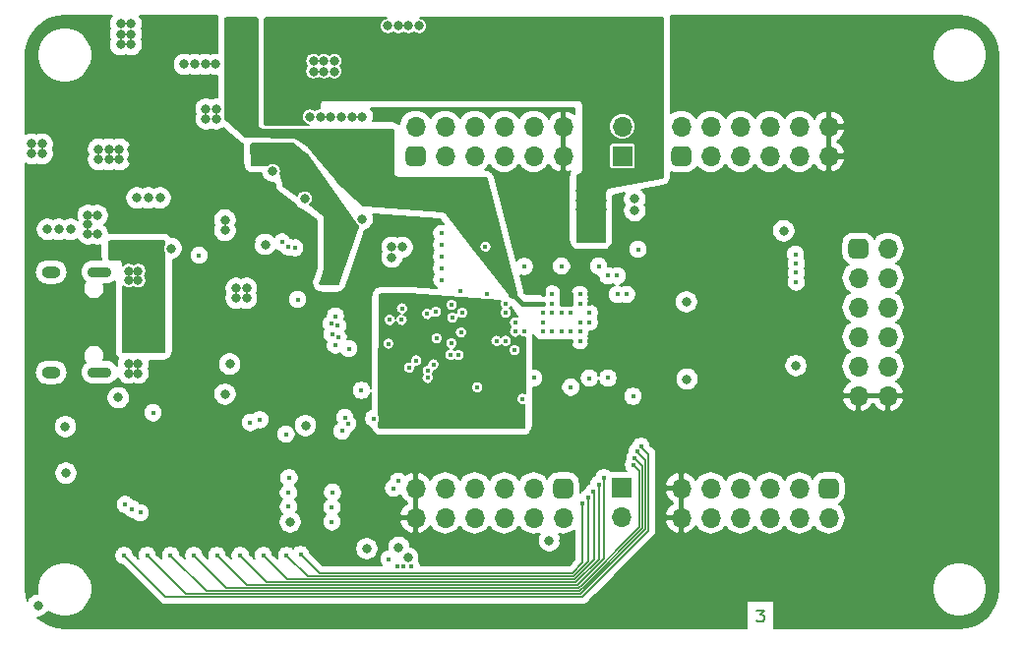
<source format=gbr>
G04 #@! TF.GenerationSoftware,KiCad,Pcbnew,5.1.4*
G04 #@! TF.CreationDate,2019-11-17T01:51:27+01:00*
G04 #@! TF.ProjectId,RevA,52657641-2e6b-4696-9361-645f70636258,rev?*
G04 #@! TF.SameCoordinates,Original*
G04 #@! TF.FileFunction,Copper,L3,Inr*
G04 #@! TF.FilePolarity,Positive*
%FSLAX46Y46*%
G04 Gerber Fmt 4.6, Leading zero omitted, Abs format (unit mm)*
G04 Created by KiCad (PCBNEW 5.1.4) date 2019-11-17 01:51:27*
%MOMM*%
%LPD*%
G04 APERTURE LIST*
%ADD10C,0.200000*%
%ADD11O,1.700000X1.700000*%
%ADD12C,0.100000*%
%ADD13C,1.700000*%
%ADD14O,2.100000X0.900000*%
%ADD15O,1.600000X1.000000*%
%ADD16R,1.700000X1.700000*%
%ADD17C,0.800000*%
%ADD18C,0.450000*%
%ADD19C,0.400000*%
%ADD20C,0.127000*%
G04 APERTURE END LIST*
D10*
X163566666Y-101802380D02*
X164185714Y-101802380D01*
X163852380Y-102183333D01*
X163995238Y-102183333D01*
X164090476Y-102230952D01*
X164138095Y-102278571D01*
X164185714Y-102373809D01*
X164185714Y-102611904D01*
X164138095Y-102707142D01*
X164090476Y-102754761D01*
X163995238Y-102802380D01*
X163709523Y-102802380D01*
X163614285Y-102754761D01*
X163566666Y-102707142D01*
D11*
X146900000Y-62700000D03*
X146900000Y-60160000D03*
X144360000Y-62700000D03*
X144360000Y-60160000D03*
X141820000Y-62700000D03*
X141820000Y-60160000D03*
X139280000Y-62700000D03*
X139280000Y-60160000D03*
X136740000Y-62700000D03*
X136740000Y-60160000D03*
D12*
G36*
X134666657Y-61852046D02*
G01*
X134707913Y-61858166D01*
X134748371Y-61868300D01*
X134787640Y-61882351D01*
X134825344Y-61900183D01*
X134861117Y-61921625D01*
X134894617Y-61946471D01*
X134925520Y-61974480D01*
X134953529Y-62005383D01*
X134978375Y-62038883D01*
X134999817Y-62074656D01*
X135017649Y-62112360D01*
X135031700Y-62151629D01*
X135041834Y-62192087D01*
X135047954Y-62233343D01*
X135050000Y-62275000D01*
X135050000Y-63125000D01*
X135047954Y-63166657D01*
X135041834Y-63207913D01*
X135031700Y-63248371D01*
X135017649Y-63287640D01*
X134999817Y-63325344D01*
X134978375Y-63361117D01*
X134953529Y-63394617D01*
X134925520Y-63425520D01*
X134894617Y-63453529D01*
X134861117Y-63478375D01*
X134825344Y-63499817D01*
X134787640Y-63517649D01*
X134748371Y-63531700D01*
X134707913Y-63541834D01*
X134666657Y-63547954D01*
X134625000Y-63550000D01*
X133775000Y-63550000D01*
X133733343Y-63547954D01*
X133692087Y-63541834D01*
X133651629Y-63531700D01*
X133612360Y-63517649D01*
X133574656Y-63499817D01*
X133538883Y-63478375D01*
X133505383Y-63453529D01*
X133474480Y-63425520D01*
X133446471Y-63394617D01*
X133421625Y-63361117D01*
X133400183Y-63325344D01*
X133382351Y-63287640D01*
X133368300Y-63248371D01*
X133358166Y-63207913D01*
X133352046Y-63166657D01*
X133350000Y-63125000D01*
X133350000Y-62275000D01*
X133352046Y-62233343D01*
X133358166Y-62192087D01*
X133368300Y-62151629D01*
X133382351Y-62112360D01*
X133400183Y-62074656D01*
X133421625Y-62038883D01*
X133446471Y-62005383D01*
X133474480Y-61974480D01*
X133505383Y-61946471D01*
X133538883Y-61921625D01*
X133574656Y-61900183D01*
X133612360Y-61882351D01*
X133651629Y-61868300D01*
X133692087Y-61858166D01*
X133733343Y-61852046D01*
X133775000Y-61850000D01*
X134625000Y-61850000D01*
X134666657Y-61852046D01*
X134666657Y-61852046D01*
G37*
D13*
X134200000Y-62700000D03*
D11*
X134200000Y-60160000D03*
X134200000Y-91300000D03*
X134200000Y-93840000D03*
X136740000Y-91300000D03*
X136740000Y-93840000D03*
X139280000Y-91300000D03*
X139280000Y-93840000D03*
X141820000Y-91300000D03*
X141820000Y-93840000D03*
X144360000Y-91300000D03*
X144360000Y-93840000D03*
D12*
G36*
X147366657Y-90452046D02*
G01*
X147407913Y-90458166D01*
X147448371Y-90468300D01*
X147487640Y-90482351D01*
X147525344Y-90500183D01*
X147561117Y-90521625D01*
X147594617Y-90546471D01*
X147625520Y-90574480D01*
X147653529Y-90605383D01*
X147678375Y-90638883D01*
X147699817Y-90674656D01*
X147717649Y-90712360D01*
X147731700Y-90751629D01*
X147741834Y-90792087D01*
X147747954Y-90833343D01*
X147750000Y-90875000D01*
X147750000Y-91725000D01*
X147747954Y-91766657D01*
X147741834Y-91807913D01*
X147731700Y-91848371D01*
X147717649Y-91887640D01*
X147699817Y-91925344D01*
X147678375Y-91961117D01*
X147653529Y-91994617D01*
X147625520Y-92025520D01*
X147594617Y-92053529D01*
X147561117Y-92078375D01*
X147525344Y-92099817D01*
X147487640Y-92117649D01*
X147448371Y-92131700D01*
X147407913Y-92141834D01*
X147366657Y-92147954D01*
X147325000Y-92150000D01*
X146475000Y-92150000D01*
X146433343Y-92147954D01*
X146392087Y-92141834D01*
X146351629Y-92131700D01*
X146312360Y-92117649D01*
X146274656Y-92099817D01*
X146238883Y-92078375D01*
X146205383Y-92053529D01*
X146174480Y-92025520D01*
X146146471Y-91994617D01*
X146121625Y-91961117D01*
X146100183Y-91925344D01*
X146082351Y-91887640D01*
X146068300Y-91848371D01*
X146058166Y-91807913D01*
X146052046Y-91766657D01*
X146050000Y-91725000D01*
X146050000Y-90875000D01*
X146052046Y-90833343D01*
X146058166Y-90792087D01*
X146068300Y-90751629D01*
X146082351Y-90712360D01*
X146100183Y-90674656D01*
X146121625Y-90638883D01*
X146146471Y-90605383D01*
X146174480Y-90574480D01*
X146205383Y-90546471D01*
X146238883Y-90521625D01*
X146274656Y-90500183D01*
X146312360Y-90482351D01*
X146351629Y-90468300D01*
X146392087Y-90458166D01*
X146433343Y-90452046D01*
X146475000Y-90450000D01*
X147325000Y-90450000D01*
X147366657Y-90452046D01*
X147366657Y-90452046D01*
G37*
D13*
X146900000Y-91300000D03*
D11*
X146900000Y-93840000D03*
X157060000Y-91300000D03*
X157060000Y-93840000D03*
X159600000Y-91300000D03*
X159600000Y-93840000D03*
X162140000Y-91300000D03*
X162140000Y-93840000D03*
X164680000Y-91300000D03*
X164680000Y-93840000D03*
X167220000Y-91300000D03*
X167220000Y-93840000D03*
D12*
G36*
X170226657Y-90452046D02*
G01*
X170267913Y-90458166D01*
X170308371Y-90468300D01*
X170347640Y-90482351D01*
X170385344Y-90500183D01*
X170421117Y-90521625D01*
X170454617Y-90546471D01*
X170485520Y-90574480D01*
X170513529Y-90605383D01*
X170538375Y-90638883D01*
X170559817Y-90674656D01*
X170577649Y-90712360D01*
X170591700Y-90751629D01*
X170601834Y-90792087D01*
X170607954Y-90833343D01*
X170610000Y-90875000D01*
X170610000Y-91725000D01*
X170607954Y-91766657D01*
X170601834Y-91807913D01*
X170591700Y-91848371D01*
X170577649Y-91887640D01*
X170559817Y-91925344D01*
X170538375Y-91961117D01*
X170513529Y-91994617D01*
X170485520Y-92025520D01*
X170454617Y-92053529D01*
X170421117Y-92078375D01*
X170385344Y-92099817D01*
X170347640Y-92117649D01*
X170308371Y-92131700D01*
X170267913Y-92141834D01*
X170226657Y-92147954D01*
X170185000Y-92150000D01*
X169335000Y-92150000D01*
X169293343Y-92147954D01*
X169252087Y-92141834D01*
X169211629Y-92131700D01*
X169172360Y-92117649D01*
X169134656Y-92099817D01*
X169098883Y-92078375D01*
X169065383Y-92053529D01*
X169034480Y-92025520D01*
X169006471Y-91994617D01*
X168981625Y-91961117D01*
X168960183Y-91925344D01*
X168942351Y-91887640D01*
X168928300Y-91848371D01*
X168918166Y-91807913D01*
X168912046Y-91766657D01*
X168910000Y-91725000D01*
X168910000Y-90875000D01*
X168912046Y-90833343D01*
X168918166Y-90792087D01*
X168928300Y-90751629D01*
X168942351Y-90712360D01*
X168960183Y-90674656D01*
X168981625Y-90638883D01*
X169006471Y-90605383D01*
X169034480Y-90574480D01*
X169065383Y-90546471D01*
X169098883Y-90521625D01*
X169134656Y-90500183D01*
X169172360Y-90482351D01*
X169211629Y-90468300D01*
X169252087Y-90458166D01*
X169293343Y-90452046D01*
X169335000Y-90450000D01*
X170185000Y-90450000D01*
X170226657Y-90452046D01*
X170226657Y-90452046D01*
G37*
D13*
X169760000Y-91300000D03*
D11*
X169760000Y-93840000D03*
X172300000Y-83350000D03*
X174840000Y-83350000D03*
X172300000Y-80810000D03*
X174840000Y-80810000D03*
X172300000Y-78270000D03*
X174840000Y-78270000D03*
X172300000Y-75730000D03*
X174840000Y-75730000D03*
X172300000Y-73190000D03*
X174840000Y-73190000D03*
D12*
G36*
X172766657Y-69802046D02*
G01*
X172807913Y-69808166D01*
X172848371Y-69818300D01*
X172887640Y-69832351D01*
X172925344Y-69850183D01*
X172961117Y-69871625D01*
X172994617Y-69896471D01*
X173025520Y-69924480D01*
X173053529Y-69955383D01*
X173078375Y-69988883D01*
X173099817Y-70024656D01*
X173117649Y-70062360D01*
X173131700Y-70101629D01*
X173141834Y-70142087D01*
X173147954Y-70183343D01*
X173150000Y-70225000D01*
X173150000Y-71075000D01*
X173147954Y-71116657D01*
X173141834Y-71157913D01*
X173131700Y-71198371D01*
X173117649Y-71237640D01*
X173099817Y-71275344D01*
X173078375Y-71311117D01*
X173053529Y-71344617D01*
X173025520Y-71375520D01*
X172994617Y-71403529D01*
X172961117Y-71428375D01*
X172925344Y-71449817D01*
X172887640Y-71467649D01*
X172848371Y-71481700D01*
X172807913Y-71491834D01*
X172766657Y-71497954D01*
X172725000Y-71500000D01*
X171875000Y-71500000D01*
X171833343Y-71497954D01*
X171792087Y-71491834D01*
X171751629Y-71481700D01*
X171712360Y-71467649D01*
X171674656Y-71449817D01*
X171638883Y-71428375D01*
X171605383Y-71403529D01*
X171574480Y-71375520D01*
X171546471Y-71344617D01*
X171521625Y-71311117D01*
X171500183Y-71275344D01*
X171482351Y-71237640D01*
X171468300Y-71198371D01*
X171458166Y-71157913D01*
X171452046Y-71116657D01*
X171450000Y-71075000D01*
X171450000Y-70225000D01*
X171452046Y-70183343D01*
X171458166Y-70142087D01*
X171468300Y-70101629D01*
X171482351Y-70062360D01*
X171500183Y-70024656D01*
X171521625Y-69988883D01*
X171546471Y-69955383D01*
X171574480Y-69924480D01*
X171605383Y-69896471D01*
X171638883Y-69871625D01*
X171674656Y-69850183D01*
X171712360Y-69832351D01*
X171751629Y-69818300D01*
X171792087Y-69808166D01*
X171833343Y-69802046D01*
X171875000Y-69800000D01*
X172725000Y-69800000D01*
X172766657Y-69802046D01*
X172766657Y-69802046D01*
G37*
D13*
X172300000Y-70650000D03*
D11*
X174840000Y-70650000D03*
X169760000Y-62700000D03*
X169760000Y-60160000D03*
X167220000Y-62700000D03*
X167220000Y-60160000D03*
X164680000Y-62700000D03*
X164680000Y-60160000D03*
X162140000Y-62700000D03*
X162140000Y-60160000D03*
X159600000Y-62700000D03*
X159600000Y-60160000D03*
D12*
G36*
X157526657Y-61852046D02*
G01*
X157567913Y-61858166D01*
X157608371Y-61868300D01*
X157647640Y-61882351D01*
X157685344Y-61900183D01*
X157721117Y-61921625D01*
X157754617Y-61946471D01*
X157785520Y-61974480D01*
X157813529Y-62005383D01*
X157838375Y-62038883D01*
X157859817Y-62074656D01*
X157877649Y-62112360D01*
X157891700Y-62151629D01*
X157901834Y-62192087D01*
X157907954Y-62233343D01*
X157910000Y-62275000D01*
X157910000Y-63125000D01*
X157907954Y-63166657D01*
X157901834Y-63207913D01*
X157891700Y-63248371D01*
X157877649Y-63287640D01*
X157859817Y-63325344D01*
X157838375Y-63361117D01*
X157813529Y-63394617D01*
X157785520Y-63425520D01*
X157754617Y-63453529D01*
X157721117Y-63478375D01*
X157685344Y-63499817D01*
X157647640Y-63517649D01*
X157608371Y-63531700D01*
X157567913Y-63541834D01*
X157526657Y-63547954D01*
X157485000Y-63550000D01*
X156635000Y-63550000D01*
X156593343Y-63547954D01*
X156552087Y-63541834D01*
X156511629Y-63531700D01*
X156472360Y-63517649D01*
X156434656Y-63499817D01*
X156398883Y-63478375D01*
X156365383Y-63453529D01*
X156334480Y-63425520D01*
X156306471Y-63394617D01*
X156281625Y-63361117D01*
X156260183Y-63325344D01*
X156242351Y-63287640D01*
X156228300Y-63248371D01*
X156218166Y-63207913D01*
X156212046Y-63166657D01*
X156210000Y-63125000D01*
X156210000Y-62275000D01*
X156212046Y-62233343D01*
X156218166Y-62192087D01*
X156228300Y-62151629D01*
X156242351Y-62112360D01*
X156260183Y-62074656D01*
X156281625Y-62038883D01*
X156306471Y-62005383D01*
X156334480Y-61974480D01*
X156365383Y-61946471D01*
X156398883Y-61921625D01*
X156434656Y-61900183D01*
X156472360Y-61882351D01*
X156511629Y-61868300D01*
X156552087Y-61858166D01*
X156593343Y-61852046D01*
X156635000Y-61850000D01*
X157485000Y-61850000D01*
X157526657Y-61852046D01*
X157526657Y-61852046D01*
G37*
D13*
X157060000Y-62700000D03*
D11*
X157060000Y-60160000D03*
D14*
X107010000Y-81320000D03*
X107010000Y-72680000D03*
D15*
X102830000Y-81320000D03*
X102830000Y-72680000D03*
D11*
X151970840Y-93830000D03*
D16*
X151970840Y-91290000D03*
D11*
X152000000Y-60160000D03*
D16*
X152000000Y-62700000D03*
D17*
X109500000Y-80600000D03*
X110300000Y-80600000D03*
X110300000Y-81400000D03*
X109500000Y-81400000D03*
X110300000Y-72600000D03*
X109500000Y-72600000D03*
X110300000Y-73400000D03*
X109500000Y-73400000D03*
X102500000Y-69000000D03*
X103500000Y-69000000D03*
X104500000Y-69000000D03*
X116150000Y-58650000D03*
X117050000Y-58650000D03*
D18*
X145950000Y-77800000D03*
X146750000Y-77800000D03*
X147550000Y-77800000D03*
X148350000Y-77800000D03*
X149150000Y-77000000D03*
X149150000Y-76200000D03*
X147550000Y-76200000D03*
X146750000Y-76200000D03*
X145950000Y-76200000D03*
X145950000Y-75400000D03*
X145949999Y-74580401D03*
X150750000Y-81800000D03*
X147550000Y-82600000D03*
D17*
X117800000Y-68200000D03*
X117800000Y-69100000D03*
X121250000Y-70300000D03*
X132150000Y-70550000D03*
X132150000Y-71400000D03*
X133050000Y-70550000D03*
X117050000Y-59500000D03*
X116150000Y-59500000D03*
X121900000Y-64000000D03*
X119650000Y-74075000D03*
X119650000Y-74925000D03*
X118750000Y-74925000D03*
X118750000Y-74075000D03*
X113150000Y-70650000D03*
X117800000Y-83200000D03*
X104100000Y-90000000D03*
X104050000Y-86000000D03*
D18*
X141149998Y-80200000D03*
D17*
X124650000Y-66350000D03*
X132750000Y-79100000D03*
D18*
X140750000Y-83550000D03*
X142750000Y-82600000D03*
D17*
X132275000Y-82200000D03*
X129600000Y-68100000D03*
D18*
X143550006Y-72200000D03*
X140300000Y-74600000D03*
D17*
X114300000Y-54800000D03*
X115200000Y-54800000D03*
X116100000Y-54800000D03*
X117000000Y-54800000D03*
D18*
X132550000Y-84250000D03*
X138050000Y-74350000D03*
D17*
X123399994Y-94200000D03*
X153050000Y-67400006D03*
X153050000Y-66400000D03*
X132600000Y-81100000D03*
X130000002Y-96500000D03*
D18*
X152918819Y-83381199D03*
D17*
X101700000Y-101400000D03*
X145700000Y-95800000D03*
X157550000Y-81900000D03*
X166925000Y-80750000D03*
X124722178Y-85909490D03*
D18*
X123050000Y-86650000D03*
D17*
X131800000Y-51500000D03*
X132700000Y-51500000D03*
X134500000Y-51500000D03*
X133600000Y-51500000D03*
X125100000Y-59300000D03*
X126000000Y-59300000D03*
X126900000Y-59300000D03*
X127800000Y-59300000D03*
X128700000Y-59300000D03*
X129600000Y-59300000D03*
X110200000Y-66300000D03*
X111200000Y-66300000D03*
X112200000Y-66300000D03*
X101150000Y-61650000D03*
X102050000Y-62500000D03*
X102050000Y-61650000D03*
X101150000Y-62500000D03*
D18*
X146750000Y-72180403D03*
X149959499Y-72190501D03*
D17*
X137525000Y-83775000D03*
X157500000Y-75250000D03*
D18*
X153340000Y-70734496D03*
D17*
X165890000Y-69130000D03*
D18*
X140206298Y-70500000D03*
D17*
X118400000Y-51400000D03*
X119300000Y-51400000D03*
X120200000Y-51400000D03*
X119300000Y-52300000D03*
X120200000Y-52300000D03*
X118400000Y-52300000D03*
D18*
X145150000Y-75400000D03*
X148350000Y-78600000D03*
X147550000Y-74600000D03*
X147550000Y-75400000D03*
X149150000Y-75400000D03*
X149150000Y-74600000D03*
X145149999Y-74580401D03*
X145150000Y-78600000D03*
X145950000Y-78600000D03*
X146750000Y-78600000D03*
X147550000Y-78600000D03*
D17*
X120000000Y-70100000D03*
X120000000Y-71000000D03*
X125250000Y-70400000D03*
X118750000Y-79250000D03*
X114700000Y-94700000D03*
D18*
X130550000Y-69800000D03*
X130149998Y-84100000D03*
D17*
X131099980Y-90400000D03*
X118200000Y-94900000D03*
X101900000Y-95900000D03*
X118900006Y-86000000D03*
X127200000Y-96200000D03*
X146900000Y-95800000D03*
X165675000Y-78750000D03*
X121800000Y-83675000D03*
D18*
X149150000Y-78600000D03*
D17*
X104100000Y-67300000D03*
X120400000Y-64500000D03*
X109800000Y-62100000D03*
X109800000Y-63000000D03*
X110700000Y-63000000D03*
X110700000Y-62100000D03*
X111600000Y-62100000D03*
X112500000Y-62100000D03*
X113400000Y-62100000D03*
X109550000Y-57900000D03*
X109550000Y-57000000D03*
X110450000Y-57000000D03*
X110450000Y-57900000D03*
X164040000Y-70060000D03*
X127999996Y-75400000D03*
X128875000Y-80525000D03*
X131800000Y-55600000D03*
X129150000Y-55300000D03*
X131800000Y-53400000D03*
X129150000Y-54500000D03*
X131800000Y-54500000D03*
X130850000Y-54500000D03*
X128350000Y-55300000D03*
X129950000Y-54500000D03*
X128350000Y-54500000D03*
D18*
X148350000Y-77000000D03*
X148350000Y-75400000D03*
X148350000Y-74600000D03*
X145150000Y-77800000D03*
X145150000Y-77000000D03*
X145150000Y-76200000D03*
D17*
X150200000Y-67300000D03*
X149300000Y-67300000D03*
X150200000Y-66500000D03*
X149300000Y-66500000D03*
X150200000Y-65700000D03*
X149300000Y-65700000D03*
X148400000Y-67300000D03*
X148400000Y-65700000D03*
X148400000Y-66500000D03*
X122600000Y-59600000D03*
X106000000Y-67800000D03*
X106800000Y-67800000D03*
X106000000Y-68600000D03*
X106000000Y-69400000D03*
X106800000Y-69400000D03*
X108800000Y-51300000D03*
X108800000Y-53100000D03*
X109700000Y-52200000D03*
X109700000Y-51300000D03*
X108800000Y-52200000D03*
X125400000Y-55400000D03*
X126300000Y-54500000D03*
X127200000Y-54500000D03*
X126300000Y-55400000D03*
X125400000Y-54500000D03*
X109700000Y-53100000D03*
X127200000Y-55400000D03*
X106900000Y-63000000D03*
X107800000Y-62100000D03*
X108700000Y-62100000D03*
X107800000Y-63000000D03*
X106900000Y-62100000D03*
X108700000Y-63000000D03*
X109500000Y-79200000D03*
X110300000Y-79200000D03*
X110300000Y-78400000D03*
X109500000Y-78400000D03*
X110300000Y-75500000D03*
X109500000Y-75500000D03*
X110300000Y-74700000D03*
X109500000Y-74700000D03*
X109500000Y-71100000D03*
X110300000Y-70300000D03*
X109500000Y-70300000D03*
X110300000Y-71100000D03*
X123250000Y-62900000D03*
X123250000Y-64650000D03*
X123250000Y-63800000D03*
X127750000Y-72150000D03*
X126950000Y-72150000D03*
X121350000Y-62500000D03*
X122200000Y-62500000D03*
X120450000Y-62500000D03*
X127450000Y-73000000D03*
X126650000Y-73000000D03*
D18*
X141949999Y-75400000D03*
X134249998Y-80300000D03*
X136450000Y-71350000D03*
X136450000Y-70350000D03*
X136450000Y-73350000D03*
X136450000Y-72350000D03*
X144369598Y-81800000D03*
X133018037Y-75809490D03*
X133625000Y-80900000D03*
X135250000Y-81197987D03*
X123300000Y-90400000D03*
X127299955Y-76478478D03*
X123250000Y-91699970D03*
X137307493Y-75514969D03*
X131970748Y-76809490D03*
X126940496Y-77147109D03*
X143550000Y-77800000D03*
X137273422Y-78823422D03*
X123250000Y-92900000D03*
X127494188Y-77309490D03*
X127000000Y-94200000D03*
X127025624Y-78050361D03*
X137371816Y-76615805D03*
X136000000Y-78400000D03*
X142749999Y-77819599D03*
X127000000Y-92950000D03*
X127534490Y-78322386D03*
X138100000Y-77899998D03*
X141950000Y-76200000D03*
X131850000Y-78850000D03*
X127049998Y-91650000D03*
X127276565Y-78961055D03*
X138212034Y-76184490D03*
X132998418Y-76809490D03*
X139500000Y-82600000D03*
X135731312Y-80631308D03*
X142750000Y-77019598D03*
X129534454Y-82873002D03*
X141150000Y-78600000D03*
X137200000Y-79800000D03*
X135224992Y-81800000D03*
X141950000Y-78600000D03*
X130600000Y-85300000D03*
X137900000Y-79825000D03*
X142730414Y-79399997D03*
X124050000Y-75049994D03*
X135949827Y-76102389D03*
X128450001Y-79275000D03*
X135200000Y-76300000D03*
X136450000Y-69350000D03*
X120800000Y-85400000D03*
X119965794Y-85649629D03*
X152350000Y-74600000D03*
X166950000Y-73550000D03*
X151550000Y-73000000D03*
X166949996Y-71950000D03*
X151569598Y-74600000D03*
X166949994Y-72750000D03*
X150750000Y-73000000D03*
X166900000Y-71150006D03*
D17*
X108600000Y-83500000D03*
X118200000Y-80600004D03*
D18*
X109200000Y-92700000D03*
X122700000Y-70100000D03*
X109800000Y-93100000D03*
X123200000Y-70500000D03*
X110500000Y-93400000D03*
X123800000Y-70600000D03*
X123100000Y-97100000D03*
X149050000Y-92125000D03*
X121100000Y-97100000D03*
X149500000Y-91625000D03*
X119100000Y-97100000D03*
X149950000Y-91000000D03*
X117100000Y-97100000D03*
X150400000Y-90399998D03*
X115100000Y-97100000D03*
X152942701Y-89271818D03*
X113100000Y-97100000D03*
X153074523Y-88710066D03*
X111100000Y-97100000D03*
X153253792Y-88161608D03*
X109100000Y-97100000D03*
X153600000Y-87699996D03*
X124300000Y-97000000D03*
X149150000Y-81819597D03*
X148575000Y-92625000D03*
X143400010Y-83600000D03*
X133800000Y-98006413D03*
X128110934Y-85223555D03*
D17*
X132744530Y-96399991D03*
D18*
X132300000Y-91300000D03*
X132588794Y-98006413D03*
X127875000Y-86375000D03*
X131900000Y-97400000D03*
X132715500Y-90700000D03*
X133165807Y-98006413D03*
D17*
X133531652Y-97303909D03*
D18*
X128370398Y-85738939D03*
X111600000Y-84800000D03*
X115550004Y-71250000D03*
D19*
X142650000Y-74700000D02*
X142350000Y-74700000D01*
X145150000Y-75400000D02*
X143350000Y-75400000D01*
X143350000Y-75400000D02*
X142650000Y-74700000D01*
X147550000Y-78600000D02*
X145150000Y-78600000D01*
X145149999Y-74580401D02*
X144925000Y-74355402D01*
X144925000Y-74325000D02*
X144925000Y-74355402D01*
X146750000Y-75400000D02*
X147550000Y-75400000D01*
X147550000Y-74600000D02*
X147550000Y-75400000D01*
X146750000Y-74600000D02*
X146750000Y-75400000D01*
X146750000Y-74600000D02*
X147550000Y-74600000D01*
X146750000Y-74600000D02*
X146750000Y-74281802D01*
X146750000Y-74281802D02*
X146750000Y-73600000D01*
X145149999Y-74580401D02*
X145150000Y-74262202D01*
X145150000Y-74262202D02*
X145150000Y-73500000D01*
D20*
X149050000Y-97635432D02*
X149050000Y-92443198D01*
X147785432Y-98900000D02*
X149050000Y-97635432D01*
X123100000Y-97100000D02*
X124900000Y-98900000D01*
X149050000Y-92443198D02*
X149050000Y-92125000D01*
X124900000Y-98900000D02*
X147785432Y-98900000D01*
X149575000Y-91700000D02*
X149500000Y-91625000D01*
X149575000Y-97469657D02*
X149575000Y-91700000D01*
X147890646Y-99154011D02*
X149575000Y-97469657D01*
X121100000Y-97100000D02*
X123154011Y-99154011D01*
X123154011Y-99154011D02*
X147890646Y-99154011D01*
X147995860Y-99408022D02*
X149950000Y-97453882D01*
X119100000Y-97100000D02*
X121408022Y-99408022D01*
X149950000Y-92214944D02*
X149950000Y-91000000D01*
X149950000Y-97453882D02*
X149950000Y-92214944D01*
X121408022Y-99408022D02*
X147995860Y-99408022D01*
X150400000Y-97363106D02*
X150400000Y-90399998D01*
X148249871Y-99513235D02*
X150400000Y-97363106D01*
X148101074Y-99662033D02*
X148249871Y-99513235D01*
X117100000Y-97100000D02*
X119662033Y-99662033D01*
X119662033Y-99662033D02*
X148101074Y-99662033D01*
X153500000Y-89829117D02*
X152942701Y-89271818D01*
X148206288Y-99916044D02*
X148509368Y-99612962D01*
X117916044Y-99916044D02*
X148206288Y-99916044D01*
X115100000Y-97100000D02*
X117916044Y-99916044D01*
X153500000Y-94622330D02*
X153500000Y-89829117D01*
X148509368Y-99612962D02*
X153500000Y-94622330D01*
X153299522Y-88935065D02*
X153074523Y-88710066D01*
X148763378Y-99718176D02*
X153754011Y-94727544D01*
X116170055Y-100170055D02*
X148311502Y-100170055D01*
X153754011Y-94727544D02*
X153754011Y-89389554D01*
X113100000Y-97100000D02*
X116170055Y-100170055D01*
X153754011Y-89389554D02*
X153299522Y-88935065D01*
X148311502Y-100170055D02*
X148763378Y-99718176D01*
X111100000Y-97100000D02*
X114424064Y-100424064D01*
X154008022Y-88915838D02*
X153478791Y-88386607D01*
X153478791Y-88386607D02*
X153253792Y-88161608D01*
X154008022Y-94832758D02*
X154008022Y-88915838D01*
X148416716Y-100424064D02*
X154008022Y-94832758D01*
X114424064Y-100424064D02*
X148416716Y-100424064D01*
X148521930Y-100678077D02*
X148719315Y-100480691D01*
X109100000Y-97100000D02*
X112678077Y-100678077D01*
X154262033Y-88362029D02*
X153824999Y-87924995D01*
X153824999Y-87924995D02*
X153600000Y-87699996D01*
X154262033Y-94937972D02*
X154262033Y-88362029D01*
X151477052Y-97722951D02*
X154262033Y-94937972D01*
X148719315Y-100480691D02*
X151477052Y-97722951D01*
X112678077Y-100678077D02*
X148521930Y-100678077D01*
X148575000Y-97725000D02*
X148575000Y-92943198D01*
X125900000Y-98600000D02*
X147700000Y-98600000D01*
X147700000Y-98600000D02*
X148575000Y-97725000D01*
X124300000Y-97000000D02*
X125900000Y-98600000D01*
X148575000Y-92943198D02*
X148575000Y-92625000D01*
D10*
G36*
X108023249Y-50662537D02*
G01*
X107913811Y-50826322D01*
X107838429Y-51008311D01*
X107800000Y-51201509D01*
X107800000Y-51398491D01*
X107838429Y-51591689D01*
X107904003Y-51750000D01*
X107838429Y-51908311D01*
X107800000Y-52101509D01*
X107800000Y-52298491D01*
X107838429Y-52491689D01*
X107904003Y-52650000D01*
X107838429Y-52808311D01*
X107800000Y-53001509D01*
X107800000Y-53198491D01*
X107838429Y-53391689D01*
X107913811Y-53573678D01*
X108023249Y-53737463D01*
X108162537Y-53876751D01*
X108326322Y-53986189D01*
X108508311Y-54061571D01*
X108701509Y-54100000D01*
X108898491Y-54100000D01*
X109091689Y-54061571D01*
X109250000Y-53995997D01*
X109408311Y-54061571D01*
X109601509Y-54100000D01*
X109798491Y-54100000D01*
X109991689Y-54061571D01*
X110173678Y-53986189D01*
X110337463Y-53876751D01*
X110476751Y-53737463D01*
X110586189Y-53573678D01*
X110661571Y-53391689D01*
X110700000Y-53198491D01*
X110700000Y-53001509D01*
X110661571Y-52808311D01*
X110595997Y-52650000D01*
X110661571Y-52491689D01*
X110700000Y-52298491D01*
X110700000Y-52101509D01*
X110661571Y-51908311D01*
X110595997Y-51750000D01*
X110661571Y-51591689D01*
X110700000Y-51398491D01*
X110700000Y-51201509D01*
X110661571Y-51008311D01*
X110586189Y-50826322D01*
X110476751Y-50662537D01*
X110439214Y-50625000D01*
X117164617Y-50625000D01*
X117130559Y-50737276D01*
X117111529Y-50832947D01*
X117100000Y-50950000D01*
X117100000Y-53800300D01*
X117098491Y-53800000D01*
X116901509Y-53800000D01*
X116708311Y-53838429D01*
X116550000Y-53904003D01*
X116391689Y-53838429D01*
X116198491Y-53800000D01*
X116001509Y-53800000D01*
X115808311Y-53838429D01*
X115650000Y-53904003D01*
X115491689Y-53838429D01*
X115298491Y-53800000D01*
X115101509Y-53800000D01*
X114908311Y-53838429D01*
X114750000Y-53904003D01*
X114591689Y-53838429D01*
X114398491Y-53800000D01*
X114201509Y-53800000D01*
X114008311Y-53838429D01*
X113826322Y-53913811D01*
X113662537Y-54023249D01*
X113523249Y-54162537D01*
X113413811Y-54326322D01*
X113338429Y-54508311D01*
X113300000Y-54701509D01*
X113300000Y-54898491D01*
X113338429Y-55091689D01*
X113413811Y-55273678D01*
X113523249Y-55437463D01*
X113662537Y-55576751D01*
X113826322Y-55686189D01*
X114008311Y-55761571D01*
X114201509Y-55800000D01*
X114398491Y-55800000D01*
X114591689Y-55761571D01*
X114750000Y-55695997D01*
X114908311Y-55761571D01*
X115101509Y-55800000D01*
X115298491Y-55800000D01*
X115491689Y-55761571D01*
X115650000Y-55695997D01*
X115808311Y-55761571D01*
X116001509Y-55800000D01*
X116198491Y-55800000D01*
X116391689Y-55761571D01*
X116550000Y-55695997D01*
X116708311Y-55761571D01*
X116901509Y-55800000D01*
X117098491Y-55800000D01*
X117100000Y-55799700D01*
X117100000Y-57650000D01*
X116951509Y-57650000D01*
X116758311Y-57688429D01*
X116600000Y-57754003D01*
X116441689Y-57688429D01*
X116248491Y-57650000D01*
X116051509Y-57650000D01*
X115858311Y-57688429D01*
X115676322Y-57763811D01*
X115512537Y-57873249D01*
X115373249Y-58012537D01*
X115263811Y-58176322D01*
X115188429Y-58358311D01*
X115150000Y-58551509D01*
X115150000Y-58748491D01*
X115188429Y-58941689D01*
X115243648Y-59075000D01*
X115188429Y-59208311D01*
X115150000Y-59401509D01*
X115150000Y-59598491D01*
X115188429Y-59791689D01*
X115263811Y-59973678D01*
X115373249Y-60137463D01*
X115512537Y-60276751D01*
X115676322Y-60386189D01*
X115858311Y-60461571D01*
X116051509Y-60500000D01*
X116248491Y-60500000D01*
X116441689Y-60461571D01*
X116600000Y-60395997D01*
X116758311Y-60461571D01*
X116951509Y-60500000D01*
X117148491Y-60500000D01*
X117341689Y-60461571D01*
X117523678Y-60386189D01*
X117671249Y-60287585D01*
X117894383Y-60492125D01*
X117894824Y-60492529D01*
X117895188Y-60492862D01*
X117895620Y-60493257D01*
X118977428Y-61480995D01*
X119061501Y-61545138D01*
X119135710Y-61592026D01*
X119218739Y-61635803D01*
X119330799Y-61671541D01*
X119360430Y-61677874D01*
X119353068Y-61761825D01*
X119372014Y-63356481D01*
X119384724Y-63472395D01*
X119404557Y-63567053D01*
X119439048Y-63677377D01*
X119495197Y-63780731D01*
X119549472Y-63860778D01*
X119623259Y-63949760D01*
X119714433Y-64024069D01*
X119795028Y-64077526D01*
X119897064Y-64131842D01*
X120009620Y-64165986D01*
X120104475Y-64184854D01*
X120220511Y-64196382D01*
X120919708Y-64197570D01*
X120938429Y-64291689D01*
X121013811Y-64473678D01*
X121123249Y-64637463D01*
X121262537Y-64776751D01*
X121426322Y-64886189D01*
X121608311Y-64961571D01*
X121801509Y-65000000D01*
X121998491Y-65000000D01*
X122032197Y-64993295D01*
X122093428Y-65281953D01*
X122125403Y-65385516D01*
X122159595Y-65468717D01*
X122204731Y-65556996D01*
X122276243Y-65650380D01*
X122337670Y-65716093D01*
X122418531Y-65788261D01*
X123741370Y-66769501D01*
X123763811Y-66823678D01*
X123873249Y-66987463D01*
X124012537Y-67126751D01*
X124176322Y-67236189D01*
X124358311Y-67311571D01*
X124513863Y-67342512D01*
X125705400Y-68226356D01*
X125694037Y-72271751D01*
X125326080Y-73317991D01*
X125298591Y-73429002D01*
X125284668Y-73522846D01*
X125278609Y-73633794D01*
X125294596Y-73750323D01*
X125316641Y-73842596D01*
X125352352Y-73947804D01*
X125410604Y-74049986D01*
X125465441Y-74127402D01*
X125537785Y-74211734D01*
X125629915Y-74284855D01*
X125709648Y-74336265D01*
X125808201Y-74387570D01*
X125920941Y-74421099D01*
X126014088Y-74439100D01*
X126127934Y-74450000D01*
X127445087Y-74450000D01*
X127568950Y-74437076D01*
X127669944Y-74415768D01*
X127794810Y-74374708D01*
X127896553Y-74315692D01*
X127980332Y-74255400D01*
X128077967Y-74167399D01*
X128147198Y-74072311D01*
X128199480Y-73983313D01*
X128251075Y-73869967D01*
X129396092Y-70451509D01*
X131150000Y-70451509D01*
X131150000Y-70648491D01*
X131188429Y-70841689D01*
X131243648Y-70975000D01*
X131188429Y-71108311D01*
X131150000Y-71301509D01*
X131150000Y-71498491D01*
X131188429Y-71691689D01*
X131263811Y-71873678D01*
X131373249Y-72037463D01*
X131512537Y-72176751D01*
X131676322Y-72286189D01*
X131858311Y-72361571D01*
X132051509Y-72400000D01*
X132248491Y-72400000D01*
X132441689Y-72361571D01*
X132623678Y-72286189D01*
X132787463Y-72176751D01*
X132926751Y-72037463D01*
X133036189Y-71873678D01*
X133111571Y-71691689D01*
X133139754Y-71550000D01*
X133148491Y-71550000D01*
X133341689Y-71511571D01*
X133523678Y-71436189D01*
X133687463Y-71326751D01*
X133826751Y-71187463D01*
X133936189Y-71023678D01*
X134011571Y-70841689D01*
X134050000Y-70648491D01*
X134050000Y-70451509D01*
X134011571Y-70258311D01*
X133936189Y-70076322D01*
X133826751Y-69912537D01*
X133687463Y-69773249D01*
X133523678Y-69663811D01*
X133341689Y-69588429D01*
X133148491Y-69550000D01*
X132951509Y-69550000D01*
X132758311Y-69588429D01*
X132600000Y-69654003D01*
X132441689Y-69588429D01*
X132248491Y-69550000D01*
X132051509Y-69550000D01*
X131858311Y-69588429D01*
X131676322Y-69663811D01*
X131512537Y-69773249D01*
X131373249Y-69912537D01*
X131263811Y-70076322D01*
X131188429Y-70258311D01*
X131150000Y-70451509D01*
X129396092Y-70451509D01*
X129859510Y-69067972D01*
X129891689Y-69061571D01*
X130073678Y-68986189D01*
X130237463Y-68876751D01*
X130376751Y-68737463D01*
X130486189Y-68573678D01*
X130561571Y-68391689D01*
X130600000Y-68198491D01*
X130600000Y-68001509D01*
X130561571Y-67808311D01*
X130521300Y-67711088D01*
X136291774Y-68129238D01*
X136615285Y-68541714D01*
X136531255Y-68525000D01*
X136368745Y-68525000D01*
X136209356Y-68556704D01*
X136059216Y-68618894D01*
X135924093Y-68709181D01*
X135809181Y-68824093D01*
X135718894Y-68959216D01*
X135656704Y-69109356D01*
X135625000Y-69268745D01*
X135625000Y-69431255D01*
X135656704Y-69590644D01*
X135718894Y-69740784D01*
X135791870Y-69850000D01*
X135718894Y-69959216D01*
X135656704Y-70109356D01*
X135625000Y-70268745D01*
X135625000Y-70431255D01*
X135656704Y-70590644D01*
X135718894Y-70740784D01*
X135791870Y-70850000D01*
X135718894Y-70959216D01*
X135656704Y-71109356D01*
X135625000Y-71268745D01*
X135625000Y-71431255D01*
X135656704Y-71590644D01*
X135718894Y-71740784D01*
X135791870Y-71850000D01*
X135718894Y-71959216D01*
X135656704Y-72109356D01*
X135625000Y-72268745D01*
X135625000Y-72431255D01*
X135656704Y-72590644D01*
X135718894Y-72740784D01*
X135791870Y-72850000D01*
X135718894Y-72959216D01*
X135656704Y-73109356D01*
X135625000Y-73268745D01*
X135625000Y-73431255D01*
X135656704Y-73590644D01*
X135718894Y-73740784D01*
X135809181Y-73875907D01*
X135924093Y-73990819D01*
X136035355Y-74065162D01*
X133734792Y-73902126D01*
X133713585Y-73901000D01*
X133695913Y-73900375D01*
X133674706Y-73900000D01*
X131233553Y-73900000D01*
X131116500Y-73911529D01*
X131020829Y-73930559D01*
X130908273Y-73964702D01*
X130804541Y-74020147D01*
X130723435Y-74074340D01*
X130632511Y-74148960D01*
X130557893Y-74239882D01*
X130503700Y-74320988D01*
X130448255Y-74424720D01*
X130414112Y-74537276D01*
X130395082Y-74632947D01*
X130383553Y-74750000D01*
X130383553Y-75948355D01*
X130344878Y-82718470D01*
X130327750Y-82632358D01*
X130265560Y-82482218D01*
X130175273Y-82347095D01*
X130060361Y-82232183D01*
X129925238Y-82141896D01*
X129775098Y-82079706D01*
X129615709Y-82048002D01*
X129453199Y-82048002D01*
X129293810Y-82079706D01*
X129143670Y-82141896D01*
X129008547Y-82232183D01*
X128893635Y-82347095D01*
X128803348Y-82482218D01*
X128741158Y-82632358D01*
X128709454Y-82791747D01*
X128709454Y-82954257D01*
X128741158Y-83113646D01*
X128803348Y-83263786D01*
X128893635Y-83398909D01*
X129008547Y-83513821D01*
X129143670Y-83604108D01*
X129293810Y-83666298D01*
X129453199Y-83698002D01*
X129615709Y-83698002D01*
X129775098Y-83666298D01*
X129925238Y-83604108D01*
X130060361Y-83513821D01*
X130175273Y-83398909D01*
X130265560Y-83263786D01*
X130327750Y-83113646D01*
X130343061Y-83036673D01*
X130334605Y-84516956D01*
X130209216Y-84568894D01*
X130074093Y-84659181D01*
X129959181Y-84774093D01*
X129868894Y-84909216D01*
X129806704Y-85059356D01*
X129775000Y-85218745D01*
X129775000Y-85381255D01*
X129806704Y-85540644D01*
X129868894Y-85690784D01*
X129959181Y-85825907D01*
X130074093Y-85940819D01*
X130209216Y-86031106D01*
X130341918Y-86086073D01*
X130356007Y-86158796D01*
X130389909Y-86272305D01*
X130444983Y-86376235D01*
X130499079Y-86457826D01*
X130573981Y-86549627D01*
X130664743Y-86624439D01*
X130746024Y-86679001D01*
X130850425Y-86734996D01*
X130962957Y-86769220D01*
X131058957Y-86788387D01*
X131176432Y-86800000D01*
X143427171Y-86800000D01*
X143543583Y-86788599D01*
X143638750Y-86769777D01*
X143750134Y-86736254D01*
X143854047Y-86681147D01*
X143934884Y-86627515D01*
X144025122Y-86554115D01*
X144100234Y-86463600D01*
X144154569Y-86383233D01*
X144210070Y-86281011D01*
X144245071Y-86168719D01*
X144264722Y-86073720D01*
X144277138Y-85957412D01*
X144306200Y-82625000D01*
X144450853Y-82625000D01*
X144610242Y-82593296D01*
X144760382Y-82531106D01*
X144778881Y-82518745D01*
X146725000Y-82518745D01*
X146725000Y-82681255D01*
X146756704Y-82840644D01*
X146818894Y-82990784D01*
X146909181Y-83125907D01*
X147024093Y-83240819D01*
X147159216Y-83331106D01*
X147309356Y-83393296D01*
X147468745Y-83425000D01*
X147631255Y-83425000D01*
X147790644Y-83393296D01*
X147940784Y-83331106D01*
X147987420Y-83299944D01*
X152093819Y-83299944D01*
X152093819Y-83462454D01*
X152125523Y-83621843D01*
X152187713Y-83771983D01*
X152278000Y-83907106D01*
X152392912Y-84022018D01*
X152528035Y-84112305D01*
X152678175Y-84174495D01*
X152837564Y-84206199D01*
X153000074Y-84206199D01*
X153159463Y-84174495D01*
X153309603Y-84112305D01*
X153444726Y-84022018D01*
X153559638Y-83907106D01*
X153649925Y-83771983D01*
X153669897Y-83723766D01*
X170899000Y-83723766D01*
X170927452Y-83817582D01*
X171045046Y-84076368D01*
X171210867Y-84307240D01*
X171418543Y-84501326D01*
X171660092Y-84651167D01*
X171926233Y-84751005D01*
X172150000Y-84642226D01*
X172150000Y-83500000D01*
X172450000Y-83500000D01*
X172450000Y-84642226D01*
X172673767Y-84751005D01*
X172939908Y-84651167D01*
X173181457Y-84501326D01*
X173389133Y-84307240D01*
X173554954Y-84076368D01*
X173570000Y-84043257D01*
X173585046Y-84076368D01*
X173750867Y-84307240D01*
X173958543Y-84501326D01*
X174200092Y-84651167D01*
X174466233Y-84751005D01*
X174690000Y-84642226D01*
X174690000Y-83500000D01*
X174990000Y-83500000D01*
X174990000Y-84642226D01*
X175213767Y-84751005D01*
X175479908Y-84651167D01*
X175721457Y-84501326D01*
X175929133Y-84307240D01*
X176094954Y-84076368D01*
X176212548Y-83817582D01*
X176241000Y-83723766D01*
X176131317Y-83500000D01*
X174990000Y-83500000D01*
X174690000Y-83500000D01*
X172450000Y-83500000D01*
X172150000Y-83500000D01*
X171008683Y-83500000D01*
X170899000Y-83723766D01*
X153669897Y-83723766D01*
X153712115Y-83621843D01*
X153743819Y-83462454D01*
X153743819Y-83299944D01*
X153712115Y-83140555D01*
X153649925Y-82990415D01*
X153559638Y-82855292D01*
X153444726Y-82740380D01*
X153309603Y-82650093D01*
X153159463Y-82587903D01*
X153000074Y-82556199D01*
X152837564Y-82556199D01*
X152678175Y-82587903D01*
X152528035Y-82650093D01*
X152392912Y-82740380D01*
X152278000Y-82855292D01*
X152187713Y-82990415D01*
X152125523Y-83140555D01*
X152093819Y-83299944D01*
X147987420Y-83299944D01*
X148075907Y-83240819D01*
X148190819Y-83125907D01*
X148281106Y-82990784D01*
X148343296Y-82840644D01*
X148375000Y-82681255D01*
X148375000Y-82518745D01*
X148343296Y-82359356D01*
X148281106Y-82209216D01*
X148190819Y-82074093D01*
X148075907Y-81959181D01*
X147940784Y-81868894D01*
X147790644Y-81806704D01*
X147631255Y-81775000D01*
X147468745Y-81775000D01*
X147309356Y-81806704D01*
X147159216Y-81868894D01*
X147024093Y-81959181D01*
X146909181Y-82074093D01*
X146818894Y-82209216D01*
X146756704Y-82359356D01*
X146725000Y-82518745D01*
X144778881Y-82518745D01*
X144895505Y-82440819D01*
X145010417Y-82325907D01*
X145100704Y-82190784D01*
X145162894Y-82040644D01*
X145194598Y-81881255D01*
X145194598Y-81738342D01*
X148325000Y-81738342D01*
X148325000Y-81900852D01*
X148356704Y-82060241D01*
X148418894Y-82210381D01*
X148509181Y-82345504D01*
X148624093Y-82460416D01*
X148759216Y-82550703D01*
X148909356Y-82612893D01*
X149068745Y-82644597D01*
X149231255Y-82644597D01*
X149390644Y-82612893D01*
X149540784Y-82550703D01*
X149675907Y-82460416D01*
X149790819Y-82345504D01*
X149881106Y-82210381D01*
X149943296Y-82060241D01*
X149951949Y-82016739D01*
X149956704Y-82040644D01*
X150018894Y-82190784D01*
X150109181Y-82325907D01*
X150224093Y-82440819D01*
X150359216Y-82531106D01*
X150509356Y-82593296D01*
X150668745Y-82625000D01*
X150831255Y-82625000D01*
X150990644Y-82593296D01*
X151140784Y-82531106D01*
X151275907Y-82440819D01*
X151390819Y-82325907D01*
X151481106Y-82190784D01*
X151543296Y-82040644D01*
X151575000Y-81881255D01*
X151575000Y-81801509D01*
X156550000Y-81801509D01*
X156550000Y-81998491D01*
X156588429Y-82191689D01*
X156663811Y-82373678D01*
X156773249Y-82537463D01*
X156912537Y-82676751D01*
X157076322Y-82786189D01*
X157258311Y-82861571D01*
X157451509Y-82900000D01*
X157648491Y-82900000D01*
X157841689Y-82861571D01*
X158023678Y-82786189D01*
X158187463Y-82676751D01*
X158326751Y-82537463D01*
X158436189Y-82373678D01*
X158511571Y-82191689D01*
X158550000Y-81998491D01*
X158550000Y-81801509D01*
X158511571Y-81608311D01*
X158436189Y-81426322D01*
X158326751Y-81262537D01*
X158187463Y-81123249D01*
X158023678Y-81013811D01*
X157841689Y-80938429D01*
X157648491Y-80900000D01*
X157451509Y-80900000D01*
X157258311Y-80938429D01*
X157076322Y-81013811D01*
X156912537Y-81123249D01*
X156773249Y-81262537D01*
X156663811Y-81426322D01*
X156588429Y-81608311D01*
X156550000Y-81801509D01*
X151575000Y-81801509D01*
X151575000Y-81718745D01*
X151543296Y-81559356D01*
X151481106Y-81409216D01*
X151390819Y-81274093D01*
X151275907Y-81159181D01*
X151140784Y-81068894D01*
X150990644Y-81006704D01*
X150831255Y-80975000D01*
X150668745Y-80975000D01*
X150509356Y-81006704D01*
X150359216Y-81068894D01*
X150224093Y-81159181D01*
X150109181Y-81274093D01*
X150018894Y-81409216D01*
X149956704Y-81559356D01*
X149948051Y-81602858D01*
X149943296Y-81578953D01*
X149881106Y-81428813D01*
X149790819Y-81293690D01*
X149675907Y-81178778D01*
X149540784Y-81088491D01*
X149390644Y-81026301D01*
X149231255Y-80994597D01*
X149068745Y-80994597D01*
X148909356Y-81026301D01*
X148759216Y-81088491D01*
X148624093Y-81178778D01*
X148509181Y-81293690D01*
X148418894Y-81428813D01*
X148356704Y-81578953D01*
X148325000Y-81738342D01*
X145194598Y-81738342D01*
X145194598Y-81718745D01*
X145162894Y-81559356D01*
X145100704Y-81409216D01*
X145010417Y-81274093D01*
X144895505Y-81159181D01*
X144760382Y-81068894D01*
X144610242Y-81006704D01*
X144450853Y-80975000D01*
X144320590Y-80975000D01*
X144323411Y-80651509D01*
X165925000Y-80651509D01*
X165925000Y-80848491D01*
X165963429Y-81041689D01*
X166038811Y-81223678D01*
X166148249Y-81387463D01*
X166287537Y-81526751D01*
X166451322Y-81636189D01*
X166633311Y-81711571D01*
X166826509Y-81750000D01*
X167023491Y-81750000D01*
X167216689Y-81711571D01*
X167398678Y-81636189D01*
X167562463Y-81526751D01*
X167701751Y-81387463D01*
X167811189Y-81223678D01*
X167886571Y-81041689D01*
X167925000Y-80848491D01*
X167925000Y-80651509D01*
X167886571Y-80458311D01*
X167811189Y-80276322D01*
X167701751Y-80112537D01*
X167562463Y-79973249D01*
X167398678Y-79863811D01*
X167216689Y-79788429D01*
X167023491Y-79750000D01*
X166826509Y-79750000D01*
X166633311Y-79788429D01*
X166451322Y-79863811D01*
X166287537Y-79973249D01*
X166148249Y-80112537D01*
X166038811Y-80276322D01*
X165963429Y-80458311D01*
X165925000Y-80651509D01*
X144323411Y-80651509D01*
X144346312Y-78025480D01*
X144350000Y-78006940D01*
X144356704Y-78040644D01*
X144418894Y-78190784D01*
X144509181Y-78325907D01*
X144624093Y-78440819D01*
X144759216Y-78531106D01*
X144909356Y-78593296D01*
X145068745Y-78625000D01*
X145231255Y-78625000D01*
X145390644Y-78593296D01*
X145540784Y-78531106D01*
X145550000Y-78524948D01*
X145559216Y-78531106D01*
X145709356Y-78593296D01*
X145868745Y-78625000D01*
X146031255Y-78625000D01*
X146190644Y-78593296D01*
X146340784Y-78531106D01*
X146350000Y-78524948D01*
X146359216Y-78531106D01*
X146509356Y-78593296D01*
X146668745Y-78625000D01*
X146831255Y-78625000D01*
X146990644Y-78593296D01*
X147140784Y-78531106D01*
X147150000Y-78524948D01*
X147159216Y-78531106D01*
X147309356Y-78593296D01*
X147468745Y-78625000D01*
X147525000Y-78625000D01*
X147525000Y-78681255D01*
X147556704Y-78840644D01*
X147618894Y-78990784D01*
X147709181Y-79125907D01*
X147824093Y-79240819D01*
X147959216Y-79331106D01*
X148109356Y-79393296D01*
X148268745Y-79425000D01*
X148431255Y-79425000D01*
X148590644Y-79393296D01*
X148740784Y-79331106D01*
X148875907Y-79240819D01*
X148990819Y-79125907D01*
X149081106Y-78990784D01*
X149143296Y-78840644D01*
X149175000Y-78681255D01*
X149175000Y-78518745D01*
X149143296Y-78359356D01*
X149081106Y-78209216D01*
X149074948Y-78200000D01*
X149081106Y-78190784D01*
X149143296Y-78040644D01*
X149175000Y-77881255D01*
X149175000Y-77825000D01*
X149231255Y-77825000D01*
X149390644Y-77793296D01*
X149540784Y-77731106D01*
X149675907Y-77640819D01*
X149790819Y-77525907D01*
X149881106Y-77390784D01*
X149943296Y-77240644D01*
X149975000Y-77081255D01*
X149975000Y-76918745D01*
X149943296Y-76759356D01*
X149881106Y-76609216D01*
X149874948Y-76600000D01*
X149881106Y-76590784D01*
X149943296Y-76440644D01*
X149975000Y-76281255D01*
X149975000Y-76118745D01*
X149943296Y-75959356D01*
X149881106Y-75809216D01*
X149790819Y-75674093D01*
X149675907Y-75559181D01*
X149540784Y-75468894D01*
X149390644Y-75406704D01*
X149231255Y-75375000D01*
X149175000Y-75375000D01*
X149175000Y-75318745D01*
X149143296Y-75159356D01*
X149081106Y-75009216D01*
X149074948Y-75000000D01*
X149081106Y-74990784D01*
X149143296Y-74840644D01*
X149175000Y-74681255D01*
X149175000Y-74518745D01*
X149143296Y-74359356D01*
X149081106Y-74209216D01*
X148990819Y-74074093D01*
X148875907Y-73959181D01*
X148740784Y-73868894D01*
X148590644Y-73806704D01*
X148431255Y-73775000D01*
X148268745Y-73775000D01*
X148109356Y-73806704D01*
X147959216Y-73868894D01*
X147824093Y-73959181D01*
X147709181Y-74074093D01*
X147618894Y-74209216D01*
X147556704Y-74359356D01*
X147525000Y-74518745D01*
X147525000Y-74681255D01*
X147556704Y-74840644D01*
X147618894Y-74990784D01*
X147625052Y-75000000D01*
X147618894Y-75009216D01*
X147556704Y-75159356D01*
X147525000Y-75318745D01*
X147525000Y-75375000D01*
X147468745Y-75375000D01*
X147309356Y-75406704D01*
X147159216Y-75468894D01*
X147150000Y-75475052D01*
X147140784Y-75468894D01*
X146990644Y-75406704D01*
X146831255Y-75375000D01*
X146775000Y-75375000D01*
X146775000Y-75318745D01*
X146743296Y-75159356D01*
X146681106Y-75009216D01*
X146668400Y-74990200D01*
X146681105Y-74971185D01*
X146743295Y-74821045D01*
X146774999Y-74661656D01*
X146774999Y-74499146D01*
X146743295Y-74339757D01*
X146681105Y-74189617D01*
X146590818Y-74054494D01*
X146475906Y-73939582D01*
X146340783Y-73849295D01*
X146190643Y-73787105D01*
X146031254Y-73755401D01*
X145868744Y-73755401D01*
X145709355Y-73787105D01*
X145559215Y-73849295D01*
X145424092Y-73939582D01*
X145309180Y-74054494D01*
X145218893Y-74189617D01*
X145156703Y-74339757D01*
X145124999Y-74499146D01*
X145124999Y-74575000D01*
X145068745Y-74575000D01*
X144943060Y-74600000D01*
X143681371Y-74600000D01*
X143572237Y-74490866D01*
X143571074Y-74464773D01*
X143552209Y-74339916D01*
X143187444Y-72942796D01*
X143309362Y-72993296D01*
X143468751Y-73025000D01*
X143631261Y-73025000D01*
X143790650Y-72993296D01*
X143940790Y-72931106D01*
X144075913Y-72840819D01*
X144190825Y-72725907D01*
X144281112Y-72590784D01*
X144343302Y-72440644D01*
X144375006Y-72281255D01*
X144375006Y-72118745D01*
X144371108Y-72099148D01*
X145925000Y-72099148D01*
X145925000Y-72261658D01*
X145956704Y-72421047D01*
X146018894Y-72571187D01*
X146109181Y-72706310D01*
X146224093Y-72821222D01*
X146359216Y-72911509D01*
X146509356Y-72973699D01*
X146668745Y-73005403D01*
X146831255Y-73005403D01*
X146990644Y-72973699D01*
X147140784Y-72911509D01*
X147275907Y-72821222D01*
X147390819Y-72706310D01*
X147481106Y-72571187D01*
X147543296Y-72421047D01*
X147575000Y-72261658D01*
X147575000Y-72109246D01*
X149134499Y-72109246D01*
X149134499Y-72271756D01*
X149166203Y-72431145D01*
X149228393Y-72581285D01*
X149318680Y-72716408D01*
X149433592Y-72831320D01*
X149568715Y-72921607D01*
X149718855Y-72983797D01*
X149878244Y-73015501D01*
X149925000Y-73015501D01*
X149925000Y-73081255D01*
X149956704Y-73240644D01*
X150018894Y-73390784D01*
X150109181Y-73525907D01*
X150224093Y-73640819D01*
X150359216Y-73731106D01*
X150509356Y-73793296D01*
X150668745Y-73825000D01*
X150831255Y-73825000D01*
X150990644Y-73793296D01*
X151140784Y-73731106D01*
X151150000Y-73724948D01*
X151159216Y-73731106D01*
X151309356Y-73793296D01*
X151352859Y-73801949D01*
X151328954Y-73806704D01*
X151178814Y-73868894D01*
X151043691Y-73959181D01*
X150928779Y-74074093D01*
X150838492Y-74209216D01*
X150776302Y-74359356D01*
X150744598Y-74518745D01*
X150744598Y-74681255D01*
X150776302Y-74840644D01*
X150838492Y-74990784D01*
X150928779Y-75125907D01*
X151043691Y-75240819D01*
X151178814Y-75331106D01*
X151328954Y-75393296D01*
X151488343Y-75425000D01*
X151650853Y-75425000D01*
X151810242Y-75393296D01*
X151959799Y-75331347D01*
X152109356Y-75393296D01*
X152268745Y-75425000D01*
X152431255Y-75425000D01*
X152590644Y-75393296D01*
X152740784Y-75331106D01*
X152875907Y-75240819D01*
X152965217Y-75151509D01*
X156500000Y-75151509D01*
X156500000Y-75348491D01*
X156538429Y-75541689D01*
X156613811Y-75723678D01*
X156723249Y-75887463D01*
X156862537Y-76026751D01*
X157026322Y-76136189D01*
X157208311Y-76211571D01*
X157401509Y-76250000D01*
X157598491Y-76250000D01*
X157791689Y-76211571D01*
X157973678Y-76136189D01*
X158137463Y-76026751D01*
X158276751Y-75887463D01*
X158386189Y-75723678D01*
X158461571Y-75541689D01*
X158500000Y-75348491D01*
X158500000Y-75151509D01*
X158461571Y-74958311D01*
X158386189Y-74776322D01*
X158276751Y-74612537D01*
X158137463Y-74473249D01*
X157973678Y-74363811D01*
X157791689Y-74288429D01*
X157598491Y-74250000D01*
X157401509Y-74250000D01*
X157208311Y-74288429D01*
X157026322Y-74363811D01*
X156862537Y-74473249D01*
X156723249Y-74612537D01*
X156613811Y-74776322D01*
X156538429Y-74958311D01*
X156500000Y-75151509D01*
X152965217Y-75151509D01*
X152990819Y-75125907D01*
X153081106Y-74990784D01*
X153143296Y-74840644D01*
X153175000Y-74681255D01*
X153175000Y-74518745D01*
X153143296Y-74359356D01*
X153081106Y-74209216D01*
X152990819Y-74074093D01*
X152875907Y-73959181D01*
X152740784Y-73868894D01*
X152590644Y-73806704D01*
X152431255Y-73775000D01*
X152268745Y-73775000D01*
X152109356Y-73806704D01*
X151959799Y-73868653D01*
X151810242Y-73806704D01*
X151766739Y-73798051D01*
X151790644Y-73793296D01*
X151940784Y-73731106D01*
X152075907Y-73640819D01*
X152190819Y-73525907D01*
X152281106Y-73390784D01*
X152343296Y-73240644D01*
X152375000Y-73081255D01*
X152375000Y-72918745D01*
X152343296Y-72759356D01*
X152281106Y-72609216D01*
X152190819Y-72474093D01*
X152075907Y-72359181D01*
X151940784Y-72268894D01*
X151790644Y-72206704D01*
X151631255Y-72175000D01*
X151468745Y-72175000D01*
X151309356Y-72206704D01*
X151159216Y-72268894D01*
X151150000Y-72275052D01*
X151140784Y-72268894D01*
X150990644Y-72206704D01*
X150831255Y-72175000D01*
X150784499Y-72175000D01*
X150784499Y-72109246D01*
X150752795Y-71949857D01*
X150690605Y-71799717D01*
X150600318Y-71664594D01*
X150485406Y-71549682D01*
X150350283Y-71459395D01*
X150200143Y-71397205D01*
X150040754Y-71365501D01*
X149878244Y-71365501D01*
X149718855Y-71397205D01*
X149568715Y-71459395D01*
X149433592Y-71549682D01*
X149318680Y-71664594D01*
X149228393Y-71799717D01*
X149166203Y-71949857D01*
X149134499Y-72109246D01*
X147575000Y-72109246D01*
X147575000Y-72099148D01*
X147543296Y-71939759D01*
X147481106Y-71789619D01*
X147390819Y-71654496D01*
X147275907Y-71539584D01*
X147140784Y-71449297D01*
X146990644Y-71387107D01*
X146831255Y-71355403D01*
X146668745Y-71355403D01*
X146509356Y-71387107D01*
X146359216Y-71449297D01*
X146224093Y-71539584D01*
X146109181Y-71654496D01*
X146018894Y-71789619D01*
X145956704Y-71939759D01*
X145925000Y-72099148D01*
X144371108Y-72099148D01*
X144343302Y-71959356D01*
X144281112Y-71809216D01*
X144190825Y-71674093D01*
X144075913Y-71559181D01*
X143940790Y-71468894D01*
X143790650Y-71406704D01*
X143631261Y-71375000D01*
X143468751Y-71375000D01*
X143309362Y-71406704D01*
X143159222Y-71468894D01*
X143024099Y-71559181D01*
X142909187Y-71674093D01*
X142871091Y-71731107D01*
X140979322Y-64485276D01*
X140932464Y-64362650D01*
X140882770Y-64265928D01*
X140801458Y-64145965D01*
X140715869Y-64065285D01*
X140629811Y-63998811D01*
X140505267Y-63924723D01*
X140393522Y-63888012D01*
X140287383Y-63864362D01*
X140163484Y-63850726D01*
X140310265Y-63730265D01*
X140491464Y-63509474D01*
X140550000Y-63399961D01*
X140608536Y-63509474D01*
X140789735Y-63730265D01*
X141010526Y-63911464D01*
X141262424Y-64046106D01*
X141535750Y-64129019D01*
X141748775Y-64150000D01*
X141891225Y-64150000D01*
X142104250Y-64129019D01*
X142377576Y-64046106D01*
X142629474Y-63911464D01*
X142850265Y-63730265D01*
X143031464Y-63509474D01*
X143090000Y-63399961D01*
X143148536Y-63509474D01*
X143329735Y-63730265D01*
X143550526Y-63911464D01*
X143802424Y-64046106D01*
X144075750Y-64129019D01*
X144288775Y-64150000D01*
X144431225Y-64150000D01*
X144644250Y-64129019D01*
X144917576Y-64046106D01*
X145169474Y-63911464D01*
X145390265Y-63730265D01*
X145571464Y-63509474D01*
X145632817Y-63394691D01*
X145748674Y-63581457D01*
X145942760Y-63789133D01*
X146173632Y-63954954D01*
X146432418Y-64072548D01*
X146526234Y-64101000D01*
X146750000Y-63991317D01*
X146750000Y-62850000D01*
X146730000Y-62850000D01*
X146730000Y-62550000D01*
X146750000Y-62550000D01*
X146750000Y-60310000D01*
X146730000Y-60310000D01*
X146730000Y-60010000D01*
X146750000Y-60010000D01*
X146750000Y-58868683D01*
X146526234Y-58759000D01*
X146432418Y-58787452D01*
X146173632Y-58905046D01*
X145942760Y-59070867D01*
X145748674Y-59278543D01*
X145632817Y-59465309D01*
X145571464Y-59350526D01*
X145390265Y-59129735D01*
X145169474Y-58948536D01*
X144917576Y-58813894D01*
X144644250Y-58730981D01*
X144431225Y-58710000D01*
X144288775Y-58710000D01*
X144075750Y-58730981D01*
X143802424Y-58813894D01*
X143550526Y-58948536D01*
X143329735Y-59129735D01*
X143148536Y-59350526D01*
X143090000Y-59460039D01*
X143031464Y-59350526D01*
X142850265Y-59129735D01*
X142629474Y-58948536D01*
X142377576Y-58813894D01*
X142104250Y-58730981D01*
X141891225Y-58710000D01*
X141748775Y-58710000D01*
X141535750Y-58730981D01*
X141262424Y-58813894D01*
X141010526Y-58948536D01*
X140789735Y-59129735D01*
X140608536Y-59350526D01*
X140550000Y-59460039D01*
X140491464Y-59350526D01*
X140310265Y-59129735D01*
X140089474Y-58948536D01*
X139837576Y-58813894D01*
X139564250Y-58730981D01*
X139351225Y-58710000D01*
X139208775Y-58710000D01*
X138995750Y-58730981D01*
X138722424Y-58813894D01*
X138470526Y-58948536D01*
X138249735Y-59129735D01*
X138068536Y-59350526D01*
X138010000Y-59460039D01*
X137951464Y-59350526D01*
X137770265Y-59129735D01*
X137549474Y-58948536D01*
X137297576Y-58813894D01*
X137024250Y-58730981D01*
X136811225Y-58710000D01*
X136668775Y-58710000D01*
X136455750Y-58730981D01*
X136182424Y-58813894D01*
X135930526Y-58948536D01*
X135709735Y-59129735D01*
X135528536Y-59350526D01*
X135470000Y-59460039D01*
X135411464Y-59350526D01*
X135230265Y-59129735D01*
X135009474Y-58948536D01*
X134757576Y-58813894D01*
X134484250Y-58730981D01*
X134271225Y-58710000D01*
X134128775Y-58710000D01*
X133915750Y-58730981D01*
X133642424Y-58813894D01*
X133390526Y-58948536D01*
X133169735Y-59129735D01*
X132988536Y-59350526D01*
X132853894Y-59602424D01*
X132770981Y-59875750D01*
X132762407Y-59962808D01*
X132751040Y-59948958D01*
X132660118Y-59874340D01*
X132579012Y-59820147D01*
X132475280Y-59764702D01*
X132362724Y-59730559D01*
X132267053Y-59711529D01*
X132150000Y-59700000D01*
X130516707Y-59700000D01*
X130561571Y-59591689D01*
X130600000Y-59398491D01*
X130600000Y-59201509D01*
X130561571Y-59008311D01*
X130486189Y-58826322D01*
X130376751Y-58662537D01*
X130314214Y-58600000D01*
X147900000Y-58600000D01*
X147900000Y-59116621D01*
X147857240Y-59070867D01*
X147626368Y-58905046D01*
X147367582Y-58787452D01*
X147273766Y-58759000D01*
X147050000Y-58868683D01*
X147050000Y-60010000D01*
X147070000Y-60010000D01*
X147070000Y-60310000D01*
X147050000Y-60310000D01*
X147050000Y-62550000D01*
X147070000Y-62550000D01*
X147070000Y-62850000D01*
X147050000Y-62850000D01*
X147050000Y-63991317D01*
X147273766Y-64101000D01*
X147367582Y-64072548D01*
X147537194Y-63995475D01*
X147520147Y-64020988D01*
X147464702Y-64124720D01*
X147430559Y-64237276D01*
X147411529Y-64332947D01*
X147400000Y-64450000D01*
X147400000Y-69950000D01*
X147411529Y-70067053D01*
X147430559Y-70162724D01*
X147464702Y-70275280D01*
X147520147Y-70379012D01*
X147574340Y-70460118D01*
X147648960Y-70551042D01*
X147739882Y-70625660D01*
X147820988Y-70679853D01*
X147924720Y-70735298D01*
X148037276Y-70769441D01*
X148132947Y-70788471D01*
X148250000Y-70800000D01*
X150350000Y-70800000D01*
X150467053Y-70788471D01*
X150562724Y-70769441D01*
X150675280Y-70735298D01*
X150779012Y-70679853D01*
X150818839Y-70653241D01*
X152515000Y-70653241D01*
X152515000Y-70815751D01*
X152546704Y-70975140D01*
X152608894Y-71125280D01*
X152699181Y-71260403D01*
X152814093Y-71375315D01*
X152949216Y-71465602D01*
X153099356Y-71527792D01*
X153258745Y-71559496D01*
X153421255Y-71559496D01*
X153580644Y-71527792D01*
X153730784Y-71465602D01*
X153865907Y-71375315D01*
X153980819Y-71260403D01*
X154071106Y-71125280D01*
X154094521Y-71068751D01*
X166075000Y-71068751D01*
X166075000Y-71231261D01*
X166106704Y-71390650D01*
X166168894Y-71540790D01*
X166204469Y-71594031D01*
X166156700Y-71709356D01*
X166124996Y-71868745D01*
X166124996Y-72031255D01*
X166156700Y-72190644D01*
X166218890Y-72340784D01*
X166225047Y-72349999D01*
X166218888Y-72359216D01*
X166156698Y-72509356D01*
X166124994Y-72668745D01*
X166124994Y-72831255D01*
X166156698Y-72990644D01*
X166218888Y-73140784D01*
X166225049Y-73150004D01*
X166218894Y-73159216D01*
X166156704Y-73309356D01*
X166125000Y-73468745D01*
X166125000Y-73631255D01*
X166156704Y-73790644D01*
X166218894Y-73940784D01*
X166309181Y-74075907D01*
X166424093Y-74190819D01*
X166559216Y-74281106D01*
X166709356Y-74343296D01*
X166868745Y-74375000D01*
X167031255Y-74375000D01*
X167190644Y-74343296D01*
X167340784Y-74281106D01*
X167475907Y-74190819D01*
X167590819Y-74075907D01*
X167681106Y-73940784D01*
X167743296Y-73790644D01*
X167775000Y-73631255D01*
X167775000Y-73468745D01*
X167743296Y-73309356D01*
X167693858Y-73190000D01*
X170842985Y-73190000D01*
X170870981Y-73474250D01*
X170953894Y-73747576D01*
X171088536Y-73999474D01*
X171269735Y-74220265D01*
X171490526Y-74401464D01*
X171600039Y-74460000D01*
X171490526Y-74518536D01*
X171269735Y-74699735D01*
X171088536Y-74920526D01*
X170953894Y-75172424D01*
X170870981Y-75445750D01*
X170842985Y-75730000D01*
X170870981Y-76014250D01*
X170953894Y-76287576D01*
X171088536Y-76539474D01*
X171269735Y-76760265D01*
X171490526Y-76941464D01*
X171600039Y-77000000D01*
X171490526Y-77058536D01*
X171269735Y-77239735D01*
X171088536Y-77460526D01*
X170953894Y-77712424D01*
X170870981Y-77985750D01*
X170842985Y-78270000D01*
X170870981Y-78554250D01*
X170953894Y-78827576D01*
X171088536Y-79079474D01*
X171269735Y-79300265D01*
X171490526Y-79481464D01*
X171600039Y-79540000D01*
X171490526Y-79598536D01*
X171269735Y-79779735D01*
X171088536Y-80000526D01*
X170953894Y-80252424D01*
X170870981Y-80525750D01*
X170842985Y-80810000D01*
X170870981Y-81094250D01*
X170953894Y-81367576D01*
X171088536Y-81619474D01*
X171269735Y-81840265D01*
X171490526Y-82021464D01*
X171605309Y-82082817D01*
X171418543Y-82198674D01*
X171210867Y-82392760D01*
X171045046Y-82623632D01*
X170927452Y-82882418D01*
X170899000Y-82976234D01*
X171008683Y-83200000D01*
X172150000Y-83200000D01*
X172150000Y-83180000D01*
X172450000Y-83180000D01*
X172450000Y-83200000D01*
X174690000Y-83200000D01*
X174690000Y-83180000D01*
X174990000Y-83180000D01*
X174990000Y-83200000D01*
X176131317Y-83200000D01*
X176241000Y-82976234D01*
X176212548Y-82882418D01*
X176094954Y-82623632D01*
X175929133Y-82392760D01*
X175721457Y-82198674D01*
X175534691Y-82082817D01*
X175649474Y-82021464D01*
X175870265Y-81840265D01*
X176051464Y-81619474D01*
X176186106Y-81367576D01*
X176269019Y-81094250D01*
X176297015Y-80810000D01*
X176269019Y-80525750D01*
X176186106Y-80252424D01*
X176051464Y-80000526D01*
X175870265Y-79779735D01*
X175649474Y-79598536D01*
X175539961Y-79540000D01*
X175649474Y-79481464D01*
X175870265Y-79300265D01*
X176051464Y-79079474D01*
X176186106Y-78827576D01*
X176269019Y-78554250D01*
X176297015Y-78270000D01*
X176269019Y-77985750D01*
X176186106Y-77712424D01*
X176051464Y-77460526D01*
X175870265Y-77239735D01*
X175649474Y-77058536D01*
X175539961Y-77000000D01*
X175649474Y-76941464D01*
X175870265Y-76760265D01*
X176051464Y-76539474D01*
X176186106Y-76287576D01*
X176269019Y-76014250D01*
X176297015Y-75730000D01*
X176269019Y-75445750D01*
X176186106Y-75172424D01*
X176051464Y-74920526D01*
X175870265Y-74699735D01*
X175649474Y-74518536D01*
X175539961Y-74460000D01*
X175649474Y-74401464D01*
X175870265Y-74220265D01*
X176051464Y-73999474D01*
X176186106Y-73747576D01*
X176269019Y-73474250D01*
X176297015Y-73190000D01*
X176269019Y-72905750D01*
X176186106Y-72632424D01*
X176051464Y-72380526D01*
X175870265Y-72159735D01*
X175649474Y-71978536D01*
X175539961Y-71920000D01*
X175649474Y-71861464D01*
X175870265Y-71680265D01*
X176051464Y-71459474D01*
X176186106Y-71207576D01*
X176269019Y-70934250D01*
X176297015Y-70650000D01*
X176269019Y-70365750D01*
X176186106Y-70092424D01*
X176051464Y-69840526D01*
X175870265Y-69619735D01*
X175649474Y-69438536D01*
X175397576Y-69303894D01*
X175124250Y-69220981D01*
X174911225Y-69200000D01*
X174768775Y-69200000D01*
X174555750Y-69220981D01*
X174282424Y-69303894D01*
X174030526Y-69438536D01*
X173809735Y-69619735D01*
X173659344Y-69802987D01*
X173579670Y-69653928D01*
X173451837Y-69498163D01*
X173296072Y-69370330D01*
X173118361Y-69275341D01*
X172925534Y-69216848D01*
X172725000Y-69197097D01*
X171875000Y-69197097D01*
X171674466Y-69216848D01*
X171481639Y-69275341D01*
X171303928Y-69370330D01*
X171148163Y-69498163D01*
X171020330Y-69653928D01*
X170925341Y-69831639D01*
X170866848Y-70024466D01*
X170847097Y-70225000D01*
X170847097Y-71075000D01*
X170866848Y-71275534D01*
X170925341Y-71468361D01*
X171020330Y-71646072D01*
X171148163Y-71801837D01*
X171303928Y-71929670D01*
X171452987Y-72009344D01*
X171269735Y-72159735D01*
X171088536Y-72380526D01*
X170953894Y-72632424D01*
X170870981Y-72905750D01*
X170842985Y-73190000D01*
X167693858Y-73190000D01*
X167681106Y-73159216D01*
X167674945Y-73149996D01*
X167681100Y-73140784D01*
X167743290Y-72990644D01*
X167774994Y-72831255D01*
X167774994Y-72668745D01*
X167743290Y-72509356D01*
X167681100Y-72359216D01*
X167674943Y-72350001D01*
X167681102Y-72340784D01*
X167743292Y-72190644D01*
X167774996Y-72031255D01*
X167774996Y-71868745D01*
X167743292Y-71709356D01*
X167681102Y-71559216D01*
X167645527Y-71505975D01*
X167693296Y-71390650D01*
X167725000Y-71231261D01*
X167725000Y-71068751D01*
X167693296Y-70909362D01*
X167631106Y-70759222D01*
X167540819Y-70624099D01*
X167425907Y-70509187D01*
X167290784Y-70418900D01*
X167140644Y-70356710D01*
X166981255Y-70325006D01*
X166818745Y-70325006D01*
X166659356Y-70356710D01*
X166509216Y-70418900D01*
X166374093Y-70509187D01*
X166259181Y-70624099D01*
X166168894Y-70759222D01*
X166106704Y-70909362D01*
X166075000Y-71068751D01*
X154094521Y-71068751D01*
X154133296Y-70975140D01*
X154165000Y-70815751D01*
X154165000Y-70653241D01*
X154133296Y-70493852D01*
X154071106Y-70343712D01*
X153980819Y-70208589D01*
X153865907Y-70093677D01*
X153730784Y-70003390D01*
X153580644Y-69941200D01*
X153421255Y-69909496D01*
X153258745Y-69909496D01*
X153099356Y-69941200D01*
X152949216Y-70003390D01*
X152814093Y-70093677D01*
X152699181Y-70208589D01*
X152608894Y-70343712D01*
X152546704Y-70493852D01*
X152515000Y-70653241D01*
X150818839Y-70653241D01*
X150860118Y-70625660D01*
X150951042Y-70551040D01*
X151025660Y-70460118D01*
X151079853Y-70379012D01*
X151135298Y-70275280D01*
X151169441Y-70162724D01*
X151188471Y-70067053D01*
X151200000Y-69950000D01*
X151200000Y-69031509D01*
X164890000Y-69031509D01*
X164890000Y-69228491D01*
X164928429Y-69421689D01*
X165003811Y-69603678D01*
X165113249Y-69767463D01*
X165252537Y-69906751D01*
X165416322Y-70016189D01*
X165598311Y-70091571D01*
X165791509Y-70130000D01*
X165988491Y-70130000D01*
X166181689Y-70091571D01*
X166363678Y-70016189D01*
X166527463Y-69906751D01*
X166666751Y-69767463D01*
X166776189Y-69603678D01*
X166851571Y-69421689D01*
X166890000Y-69228491D01*
X166890000Y-69031509D01*
X166851571Y-68838311D01*
X166776189Y-68656322D01*
X166666751Y-68492537D01*
X166527463Y-68353249D01*
X166363678Y-68243811D01*
X166181689Y-68168429D01*
X165988491Y-68130000D01*
X165791509Y-68130000D01*
X165598311Y-68168429D01*
X165416322Y-68243811D01*
X165252537Y-68353249D01*
X165113249Y-68492537D01*
X165003811Y-68656322D01*
X164928429Y-68838311D01*
X164890000Y-69031509D01*
X151200000Y-69031509D01*
X151200000Y-66091882D01*
X152184791Y-65894924D01*
X152163811Y-65926322D01*
X152088429Y-66108311D01*
X152050000Y-66301509D01*
X152050000Y-66498491D01*
X152088429Y-66691689D01*
X152163811Y-66873678D01*
X152181401Y-66900003D01*
X152163811Y-66926328D01*
X152088429Y-67108317D01*
X152050000Y-67301515D01*
X152050000Y-67498497D01*
X152088429Y-67691695D01*
X152163811Y-67873684D01*
X152273249Y-68037469D01*
X152412537Y-68176757D01*
X152576322Y-68286195D01*
X152758311Y-68361577D01*
X152951509Y-68400006D01*
X153148491Y-68400006D01*
X153341689Y-68361577D01*
X153523678Y-68286195D01*
X153687463Y-68176757D01*
X153826751Y-68037469D01*
X153936189Y-67873684D01*
X154011571Y-67691695D01*
X154050000Y-67498497D01*
X154050000Y-67301515D01*
X154011571Y-67108317D01*
X153936189Y-66926328D01*
X153918599Y-66900003D01*
X153936189Y-66873678D01*
X154011571Y-66691689D01*
X154050000Y-66498491D01*
X154050000Y-66301509D01*
X154011571Y-66108311D01*
X153936189Y-65926322D01*
X153826751Y-65762537D01*
X153687463Y-65623249D01*
X153654221Y-65601038D01*
X155516699Y-65228542D01*
X155647129Y-65186497D01*
X155750429Y-65139584D01*
X155883207Y-65056888D01*
X155966334Y-64973674D01*
X156038262Y-64885936D01*
X156120819Y-64753071D01*
X156158607Y-64641685D01*
X156184350Y-64531191D01*
X156200000Y-64395049D01*
X156200000Y-64052402D01*
X156241639Y-64074659D01*
X156434466Y-64133152D01*
X156635000Y-64152903D01*
X157485000Y-64152903D01*
X157685534Y-64133152D01*
X157878361Y-64074659D01*
X158056072Y-63979670D01*
X158211837Y-63851837D01*
X158339670Y-63696072D01*
X158419344Y-63547013D01*
X158569735Y-63730265D01*
X158790526Y-63911464D01*
X159042424Y-64046106D01*
X159315750Y-64129019D01*
X159528775Y-64150000D01*
X159671225Y-64150000D01*
X159884250Y-64129019D01*
X160157576Y-64046106D01*
X160409474Y-63911464D01*
X160630265Y-63730265D01*
X160811464Y-63509474D01*
X160870000Y-63399961D01*
X160928536Y-63509474D01*
X161109735Y-63730265D01*
X161330526Y-63911464D01*
X161582424Y-64046106D01*
X161855750Y-64129019D01*
X162068775Y-64150000D01*
X162211225Y-64150000D01*
X162424250Y-64129019D01*
X162697576Y-64046106D01*
X162949474Y-63911464D01*
X163170265Y-63730265D01*
X163351464Y-63509474D01*
X163410000Y-63399961D01*
X163468536Y-63509474D01*
X163649735Y-63730265D01*
X163870526Y-63911464D01*
X164122424Y-64046106D01*
X164395750Y-64129019D01*
X164608775Y-64150000D01*
X164751225Y-64150000D01*
X164964250Y-64129019D01*
X165237576Y-64046106D01*
X165489474Y-63911464D01*
X165710265Y-63730265D01*
X165891464Y-63509474D01*
X165950000Y-63399961D01*
X166008536Y-63509474D01*
X166189735Y-63730265D01*
X166410526Y-63911464D01*
X166662424Y-64046106D01*
X166935750Y-64129019D01*
X167148775Y-64150000D01*
X167291225Y-64150000D01*
X167504250Y-64129019D01*
X167777576Y-64046106D01*
X168029474Y-63911464D01*
X168250265Y-63730265D01*
X168431464Y-63509474D01*
X168492817Y-63394691D01*
X168608674Y-63581457D01*
X168802760Y-63789133D01*
X169033632Y-63954954D01*
X169292418Y-64072548D01*
X169386234Y-64101000D01*
X169610000Y-63991317D01*
X169610000Y-62850000D01*
X169910000Y-62850000D01*
X169910000Y-63991317D01*
X170133766Y-64101000D01*
X170227582Y-64072548D01*
X170486368Y-63954954D01*
X170717240Y-63789133D01*
X170911326Y-63581457D01*
X171061167Y-63339908D01*
X171161005Y-63073767D01*
X171052226Y-62850000D01*
X169910000Y-62850000D01*
X169610000Y-62850000D01*
X169590000Y-62850000D01*
X169590000Y-62550000D01*
X169610000Y-62550000D01*
X169610000Y-60310000D01*
X169910000Y-60310000D01*
X169910000Y-62550000D01*
X171052226Y-62550000D01*
X171161005Y-62326233D01*
X171061167Y-62060092D01*
X170911326Y-61818543D01*
X170717240Y-61610867D01*
X170486368Y-61445046D01*
X170453257Y-61430000D01*
X170486368Y-61414954D01*
X170717240Y-61249133D01*
X170911326Y-61041457D01*
X171061167Y-60799908D01*
X171161005Y-60533767D01*
X171052226Y-60310000D01*
X169910000Y-60310000D01*
X169610000Y-60310000D01*
X169590000Y-60310000D01*
X169590000Y-60010000D01*
X169610000Y-60010000D01*
X169610000Y-58868683D01*
X169910000Y-58868683D01*
X169910000Y-60010000D01*
X171052226Y-60010000D01*
X171161005Y-59786233D01*
X171061167Y-59520092D01*
X170911326Y-59278543D01*
X170717240Y-59070867D01*
X170486368Y-58905046D01*
X170227582Y-58787452D01*
X170133766Y-58759000D01*
X169910000Y-58868683D01*
X169610000Y-58868683D01*
X169386234Y-58759000D01*
X169292418Y-58787452D01*
X169033632Y-58905046D01*
X168802760Y-59070867D01*
X168608674Y-59278543D01*
X168492817Y-59465309D01*
X168431464Y-59350526D01*
X168250265Y-59129735D01*
X168029474Y-58948536D01*
X167777576Y-58813894D01*
X167504250Y-58730981D01*
X167291225Y-58710000D01*
X167148775Y-58710000D01*
X166935750Y-58730981D01*
X166662424Y-58813894D01*
X166410526Y-58948536D01*
X166189735Y-59129735D01*
X166008536Y-59350526D01*
X165950000Y-59460039D01*
X165891464Y-59350526D01*
X165710265Y-59129735D01*
X165489474Y-58948536D01*
X165237576Y-58813894D01*
X164964250Y-58730981D01*
X164751225Y-58710000D01*
X164608775Y-58710000D01*
X164395750Y-58730981D01*
X164122424Y-58813894D01*
X163870526Y-58948536D01*
X163649735Y-59129735D01*
X163468536Y-59350526D01*
X163410000Y-59460039D01*
X163351464Y-59350526D01*
X163170265Y-59129735D01*
X162949474Y-58948536D01*
X162697576Y-58813894D01*
X162424250Y-58730981D01*
X162211225Y-58710000D01*
X162068775Y-58710000D01*
X161855750Y-58730981D01*
X161582424Y-58813894D01*
X161330526Y-58948536D01*
X161109735Y-59129735D01*
X160928536Y-59350526D01*
X160870000Y-59460039D01*
X160811464Y-59350526D01*
X160630265Y-59129735D01*
X160409474Y-58948536D01*
X160157576Y-58813894D01*
X159884250Y-58730981D01*
X159671225Y-58710000D01*
X159528775Y-58710000D01*
X159315750Y-58730981D01*
X159042424Y-58813894D01*
X158790526Y-58948536D01*
X158569735Y-59129735D01*
X158388536Y-59350526D01*
X158330000Y-59460039D01*
X158271464Y-59350526D01*
X158090265Y-59129735D01*
X157869474Y-58948536D01*
X157617576Y-58813894D01*
X157344250Y-58730981D01*
X157131225Y-58710000D01*
X156988775Y-58710000D01*
X156775750Y-58730981D01*
X156502424Y-58813894D01*
X156250526Y-58948536D01*
X156200000Y-58990002D01*
X156200000Y-53768545D01*
X178650000Y-53768545D01*
X178650000Y-54231455D01*
X178740309Y-54685470D01*
X178917457Y-55113143D01*
X179174636Y-55498038D01*
X179501962Y-55825364D01*
X179886857Y-56082543D01*
X180314530Y-56259691D01*
X180768545Y-56350000D01*
X181231455Y-56350000D01*
X181685470Y-56259691D01*
X182113143Y-56082543D01*
X182498038Y-55825364D01*
X182825364Y-55498038D01*
X183082543Y-55113143D01*
X183259691Y-54685470D01*
X183350000Y-54231455D01*
X183350000Y-53768545D01*
X183259691Y-53314530D01*
X183082543Y-52886857D01*
X182825364Y-52501962D01*
X182498038Y-52174636D01*
X182113143Y-51917457D01*
X181685470Y-51740309D01*
X181231455Y-51650000D01*
X180768545Y-51650000D01*
X180314530Y-51740309D01*
X179886857Y-51917457D01*
X179501962Y-52174636D01*
X179174636Y-52501962D01*
X178917457Y-52886857D01*
X178740309Y-53314530D01*
X178650000Y-53768545D01*
X156200000Y-53768545D01*
X156200000Y-50950000D01*
X156188471Y-50832947D01*
X156169441Y-50737276D01*
X156135383Y-50625000D01*
X180969434Y-50625000D01*
X181654956Y-50692216D01*
X182284973Y-50882429D01*
X182866037Y-51191386D01*
X183376029Y-51607325D01*
X183795518Y-52114402D01*
X184108525Y-52693295D01*
X184303131Y-53321964D01*
X184375000Y-54005752D01*
X184375001Y-99969424D01*
X184307784Y-100654956D01*
X184117571Y-101284973D01*
X183808614Y-101866036D01*
X183392677Y-102376027D01*
X182885598Y-102795518D01*
X182306706Y-103108525D01*
X181678035Y-103303131D01*
X180994248Y-103375000D01*
X165076191Y-103375000D01*
X165076191Y-100980000D01*
X162723810Y-100980000D01*
X162723810Y-103375000D01*
X104030566Y-103375000D01*
X103345044Y-103307784D01*
X102715027Y-103117571D01*
X102133964Y-102808614D01*
X101632953Y-102400000D01*
X101798491Y-102400000D01*
X101991689Y-102361571D01*
X102173678Y-102286189D01*
X102337463Y-102176751D01*
X102476751Y-102037463D01*
X102582510Y-101879184D01*
X102886857Y-102082543D01*
X103314530Y-102259691D01*
X103768545Y-102350000D01*
X104231455Y-102350000D01*
X104685470Y-102259691D01*
X105113143Y-102082543D01*
X105498038Y-101825364D01*
X105825364Y-101498038D01*
X106082543Y-101113143D01*
X106259691Y-100685470D01*
X106350000Y-100231455D01*
X106350000Y-99768545D01*
X106259691Y-99314530D01*
X106082543Y-98886857D01*
X105825364Y-98501962D01*
X105498038Y-98174636D01*
X105113143Y-97917457D01*
X104685470Y-97740309D01*
X104231455Y-97650000D01*
X103768545Y-97650000D01*
X103314530Y-97740309D01*
X102886857Y-97917457D01*
X102501962Y-98174636D01*
X102174636Y-98501962D01*
X101917457Y-98886857D01*
X101740309Y-99314530D01*
X101650000Y-99768545D01*
X101650000Y-100231455D01*
X101683526Y-100400000D01*
X101601509Y-100400000D01*
X101408311Y-100438429D01*
X101226322Y-100513811D01*
X101062537Y-100623249D01*
X100923249Y-100762537D01*
X100813811Y-100926322D01*
X100790871Y-100981705D01*
X100696869Y-100678035D01*
X100625000Y-99994248D01*
X100625000Y-97018745D01*
X108275000Y-97018745D01*
X108275000Y-97181255D01*
X108306704Y-97340644D01*
X108368894Y-97490784D01*
X108459181Y-97625907D01*
X108574093Y-97740819D01*
X108709216Y-97831106D01*
X108859356Y-97893296D01*
X108978706Y-97917036D01*
X112185869Y-101124200D01*
X112206642Y-101149512D01*
X112231954Y-101170285D01*
X112231956Y-101170287D01*
X112242182Y-101178679D01*
X112307673Y-101232426D01*
X112422938Y-101294037D01*
X112548008Y-101331976D01*
X112645486Y-101341577D01*
X112645493Y-101341577D01*
X112678076Y-101344786D01*
X112710659Y-101341577D01*
X148489348Y-101341577D01*
X148521931Y-101344786D01*
X148554512Y-101341577D01*
X148554521Y-101341577D01*
X148651999Y-101331976D01*
X148777069Y-101294037D01*
X148892334Y-101232426D01*
X148993365Y-101149512D01*
X149014144Y-101124192D01*
X149165435Y-100972901D01*
X150369789Y-99768545D01*
X178650000Y-99768545D01*
X178650000Y-100231455D01*
X178740309Y-100685470D01*
X178917457Y-101113143D01*
X179174636Y-101498038D01*
X179501962Y-101825364D01*
X179886857Y-102082543D01*
X180314530Y-102259691D01*
X180768545Y-102350000D01*
X181231455Y-102350000D01*
X181685470Y-102259691D01*
X182113143Y-102082543D01*
X182498038Y-101825364D01*
X182825364Y-101498038D01*
X183082543Y-101113143D01*
X183259691Y-100685470D01*
X183350000Y-100231455D01*
X183350000Y-99768545D01*
X183259691Y-99314530D01*
X183082543Y-98886857D01*
X182825364Y-98501962D01*
X182498038Y-98174636D01*
X182113143Y-97917457D01*
X181685470Y-97740309D01*
X181231455Y-97650000D01*
X180768545Y-97650000D01*
X180314530Y-97740309D01*
X179886857Y-97917457D01*
X179501962Y-98174636D01*
X179174636Y-98501962D01*
X178917457Y-98886857D01*
X178740309Y-99314530D01*
X178650000Y-99768545D01*
X150369789Y-99768545D01*
X151969262Y-98169071D01*
X151969266Y-98169066D01*
X154708157Y-95430179D01*
X154733468Y-95409407D01*
X154756418Y-95381443D01*
X154816381Y-95308377D01*
X154816382Y-95308376D01*
X154877993Y-95193111D01*
X154915932Y-95068041D01*
X154925533Y-94970563D01*
X154925533Y-94970554D01*
X154928742Y-94937973D01*
X154925533Y-94905392D01*
X154925533Y-94213767D01*
X155658995Y-94213767D01*
X155758833Y-94479908D01*
X155908674Y-94721457D01*
X156102760Y-94929133D01*
X156333632Y-95094954D01*
X156592418Y-95212548D01*
X156686234Y-95241000D01*
X156910000Y-95131317D01*
X156910000Y-93990000D01*
X155767774Y-93990000D01*
X155658995Y-94213767D01*
X154925533Y-94213767D01*
X154925533Y-91673767D01*
X155658995Y-91673767D01*
X155758833Y-91939908D01*
X155908674Y-92181457D01*
X156102760Y-92389133D01*
X156333632Y-92554954D01*
X156366743Y-92570000D01*
X156333632Y-92585046D01*
X156102760Y-92750867D01*
X155908674Y-92958543D01*
X155758833Y-93200092D01*
X155658995Y-93466233D01*
X155767774Y-93690000D01*
X156910000Y-93690000D01*
X156910000Y-91450000D01*
X155767774Y-91450000D01*
X155658995Y-91673767D01*
X154925533Y-91673767D01*
X154925533Y-90926233D01*
X155658995Y-90926233D01*
X155767774Y-91150000D01*
X156910000Y-91150000D01*
X156910000Y-90008683D01*
X157210000Y-90008683D01*
X157210000Y-91150000D01*
X157230000Y-91150000D01*
X157230000Y-91450000D01*
X157210000Y-91450000D01*
X157210000Y-93690000D01*
X157230000Y-93690000D01*
X157230000Y-93990000D01*
X157210000Y-93990000D01*
X157210000Y-95131317D01*
X157433766Y-95241000D01*
X157527582Y-95212548D01*
X157786368Y-95094954D01*
X158017240Y-94929133D01*
X158211326Y-94721457D01*
X158327183Y-94534691D01*
X158388536Y-94649474D01*
X158569735Y-94870265D01*
X158790526Y-95051464D01*
X159042424Y-95186106D01*
X159315750Y-95269019D01*
X159528775Y-95290000D01*
X159671225Y-95290000D01*
X159884250Y-95269019D01*
X160157576Y-95186106D01*
X160409474Y-95051464D01*
X160630265Y-94870265D01*
X160811464Y-94649474D01*
X160870000Y-94539961D01*
X160928536Y-94649474D01*
X161109735Y-94870265D01*
X161330526Y-95051464D01*
X161582424Y-95186106D01*
X161855750Y-95269019D01*
X162068775Y-95290000D01*
X162211225Y-95290000D01*
X162424250Y-95269019D01*
X162697576Y-95186106D01*
X162949474Y-95051464D01*
X163170265Y-94870265D01*
X163351464Y-94649474D01*
X163410000Y-94539961D01*
X163468536Y-94649474D01*
X163649735Y-94870265D01*
X163870526Y-95051464D01*
X164122424Y-95186106D01*
X164395750Y-95269019D01*
X164608775Y-95290000D01*
X164751225Y-95290000D01*
X164964250Y-95269019D01*
X165237576Y-95186106D01*
X165489474Y-95051464D01*
X165710265Y-94870265D01*
X165891464Y-94649474D01*
X165950000Y-94539961D01*
X166008536Y-94649474D01*
X166189735Y-94870265D01*
X166410526Y-95051464D01*
X166662424Y-95186106D01*
X166935750Y-95269019D01*
X167148775Y-95290000D01*
X167291225Y-95290000D01*
X167504250Y-95269019D01*
X167777576Y-95186106D01*
X168029474Y-95051464D01*
X168250265Y-94870265D01*
X168431464Y-94649474D01*
X168490000Y-94539961D01*
X168548536Y-94649474D01*
X168729735Y-94870265D01*
X168950526Y-95051464D01*
X169202424Y-95186106D01*
X169475750Y-95269019D01*
X169688775Y-95290000D01*
X169831225Y-95290000D01*
X170044250Y-95269019D01*
X170317576Y-95186106D01*
X170569474Y-95051464D01*
X170790265Y-94870265D01*
X170971464Y-94649474D01*
X171106106Y-94397576D01*
X171189019Y-94124250D01*
X171217015Y-93840000D01*
X171189019Y-93555750D01*
X171106106Y-93282424D01*
X170971464Y-93030526D01*
X170790265Y-92809735D01*
X170607013Y-92659344D01*
X170756072Y-92579670D01*
X170911837Y-92451837D01*
X171039670Y-92296072D01*
X171134659Y-92118361D01*
X171193152Y-91925534D01*
X171212903Y-91725000D01*
X171212903Y-90875000D01*
X171193152Y-90674466D01*
X171134659Y-90481639D01*
X171039670Y-90303928D01*
X170911837Y-90148163D01*
X170756072Y-90020330D01*
X170578361Y-89925341D01*
X170385534Y-89866848D01*
X170185000Y-89847097D01*
X169335000Y-89847097D01*
X169134466Y-89866848D01*
X168941639Y-89925341D01*
X168763928Y-90020330D01*
X168608163Y-90148163D01*
X168480330Y-90303928D01*
X168400656Y-90452987D01*
X168250265Y-90269735D01*
X168029474Y-90088536D01*
X167777576Y-89953894D01*
X167504250Y-89870981D01*
X167291225Y-89850000D01*
X167148775Y-89850000D01*
X166935750Y-89870981D01*
X166662424Y-89953894D01*
X166410526Y-90088536D01*
X166189735Y-90269735D01*
X166008536Y-90490526D01*
X165950000Y-90600039D01*
X165891464Y-90490526D01*
X165710265Y-90269735D01*
X165489474Y-90088536D01*
X165237576Y-89953894D01*
X164964250Y-89870981D01*
X164751225Y-89850000D01*
X164608775Y-89850000D01*
X164395750Y-89870981D01*
X164122424Y-89953894D01*
X163870526Y-90088536D01*
X163649735Y-90269735D01*
X163468536Y-90490526D01*
X163410000Y-90600039D01*
X163351464Y-90490526D01*
X163170265Y-90269735D01*
X162949474Y-90088536D01*
X162697576Y-89953894D01*
X162424250Y-89870981D01*
X162211225Y-89850000D01*
X162068775Y-89850000D01*
X161855750Y-89870981D01*
X161582424Y-89953894D01*
X161330526Y-90088536D01*
X161109735Y-90269735D01*
X160928536Y-90490526D01*
X160870000Y-90600039D01*
X160811464Y-90490526D01*
X160630265Y-90269735D01*
X160409474Y-90088536D01*
X160157576Y-89953894D01*
X159884250Y-89870981D01*
X159671225Y-89850000D01*
X159528775Y-89850000D01*
X159315750Y-89870981D01*
X159042424Y-89953894D01*
X158790526Y-90088536D01*
X158569735Y-90269735D01*
X158388536Y-90490526D01*
X158327183Y-90605309D01*
X158211326Y-90418543D01*
X158017240Y-90210867D01*
X157786368Y-90045046D01*
X157527582Y-89927452D01*
X157433766Y-89899000D01*
X157210000Y-90008683D01*
X156910000Y-90008683D01*
X156686234Y-89899000D01*
X156592418Y-89927452D01*
X156333632Y-90045046D01*
X156102760Y-90210867D01*
X155908674Y-90418543D01*
X155758833Y-90660092D01*
X155658995Y-90926233D01*
X154925533Y-90926233D01*
X154925533Y-88394609D01*
X154928742Y-88362028D01*
X154925533Y-88329447D01*
X154925533Y-88329438D01*
X154915932Y-88231960D01*
X154877993Y-88106890D01*
X154816382Y-87991625D01*
X154733468Y-87890594D01*
X154708150Y-87869816D01*
X154417036Y-87578702D01*
X154393296Y-87459352D01*
X154331106Y-87309212D01*
X154240819Y-87174089D01*
X154125907Y-87059177D01*
X153990784Y-86968890D01*
X153840644Y-86906700D01*
X153681255Y-86874996D01*
X153518745Y-86874996D01*
X153359356Y-86906700D01*
X153209216Y-86968890D01*
X153074093Y-87059177D01*
X152959181Y-87174089D01*
X152868894Y-87309212D01*
X152806704Y-87459352D01*
X152804692Y-87469468D01*
X152727885Y-87520789D01*
X152612973Y-87635701D01*
X152522686Y-87770824D01*
X152460496Y-87920964D01*
X152428792Y-88080353D01*
X152428792Y-88191510D01*
X152343417Y-88319282D01*
X152281227Y-88469422D01*
X152249523Y-88628811D01*
X152249523Y-88791321D01*
X152254574Y-88816712D01*
X152211595Y-88881034D01*
X152149405Y-89031174D01*
X152117701Y-89190563D01*
X152117701Y-89353073D01*
X152149405Y-89512462D01*
X152211595Y-89662602D01*
X152301882Y-89797725D01*
X152341254Y-89837097D01*
X151120840Y-89837097D01*
X151014317Y-89847589D01*
X150925907Y-89759179D01*
X150790784Y-89668892D01*
X150640644Y-89606702D01*
X150481255Y-89574998D01*
X150318745Y-89574998D01*
X150159356Y-89606702D01*
X150009216Y-89668892D01*
X149874093Y-89759179D01*
X149759181Y-89874091D01*
X149668894Y-90009214D01*
X149606704Y-90159354D01*
X149587223Y-90257293D01*
X149559216Y-90268894D01*
X149424093Y-90359181D01*
X149309181Y-90474093D01*
X149218894Y-90609216D01*
X149156704Y-90759356D01*
X149131804Y-90884538D01*
X149109216Y-90893894D01*
X148974093Y-90984181D01*
X148859181Y-91099093D01*
X148768894Y-91234216D01*
X148711770Y-91372125D01*
X148659216Y-91393894D01*
X148524093Y-91484181D01*
X148409181Y-91599093D01*
X148352903Y-91683318D01*
X148352903Y-90875000D01*
X148333152Y-90674466D01*
X148274659Y-90481639D01*
X148179670Y-90303928D01*
X148051837Y-90148163D01*
X147896072Y-90020330D01*
X147718361Y-89925341D01*
X147525534Y-89866848D01*
X147325000Y-89847097D01*
X146475000Y-89847097D01*
X146274466Y-89866848D01*
X146081639Y-89925341D01*
X145903928Y-90020330D01*
X145748163Y-90148163D01*
X145620330Y-90303928D01*
X145540656Y-90452987D01*
X145390265Y-90269735D01*
X145169474Y-90088536D01*
X144917576Y-89953894D01*
X144644250Y-89870981D01*
X144431225Y-89850000D01*
X144288775Y-89850000D01*
X144075750Y-89870981D01*
X143802424Y-89953894D01*
X143550526Y-90088536D01*
X143329735Y-90269735D01*
X143148536Y-90490526D01*
X143090000Y-90600039D01*
X143031464Y-90490526D01*
X142850265Y-90269735D01*
X142629474Y-90088536D01*
X142377576Y-89953894D01*
X142104250Y-89870981D01*
X141891225Y-89850000D01*
X141748775Y-89850000D01*
X141535750Y-89870981D01*
X141262424Y-89953894D01*
X141010526Y-90088536D01*
X140789735Y-90269735D01*
X140608536Y-90490526D01*
X140550000Y-90600039D01*
X140491464Y-90490526D01*
X140310265Y-90269735D01*
X140089474Y-90088536D01*
X139837576Y-89953894D01*
X139564250Y-89870981D01*
X139351225Y-89850000D01*
X139208775Y-89850000D01*
X138995750Y-89870981D01*
X138722424Y-89953894D01*
X138470526Y-90088536D01*
X138249735Y-90269735D01*
X138068536Y-90490526D01*
X138010000Y-90600039D01*
X137951464Y-90490526D01*
X137770265Y-90269735D01*
X137549474Y-90088536D01*
X137297576Y-89953894D01*
X137024250Y-89870981D01*
X136811225Y-89850000D01*
X136668775Y-89850000D01*
X136455750Y-89870981D01*
X136182424Y-89953894D01*
X135930526Y-90088536D01*
X135709735Y-90269735D01*
X135528536Y-90490526D01*
X135467183Y-90605309D01*
X135351326Y-90418543D01*
X135157240Y-90210867D01*
X134926368Y-90045046D01*
X134667582Y-89927452D01*
X134573766Y-89899000D01*
X134350000Y-90008683D01*
X134350000Y-91150000D01*
X134370000Y-91150000D01*
X134370000Y-91450000D01*
X134350000Y-91450000D01*
X134350000Y-93690000D01*
X134370000Y-93690000D01*
X134370000Y-93990000D01*
X134350000Y-93990000D01*
X134350000Y-95131317D01*
X134573766Y-95241000D01*
X134667582Y-95212548D01*
X134926368Y-95094954D01*
X135157240Y-94929133D01*
X135351326Y-94721457D01*
X135467183Y-94534691D01*
X135528536Y-94649474D01*
X135709735Y-94870265D01*
X135930526Y-95051464D01*
X136182424Y-95186106D01*
X136455750Y-95269019D01*
X136668775Y-95290000D01*
X136811225Y-95290000D01*
X137024250Y-95269019D01*
X137297576Y-95186106D01*
X137549474Y-95051464D01*
X137770265Y-94870265D01*
X137951464Y-94649474D01*
X138010000Y-94539961D01*
X138068536Y-94649474D01*
X138249735Y-94870265D01*
X138470526Y-95051464D01*
X138722424Y-95186106D01*
X138995750Y-95269019D01*
X139208775Y-95290000D01*
X139351225Y-95290000D01*
X139564250Y-95269019D01*
X139837576Y-95186106D01*
X140089474Y-95051464D01*
X140310265Y-94870265D01*
X140491464Y-94649474D01*
X140550000Y-94539961D01*
X140608536Y-94649474D01*
X140789735Y-94870265D01*
X141010526Y-95051464D01*
X141262424Y-95186106D01*
X141535750Y-95269019D01*
X141748775Y-95290000D01*
X141891225Y-95290000D01*
X142104250Y-95269019D01*
X142377576Y-95186106D01*
X142629474Y-95051464D01*
X142850265Y-94870265D01*
X143031464Y-94649474D01*
X143090000Y-94539961D01*
X143148536Y-94649474D01*
X143329735Y-94870265D01*
X143550526Y-95051464D01*
X143802424Y-95186106D01*
X144075750Y-95269019D01*
X144288775Y-95290000D01*
X144431225Y-95290000D01*
X144644250Y-95269019D01*
X144904939Y-95189939D01*
X144813811Y-95326322D01*
X144738429Y-95508311D01*
X144700000Y-95701509D01*
X144700000Y-95898491D01*
X144738429Y-96091689D01*
X144813811Y-96273678D01*
X144923249Y-96437463D01*
X145062537Y-96576751D01*
X145226322Y-96686189D01*
X145408311Y-96761571D01*
X145601509Y-96800000D01*
X145798491Y-96800000D01*
X145991689Y-96761571D01*
X146173678Y-96686189D01*
X146337463Y-96576751D01*
X146476751Y-96437463D01*
X146586189Y-96273678D01*
X146661571Y-96091689D01*
X146700000Y-95898491D01*
X146700000Y-95701509D01*
X146661571Y-95508311D01*
X146586189Y-95326322D01*
X146530651Y-95243205D01*
X146615750Y-95269019D01*
X146828775Y-95290000D01*
X146971225Y-95290000D01*
X147184250Y-95269019D01*
X147457576Y-95186106D01*
X147709474Y-95051464D01*
X147911501Y-94885665D01*
X147911500Y-97450170D01*
X147425170Y-97936500D01*
X134625000Y-97936500D01*
X134625000Y-97925158D01*
X134593296Y-97765769D01*
X134531106Y-97615629D01*
X134498843Y-97567344D01*
X134531652Y-97402400D01*
X134531652Y-97205418D01*
X134493223Y-97012220D01*
X134417841Y-96830231D01*
X134308403Y-96666446D01*
X134169115Y-96527158D01*
X134005330Y-96417720D01*
X133823341Y-96342338D01*
X133744530Y-96326662D01*
X133744530Y-96301500D01*
X133706101Y-96108302D01*
X133630719Y-95926313D01*
X133521281Y-95762528D01*
X133381993Y-95623240D01*
X133218208Y-95513802D01*
X133036219Y-95438420D01*
X132843021Y-95399991D01*
X132646039Y-95399991D01*
X132452841Y-95438420D01*
X132270852Y-95513802D01*
X132107067Y-95623240D01*
X131967779Y-95762528D01*
X131858341Y-95926313D01*
X131782959Y-96108302D01*
X131744530Y-96301500D01*
X131744530Y-96498482D01*
X131761995Y-96586288D01*
X131659356Y-96606704D01*
X131509216Y-96668894D01*
X131374093Y-96759181D01*
X131259181Y-96874093D01*
X131168894Y-97009216D01*
X131106704Y-97159356D01*
X131075000Y-97318745D01*
X131075000Y-97481255D01*
X131106704Y-97640644D01*
X131168894Y-97790784D01*
X131259181Y-97925907D01*
X131269774Y-97936500D01*
X126174830Y-97936500D01*
X125117036Y-96878706D01*
X125093296Y-96759356D01*
X125031106Y-96609216D01*
X124940819Y-96474093D01*
X124868235Y-96401509D01*
X129000002Y-96401509D01*
X129000002Y-96598491D01*
X129038431Y-96791689D01*
X129113813Y-96973678D01*
X129223251Y-97137463D01*
X129362539Y-97276751D01*
X129526324Y-97386189D01*
X129708313Y-97461571D01*
X129901511Y-97500000D01*
X130098493Y-97500000D01*
X130291691Y-97461571D01*
X130473680Y-97386189D01*
X130637465Y-97276751D01*
X130776753Y-97137463D01*
X130886191Y-96973678D01*
X130961573Y-96791689D01*
X131000002Y-96598491D01*
X131000002Y-96401509D01*
X130961573Y-96208311D01*
X130886191Y-96026322D01*
X130776753Y-95862537D01*
X130637465Y-95723249D01*
X130473680Y-95613811D01*
X130291691Y-95538429D01*
X130098493Y-95500000D01*
X129901511Y-95500000D01*
X129708313Y-95538429D01*
X129526324Y-95613811D01*
X129362539Y-95723249D01*
X129223251Y-95862537D01*
X129113813Y-96026322D01*
X129038431Y-96208311D01*
X129000002Y-96401509D01*
X124868235Y-96401509D01*
X124825907Y-96359181D01*
X124690784Y-96268894D01*
X124540644Y-96206704D01*
X124381255Y-96175000D01*
X124218745Y-96175000D01*
X124059356Y-96206704D01*
X123909216Y-96268894D01*
X123774093Y-96359181D01*
X123659181Y-96474093D01*
X123651826Y-96485100D01*
X123625907Y-96459181D01*
X123490784Y-96368894D01*
X123340644Y-96306704D01*
X123181255Y-96275000D01*
X123018745Y-96275000D01*
X122859356Y-96306704D01*
X122709216Y-96368894D01*
X122574093Y-96459181D01*
X122459181Y-96574093D01*
X122368894Y-96709216D01*
X122306704Y-96859356D01*
X122275000Y-97018745D01*
X122275000Y-97181255D01*
X122306704Y-97340644D01*
X122326312Y-97387981D01*
X121917036Y-96978706D01*
X121893296Y-96859356D01*
X121831106Y-96709216D01*
X121740819Y-96574093D01*
X121625907Y-96459181D01*
X121490784Y-96368894D01*
X121340644Y-96306704D01*
X121181255Y-96275000D01*
X121018745Y-96275000D01*
X120859356Y-96306704D01*
X120709216Y-96368894D01*
X120574093Y-96459181D01*
X120459181Y-96574093D01*
X120368894Y-96709216D01*
X120306704Y-96859356D01*
X120275000Y-97018745D01*
X120275000Y-97181255D01*
X120306704Y-97340644D01*
X120326312Y-97387981D01*
X119917036Y-96978706D01*
X119893296Y-96859356D01*
X119831106Y-96709216D01*
X119740819Y-96574093D01*
X119625907Y-96459181D01*
X119490784Y-96368894D01*
X119340644Y-96306704D01*
X119181255Y-96275000D01*
X119018745Y-96275000D01*
X118859356Y-96306704D01*
X118709216Y-96368894D01*
X118574093Y-96459181D01*
X118459181Y-96574093D01*
X118368894Y-96709216D01*
X118306704Y-96859356D01*
X118275000Y-97018745D01*
X118275000Y-97181255D01*
X118306704Y-97340644D01*
X118326312Y-97387982D01*
X117917036Y-96978706D01*
X117893296Y-96859356D01*
X117831106Y-96709216D01*
X117740819Y-96574093D01*
X117625907Y-96459181D01*
X117490784Y-96368894D01*
X117340644Y-96306704D01*
X117181255Y-96275000D01*
X117018745Y-96275000D01*
X116859356Y-96306704D01*
X116709216Y-96368894D01*
X116574093Y-96459181D01*
X116459181Y-96574093D01*
X116368894Y-96709216D01*
X116306704Y-96859356D01*
X116275000Y-97018745D01*
X116275000Y-97181255D01*
X116306704Y-97340644D01*
X116326312Y-97387982D01*
X115917036Y-96978706D01*
X115893296Y-96859356D01*
X115831106Y-96709216D01*
X115740819Y-96574093D01*
X115625907Y-96459181D01*
X115490784Y-96368894D01*
X115340644Y-96306704D01*
X115181255Y-96275000D01*
X115018745Y-96275000D01*
X114859356Y-96306704D01*
X114709216Y-96368894D01*
X114574093Y-96459181D01*
X114459181Y-96574093D01*
X114368894Y-96709216D01*
X114306704Y-96859356D01*
X114275000Y-97018745D01*
X114275000Y-97181255D01*
X114306704Y-97340644D01*
X114326312Y-97387982D01*
X113917036Y-96978706D01*
X113893296Y-96859356D01*
X113831106Y-96709216D01*
X113740819Y-96574093D01*
X113625907Y-96459181D01*
X113490784Y-96368894D01*
X113340644Y-96306704D01*
X113181255Y-96275000D01*
X113018745Y-96275000D01*
X112859356Y-96306704D01*
X112709216Y-96368894D01*
X112574093Y-96459181D01*
X112459181Y-96574093D01*
X112368894Y-96709216D01*
X112306704Y-96859356D01*
X112275000Y-97018745D01*
X112275000Y-97181255D01*
X112306704Y-97340644D01*
X112326312Y-97387982D01*
X111917036Y-96978706D01*
X111893296Y-96859356D01*
X111831106Y-96709216D01*
X111740819Y-96574093D01*
X111625907Y-96459181D01*
X111490784Y-96368894D01*
X111340644Y-96306704D01*
X111181255Y-96275000D01*
X111018745Y-96275000D01*
X110859356Y-96306704D01*
X110709216Y-96368894D01*
X110574093Y-96459181D01*
X110459181Y-96574093D01*
X110368894Y-96709216D01*
X110306704Y-96859356D01*
X110275000Y-97018745D01*
X110275000Y-97181255D01*
X110306704Y-97340644D01*
X110326312Y-97387982D01*
X109917036Y-96978706D01*
X109893296Y-96859356D01*
X109831106Y-96709216D01*
X109740819Y-96574093D01*
X109625907Y-96459181D01*
X109490784Y-96368894D01*
X109340644Y-96306704D01*
X109181255Y-96275000D01*
X109018745Y-96275000D01*
X108859356Y-96306704D01*
X108709216Y-96368894D01*
X108574093Y-96459181D01*
X108459181Y-96574093D01*
X108368894Y-96709216D01*
X108306704Y-96859356D01*
X108275000Y-97018745D01*
X100625000Y-97018745D01*
X100625000Y-92618745D01*
X108375000Y-92618745D01*
X108375000Y-92781255D01*
X108406704Y-92940644D01*
X108468894Y-93090784D01*
X108559181Y-93225907D01*
X108674093Y-93340819D01*
X108809216Y-93431106D01*
X108959356Y-93493296D01*
X109087620Y-93518809D01*
X109159181Y-93625907D01*
X109274093Y-93740819D01*
X109409216Y-93831106D01*
X109559356Y-93893296D01*
X109718745Y-93925000D01*
X109858575Y-93925000D01*
X109859181Y-93925907D01*
X109974093Y-94040819D01*
X110109216Y-94131106D01*
X110259356Y-94193296D01*
X110418745Y-94225000D01*
X110581255Y-94225000D01*
X110740644Y-94193296D01*
X110890784Y-94131106D01*
X110935078Y-94101509D01*
X122399994Y-94101509D01*
X122399994Y-94298491D01*
X122438423Y-94491689D01*
X122513805Y-94673678D01*
X122623243Y-94837463D01*
X122762531Y-94976751D01*
X122926316Y-95086189D01*
X123108305Y-95161571D01*
X123301503Y-95200000D01*
X123498485Y-95200000D01*
X123691683Y-95161571D01*
X123873672Y-95086189D01*
X124037457Y-94976751D01*
X124176745Y-94837463D01*
X124286183Y-94673678D01*
X124361565Y-94491689D01*
X124399994Y-94298491D01*
X124399994Y-94101509D01*
X124361565Y-93908311D01*
X124286183Y-93726322D01*
X124176745Y-93562537D01*
X124037457Y-93423249D01*
X123937308Y-93356332D01*
X123981106Y-93290784D01*
X124043296Y-93140644D01*
X124075000Y-92981255D01*
X124075000Y-92868745D01*
X126175000Y-92868745D01*
X126175000Y-93031255D01*
X126206704Y-93190644D01*
X126268894Y-93340784D01*
X126359181Y-93475907D01*
X126458274Y-93575000D01*
X126359181Y-93674093D01*
X126268894Y-93809216D01*
X126206704Y-93959356D01*
X126175000Y-94118745D01*
X126175000Y-94281255D01*
X126206704Y-94440644D01*
X126268894Y-94590784D01*
X126359181Y-94725907D01*
X126474093Y-94840819D01*
X126609216Y-94931106D01*
X126759356Y-94993296D01*
X126918745Y-95025000D01*
X127081255Y-95025000D01*
X127240644Y-94993296D01*
X127390784Y-94931106D01*
X127525907Y-94840819D01*
X127640819Y-94725907D01*
X127731106Y-94590784D01*
X127793296Y-94440644D01*
X127825000Y-94281255D01*
X127825000Y-94213767D01*
X132798995Y-94213767D01*
X132898833Y-94479908D01*
X133048674Y-94721457D01*
X133242760Y-94929133D01*
X133473632Y-95094954D01*
X133732418Y-95212548D01*
X133826234Y-95241000D01*
X134050000Y-95131317D01*
X134050000Y-93990000D01*
X132907774Y-93990000D01*
X132798995Y-94213767D01*
X127825000Y-94213767D01*
X127825000Y-94118745D01*
X127793296Y-93959356D01*
X127731106Y-93809216D01*
X127640819Y-93674093D01*
X127541726Y-93575000D01*
X127640819Y-93475907D01*
X127731106Y-93340784D01*
X127793296Y-93190644D01*
X127825000Y-93031255D01*
X127825000Y-92868745D01*
X127793296Y-92709356D01*
X127731106Y-92559216D01*
X127640819Y-92424093D01*
X127534926Y-92318200D01*
X127575905Y-92290819D01*
X127690817Y-92175907D01*
X127781104Y-92040784D01*
X127843294Y-91890644D01*
X127874998Y-91731255D01*
X127874998Y-91568745D01*
X127843294Y-91409356D01*
X127781104Y-91259216D01*
X127754062Y-91218745D01*
X131475000Y-91218745D01*
X131475000Y-91381255D01*
X131506704Y-91540644D01*
X131568894Y-91690784D01*
X131659181Y-91825907D01*
X131774093Y-91940819D01*
X131909216Y-92031106D01*
X132059356Y-92093296D01*
X132218745Y-92125000D01*
X132381255Y-92125000D01*
X132540644Y-92093296D01*
X132690784Y-92031106D01*
X132825907Y-91940819D01*
X132879188Y-91887538D01*
X132898833Y-91939908D01*
X133048674Y-92181457D01*
X133242760Y-92389133D01*
X133473632Y-92554954D01*
X133506743Y-92570000D01*
X133473632Y-92585046D01*
X133242760Y-92750867D01*
X133048674Y-92958543D01*
X132898833Y-93200092D01*
X132798995Y-93466233D01*
X132907774Y-93690000D01*
X134050000Y-93690000D01*
X134050000Y-91450000D01*
X134030000Y-91450000D01*
X134030000Y-91150000D01*
X134050000Y-91150000D01*
X134050000Y-90008683D01*
X133826234Y-89899000D01*
X133732418Y-89927452D01*
X133473632Y-90045046D01*
X133330253Y-90148027D01*
X133241407Y-90059181D01*
X133106284Y-89968894D01*
X132956144Y-89906704D01*
X132796755Y-89875000D01*
X132634245Y-89875000D01*
X132474856Y-89906704D01*
X132324716Y-89968894D01*
X132189593Y-90059181D01*
X132074681Y-90174093D01*
X131984394Y-90309216D01*
X131922204Y-90459356D01*
X131899067Y-90575675D01*
X131774093Y-90659181D01*
X131659181Y-90774093D01*
X131568894Y-90909216D01*
X131506704Y-91059356D01*
X131475000Y-91218745D01*
X127754062Y-91218745D01*
X127690817Y-91124093D01*
X127575905Y-91009181D01*
X127440782Y-90918894D01*
X127290642Y-90856704D01*
X127131253Y-90825000D01*
X126968743Y-90825000D01*
X126809354Y-90856704D01*
X126659214Y-90918894D01*
X126524091Y-91009181D01*
X126409179Y-91124093D01*
X126318892Y-91259216D01*
X126256702Y-91409356D01*
X126224998Y-91568745D01*
X126224998Y-91731255D01*
X126256702Y-91890644D01*
X126318892Y-92040784D01*
X126409179Y-92175907D01*
X126515072Y-92281800D01*
X126474093Y-92309181D01*
X126359181Y-92424093D01*
X126268894Y-92559216D01*
X126206704Y-92709356D01*
X126175000Y-92868745D01*
X124075000Y-92868745D01*
X124075000Y-92818745D01*
X124043296Y-92659356D01*
X123981106Y-92509216D01*
X123890819Y-92374093D01*
X123816711Y-92299985D01*
X123890819Y-92225877D01*
X123981106Y-92090754D01*
X124043296Y-91940614D01*
X124075000Y-91781225D01*
X124075000Y-91618715D01*
X124043296Y-91459326D01*
X123981106Y-91309186D01*
X123890819Y-91174063D01*
X123784945Y-91068189D01*
X123825907Y-91040819D01*
X123940819Y-90925907D01*
X124031106Y-90790784D01*
X124093296Y-90640644D01*
X124125000Y-90481255D01*
X124125000Y-90318745D01*
X124093296Y-90159356D01*
X124031106Y-90009216D01*
X123940819Y-89874093D01*
X123825907Y-89759181D01*
X123690784Y-89668894D01*
X123540644Y-89606704D01*
X123381255Y-89575000D01*
X123218745Y-89575000D01*
X123059356Y-89606704D01*
X122909216Y-89668894D01*
X122774093Y-89759181D01*
X122659181Y-89874093D01*
X122568894Y-90009216D01*
X122506704Y-90159356D01*
X122475000Y-90318745D01*
X122475000Y-90481255D01*
X122506704Y-90640644D01*
X122568894Y-90790784D01*
X122659181Y-90925907D01*
X122765055Y-91031781D01*
X122724093Y-91059151D01*
X122609181Y-91174063D01*
X122518894Y-91309186D01*
X122456704Y-91459326D01*
X122425000Y-91618715D01*
X122425000Y-91781225D01*
X122456704Y-91940614D01*
X122518894Y-92090754D01*
X122609181Y-92225877D01*
X122683289Y-92299985D01*
X122609181Y-92374093D01*
X122518894Y-92509216D01*
X122456704Y-92659356D01*
X122425000Y-92818745D01*
X122425000Y-92981255D01*
X122456704Y-93140644D01*
X122518894Y-93290784D01*
X122609181Y-93425907D01*
X122684527Y-93501253D01*
X122623243Y-93562537D01*
X122513805Y-93726322D01*
X122438423Y-93908311D01*
X122399994Y-94101509D01*
X110935078Y-94101509D01*
X111025907Y-94040819D01*
X111140819Y-93925907D01*
X111231106Y-93790784D01*
X111293296Y-93640644D01*
X111325000Y-93481255D01*
X111325000Y-93318745D01*
X111293296Y-93159356D01*
X111231106Y-93009216D01*
X111140819Y-92874093D01*
X111025907Y-92759181D01*
X110890784Y-92668894D01*
X110740644Y-92606704D01*
X110581255Y-92575000D01*
X110441425Y-92575000D01*
X110440819Y-92574093D01*
X110325907Y-92459181D01*
X110190784Y-92368894D01*
X110040644Y-92306704D01*
X109912380Y-92281191D01*
X109840819Y-92174093D01*
X109725907Y-92059181D01*
X109590784Y-91968894D01*
X109440644Y-91906704D01*
X109281255Y-91875000D01*
X109118745Y-91875000D01*
X108959356Y-91906704D01*
X108809216Y-91968894D01*
X108674093Y-92059181D01*
X108559181Y-92174093D01*
X108468894Y-92309216D01*
X108406704Y-92459356D01*
X108375000Y-92618745D01*
X100625000Y-92618745D01*
X100625000Y-89901509D01*
X103100000Y-89901509D01*
X103100000Y-90098491D01*
X103138429Y-90291689D01*
X103213811Y-90473678D01*
X103323249Y-90637463D01*
X103462537Y-90776751D01*
X103626322Y-90886189D01*
X103808311Y-90961571D01*
X104001509Y-91000000D01*
X104198491Y-91000000D01*
X104391689Y-90961571D01*
X104573678Y-90886189D01*
X104737463Y-90776751D01*
X104876751Y-90637463D01*
X104986189Y-90473678D01*
X105061571Y-90291689D01*
X105100000Y-90098491D01*
X105100000Y-89901509D01*
X105061571Y-89708311D01*
X104986189Y-89526322D01*
X104876751Y-89362537D01*
X104737463Y-89223249D01*
X104573678Y-89113811D01*
X104391689Y-89038429D01*
X104198491Y-89000000D01*
X104001509Y-89000000D01*
X103808311Y-89038429D01*
X103626322Y-89113811D01*
X103462537Y-89223249D01*
X103323249Y-89362537D01*
X103213811Y-89526322D01*
X103138429Y-89708311D01*
X103100000Y-89901509D01*
X100625000Y-89901509D01*
X100625000Y-85901509D01*
X103050000Y-85901509D01*
X103050000Y-86098491D01*
X103088429Y-86291689D01*
X103163811Y-86473678D01*
X103273249Y-86637463D01*
X103412537Y-86776751D01*
X103576322Y-86886189D01*
X103758311Y-86961571D01*
X103951509Y-87000000D01*
X104148491Y-87000000D01*
X104341689Y-86961571D01*
X104523678Y-86886189D01*
X104687463Y-86776751D01*
X104826751Y-86637463D01*
X104872667Y-86568745D01*
X122225000Y-86568745D01*
X122225000Y-86731255D01*
X122256704Y-86890644D01*
X122318894Y-87040784D01*
X122409181Y-87175907D01*
X122524093Y-87290819D01*
X122659216Y-87381106D01*
X122809356Y-87443296D01*
X122968745Y-87475000D01*
X123131255Y-87475000D01*
X123290644Y-87443296D01*
X123440784Y-87381106D01*
X123575907Y-87290819D01*
X123690819Y-87175907D01*
X123781106Y-87040784D01*
X123843296Y-86890644D01*
X123875000Y-86731255D01*
X123875000Y-86568745D01*
X123843296Y-86409356D01*
X123781106Y-86259216D01*
X123690819Y-86124093D01*
X123575907Y-86009181D01*
X123440784Y-85918894D01*
X123290644Y-85856704D01*
X123131255Y-85825000D01*
X122968745Y-85825000D01*
X122809356Y-85856704D01*
X122659216Y-85918894D01*
X122524093Y-86009181D01*
X122409181Y-86124093D01*
X122318894Y-86259216D01*
X122256704Y-86409356D01*
X122225000Y-86568745D01*
X104872667Y-86568745D01*
X104936189Y-86473678D01*
X105011571Y-86291689D01*
X105050000Y-86098491D01*
X105050000Y-85901509D01*
X105011571Y-85708311D01*
X104936189Y-85526322D01*
X104826751Y-85362537D01*
X104687463Y-85223249D01*
X104523678Y-85113811D01*
X104341689Y-85038429D01*
X104148491Y-85000000D01*
X103951509Y-85000000D01*
X103758311Y-85038429D01*
X103576322Y-85113811D01*
X103412537Y-85223249D01*
X103273249Y-85362537D01*
X103163811Y-85526322D01*
X103088429Y-85708311D01*
X103050000Y-85901509D01*
X100625000Y-85901509D01*
X100625000Y-84718745D01*
X110775000Y-84718745D01*
X110775000Y-84881255D01*
X110806704Y-85040644D01*
X110868894Y-85190784D01*
X110959181Y-85325907D01*
X111074093Y-85440819D01*
X111209216Y-85531106D01*
X111359356Y-85593296D01*
X111518745Y-85625000D01*
X111681255Y-85625000D01*
X111840644Y-85593296D01*
X111900811Y-85568374D01*
X119140794Y-85568374D01*
X119140794Y-85730884D01*
X119172498Y-85890273D01*
X119234688Y-86040413D01*
X119324975Y-86175536D01*
X119439887Y-86290448D01*
X119575010Y-86380735D01*
X119725150Y-86442925D01*
X119884539Y-86474629D01*
X120047049Y-86474629D01*
X120206438Y-86442925D01*
X120356578Y-86380735D01*
X120491701Y-86290448D01*
X120583959Y-86198190D01*
X120718745Y-86225000D01*
X120881255Y-86225000D01*
X121040644Y-86193296D01*
X121190784Y-86131106D01*
X121325907Y-86040819D01*
X121440819Y-85925907D01*
X121517598Y-85810999D01*
X123722178Y-85810999D01*
X123722178Y-86007981D01*
X123760607Y-86201179D01*
X123835989Y-86383168D01*
X123945427Y-86546953D01*
X124084715Y-86686241D01*
X124248500Y-86795679D01*
X124430489Y-86871061D01*
X124623687Y-86909490D01*
X124820669Y-86909490D01*
X125013867Y-86871061D01*
X125195856Y-86795679D01*
X125359641Y-86686241D01*
X125498929Y-86546953D01*
X125608367Y-86383168D01*
X125645407Y-86293745D01*
X127050000Y-86293745D01*
X127050000Y-86456255D01*
X127081704Y-86615644D01*
X127143894Y-86765784D01*
X127234181Y-86900907D01*
X127349093Y-87015819D01*
X127484216Y-87106106D01*
X127634356Y-87168296D01*
X127793745Y-87200000D01*
X127956255Y-87200000D01*
X128115644Y-87168296D01*
X128265784Y-87106106D01*
X128400907Y-87015819D01*
X128515819Y-86900907D01*
X128606106Y-86765784D01*
X128668296Y-86615644D01*
X128691517Y-86498901D01*
X128761182Y-86470045D01*
X128896305Y-86379758D01*
X129011217Y-86264846D01*
X129101504Y-86129723D01*
X129163694Y-85979583D01*
X129195398Y-85820194D01*
X129195398Y-85657684D01*
X129163694Y-85498295D01*
X129101504Y-85348155D01*
X129011217Y-85213032D01*
X128934804Y-85136619D01*
X128904230Y-84982911D01*
X128842040Y-84832771D01*
X128751753Y-84697648D01*
X128636841Y-84582736D01*
X128501718Y-84492449D01*
X128351578Y-84430259D01*
X128192189Y-84398555D01*
X128029679Y-84398555D01*
X127870290Y-84430259D01*
X127720150Y-84492449D01*
X127585027Y-84582736D01*
X127470115Y-84697648D01*
X127379828Y-84832771D01*
X127317638Y-84982911D01*
X127285934Y-85142300D01*
X127285934Y-85304810D01*
X127317638Y-85464199D01*
X127379828Y-85614339D01*
X127425701Y-85682993D01*
X127349093Y-85734181D01*
X127234181Y-85849093D01*
X127143894Y-85984216D01*
X127081704Y-86134356D01*
X127050000Y-86293745D01*
X125645407Y-86293745D01*
X125683749Y-86201179D01*
X125722178Y-86007981D01*
X125722178Y-85810999D01*
X125683749Y-85617801D01*
X125608367Y-85435812D01*
X125498929Y-85272027D01*
X125359641Y-85132739D01*
X125195856Y-85023301D01*
X125013867Y-84947919D01*
X124820669Y-84909490D01*
X124623687Y-84909490D01*
X124430489Y-84947919D01*
X124248500Y-85023301D01*
X124084715Y-85132739D01*
X123945427Y-85272027D01*
X123835989Y-85435812D01*
X123760607Y-85617801D01*
X123722178Y-85810999D01*
X121517598Y-85810999D01*
X121531106Y-85790784D01*
X121593296Y-85640644D01*
X121625000Y-85481255D01*
X121625000Y-85318745D01*
X121593296Y-85159356D01*
X121531106Y-85009216D01*
X121440819Y-84874093D01*
X121325907Y-84759181D01*
X121190784Y-84668894D01*
X121040644Y-84606704D01*
X120881255Y-84575000D01*
X120718745Y-84575000D01*
X120559356Y-84606704D01*
X120409216Y-84668894D01*
X120274093Y-84759181D01*
X120181835Y-84851439D01*
X120047049Y-84824629D01*
X119884539Y-84824629D01*
X119725150Y-84856333D01*
X119575010Y-84918523D01*
X119439887Y-85008810D01*
X119324975Y-85123722D01*
X119234688Y-85258845D01*
X119172498Y-85408985D01*
X119140794Y-85568374D01*
X111900811Y-85568374D01*
X111990784Y-85531106D01*
X112125907Y-85440819D01*
X112240819Y-85325907D01*
X112331106Y-85190784D01*
X112393296Y-85040644D01*
X112425000Y-84881255D01*
X112425000Y-84718745D01*
X112393296Y-84559356D01*
X112331106Y-84409216D01*
X112240819Y-84274093D01*
X112125907Y-84159181D01*
X111990784Y-84068894D01*
X111840644Y-84006704D01*
X111681255Y-83975000D01*
X111518745Y-83975000D01*
X111359356Y-84006704D01*
X111209216Y-84068894D01*
X111074093Y-84159181D01*
X110959181Y-84274093D01*
X110868894Y-84409216D01*
X110806704Y-84559356D01*
X110775000Y-84718745D01*
X100625000Y-84718745D01*
X100625000Y-83401509D01*
X107600000Y-83401509D01*
X107600000Y-83598491D01*
X107638429Y-83791689D01*
X107713811Y-83973678D01*
X107823249Y-84137463D01*
X107962537Y-84276751D01*
X108126322Y-84386189D01*
X108308311Y-84461571D01*
X108501509Y-84500000D01*
X108698491Y-84500000D01*
X108891689Y-84461571D01*
X109073678Y-84386189D01*
X109237463Y-84276751D01*
X109376751Y-84137463D01*
X109486189Y-83973678D01*
X109561571Y-83791689D01*
X109600000Y-83598491D01*
X109600000Y-83401509D01*
X109561571Y-83208311D01*
X109517333Y-83101509D01*
X116800000Y-83101509D01*
X116800000Y-83298491D01*
X116838429Y-83491689D01*
X116913811Y-83673678D01*
X117023249Y-83837463D01*
X117162537Y-83976751D01*
X117326322Y-84086189D01*
X117508311Y-84161571D01*
X117701509Y-84200000D01*
X117898491Y-84200000D01*
X118091689Y-84161571D01*
X118273678Y-84086189D01*
X118437463Y-83976751D01*
X118576751Y-83837463D01*
X118686189Y-83673678D01*
X118761571Y-83491689D01*
X118800000Y-83298491D01*
X118800000Y-83101509D01*
X118761571Y-82908311D01*
X118686189Y-82726322D01*
X118576751Y-82562537D01*
X118437463Y-82423249D01*
X118273678Y-82313811D01*
X118091689Y-82238429D01*
X117898491Y-82200000D01*
X117701509Y-82200000D01*
X117508311Y-82238429D01*
X117326322Y-82313811D01*
X117162537Y-82423249D01*
X117023249Y-82562537D01*
X116913811Y-82726322D01*
X116838429Y-82908311D01*
X116800000Y-83101509D01*
X109517333Y-83101509D01*
X109486189Y-83026322D01*
X109376751Y-82862537D01*
X109237463Y-82723249D01*
X109073678Y-82613811D01*
X108891689Y-82538429D01*
X108698491Y-82500000D01*
X108501509Y-82500000D01*
X108308311Y-82538429D01*
X108126322Y-82613811D01*
X107962537Y-82723249D01*
X107823249Y-82862537D01*
X107713811Y-83026322D01*
X107638429Y-83208311D01*
X107600000Y-83401509D01*
X100625000Y-83401509D01*
X100625000Y-81320000D01*
X101424678Y-81320000D01*
X101445916Y-81535638D01*
X101508816Y-81742988D01*
X101610958Y-81934084D01*
X101748419Y-82101581D01*
X101915916Y-82239042D01*
X102107012Y-82341184D01*
X102314362Y-82404084D01*
X102475964Y-82420000D01*
X103184036Y-82420000D01*
X103345638Y-82404084D01*
X103552988Y-82341184D01*
X103744084Y-82239042D01*
X103911581Y-82101581D01*
X104049042Y-81934084D01*
X104151184Y-81742988D01*
X104214084Y-81535638D01*
X104235322Y-81320000D01*
X104214084Y-81104362D01*
X104151184Y-80897012D01*
X104049042Y-80705916D01*
X103911581Y-80538419D01*
X103744084Y-80400958D01*
X103552988Y-80298816D01*
X103345638Y-80235916D01*
X103184036Y-80220000D01*
X102475964Y-80220000D01*
X102314362Y-80235916D01*
X102107012Y-80298816D01*
X101915916Y-80400958D01*
X101748419Y-80538419D01*
X101610958Y-80705916D01*
X101508816Y-80897012D01*
X101445916Y-81104362D01*
X101424678Y-81320000D01*
X100625000Y-81320000D01*
X100625000Y-72680000D01*
X101424678Y-72680000D01*
X101445916Y-72895638D01*
X101508816Y-73102988D01*
X101610958Y-73294084D01*
X101748419Y-73461581D01*
X101915916Y-73599042D01*
X102107012Y-73701184D01*
X102314362Y-73764084D01*
X102475964Y-73780000D01*
X103184036Y-73780000D01*
X103345638Y-73764084D01*
X103552988Y-73701184D01*
X103744084Y-73599042D01*
X103911581Y-73461581D01*
X104049042Y-73294084D01*
X104151184Y-73102988D01*
X104214084Y-72895638D01*
X104235322Y-72680000D01*
X104214084Y-72464362D01*
X104151184Y-72257012D01*
X104049042Y-72065916D01*
X103911581Y-71898419D01*
X103744084Y-71760958D01*
X103552988Y-71658816D01*
X103345638Y-71595916D01*
X103184036Y-71580000D01*
X102475964Y-71580000D01*
X102314362Y-71595916D01*
X102107012Y-71658816D01*
X101915916Y-71760958D01*
X101748419Y-71898419D01*
X101610958Y-72065916D01*
X101508816Y-72257012D01*
X101445916Y-72464362D01*
X101424678Y-72680000D01*
X100625000Y-72680000D01*
X100625000Y-68901509D01*
X101500000Y-68901509D01*
X101500000Y-69098491D01*
X101538429Y-69291689D01*
X101613811Y-69473678D01*
X101723249Y-69637463D01*
X101862537Y-69776751D01*
X102026322Y-69886189D01*
X102208311Y-69961571D01*
X102401509Y-70000000D01*
X102598491Y-70000000D01*
X102791689Y-69961571D01*
X102973678Y-69886189D01*
X103000000Y-69868601D01*
X103026322Y-69886189D01*
X103208311Y-69961571D01*
X103401509Y-70000000D01*
X103598491Y-70000000D01*
X103791689Y-69961571D01*
X103973678Y-69886189D01*
X104000000Y-69868601D01*
X104026322Y-69886189D01*
X104208311Y-69961571D01*
X104401509Y-70000000D01*
X104598491Y-70000000D01*
X104791689Y-69961571D01*
X104973678Y-69886189D01*
X105087493Y-69810140D01*
X105113811Y-69873678D01*
X105223249Y-70037463D01*
X105362537Y-70176751D01*
X105526322Y-70286189D01*
X105708311Y-70361571D01*
X105901509Y-70400000D01*
X106098491Y-70400000D01*
X106291689Y-70361571D01*
X106400000Y-70316707D01*
X106508311Y-70361571D01*
X106701509Y-70400000D01*
X106898491Y-70400000D01*
X107091689Y-70361571D01*
X107100000Y-70358128D01*
X107100000Y-71450000D01*
X107111529Y-71567053D01*
X107124050Y-71630000D01*
X106358422Y-71630000D01*
X106204164Y-71645193D01*
X106006238Y-71705233D01*
X105823829Y-71802733D01*
X105663946Y-71933946D01*
X105532733Y-72093829D01*
X105435233Y-72276238D01*
X105375193Y-72474164D01*
X105354920Y-72680000D01*
X105375193Y-72885836D01*
X105435233Y-73083762D01*
X105532733Y-73266171D01*
X105663946Y-73426054D01*
X105787020Y-73527059D01*
X105690275Y-73671848D01*
X105620547Y-73840187D01*
X105585000Y-74018895D01*
X105585000Y-74201105D01*
X105620547Y-74379813D01*
X105690275Y-74548152D01*
X105791505Y-74699653D01*
X105920347Y-74828495D01*
X106071848Y-74929725D01*
X106240187Y-74999453D01*
X106418895Y-75035000D01*
X106601105Y-75035000D01*
X106779813Y-74999453D01*
X106948152Y-74929725D01*
X107099653Y-74828495D01*
X107228495Y-74699653D01*
X107329725Y-74548152D01*
X107399453Y-74379813D01*
X107435000Y-74201105D01*
X107435000Y-74018895D01*
X107399453Y-73840187D01*
X107353812Y-73730000D01*
X107661578Y-73730000D01*
X107815836Y-73714807D01*
X108013762Y-73654767D01*
X108196171Y-73557267D01*
X108300000Y-73472056D01*
X108300000Y-79450000D01*
X108311529Y-79567053D01*
X108330559Y-79662724D01*
X108364702Y-79775280D01*
X108420147Y-79879012D01*
X108474340Y-79960118D01*
X108548960Y-80051042D01*
X108623330Y-80112076D01*
X108613811Y-80126322D01*
X108538429Y-80308311D01*
X108500000Y-80501509D01*
X108500000Y-80698491D01*
X108518742Y-80792714D01*
X108487267Y-80733829D01*
X108356054Y-80573946D01*
X108196171Y-80442733D01*
X108013762Y-80345233D01*
X107815836Y-80285193D01*
X107661578Y-80270000D01*
X107353812Y-80270000D01*
X107399453Y-80159813D01*
X107435000Y-79981105D01*
X107435000Y-79798895D01*
X107399453Y-79620187D01*
X107329725Y-79451848D01*
X107228495Y-79300347D01*
X107099653Y-79171505D01*
X106948152Y-79070275D01*
X106779813Y-79000547D01*
X106601105Y-78965000D01*
X106418895Y-78965000D01*
X106240187Y-79000547D01*
X106071848Y-79070275D01*
X105920347Y-79171505D01*
X105791505Y-79300347D01*
X105690275Y-79451848D01*
X105620547Y-79620187D01*
X105585000Y-79798895D01*
X105585000Y-79981105D01*
X105620547Y-80159813D01*
X105690275Y-80328152D01*
X105787020Y-80472941D01*
X105663946Y-80573946D01*
X105532733Y-80733829D01*
X105435233Y-80916238D01*
X105375193Y-81114164D01*
X105354920Y-81320000D01*
X105375193Y-81525836D01*
X105435233Y-81723762D01*
X105532733Y-81906171D01*
X105663946Y-82066054D01*
X105823829Y-82197267D01*
X106006238Y-82294767D01*
X106204164Y-82354807D01*
X106358422Y-82370000D01*
X107661578Y-82370000D01*
X107815836Y-82354807D01*
X108013762Y-82294767D01*
X108196171Y-82197267D01*
X108356054Y-82066054D01*
X108487267Y-81906171D01*
X108566145Y-81758601D01*
X108613811Y-81873678D01*
X108723249Y-82037463D01*
X108862537Y-82176751D01*
X109026322Y-82286189D01*
X109208311Y-82361571D01*
X109401509Y-82400000D01*
X109598491Y-82400000D01*
X109791689Y-82361571D01*
X109900000Y-82316707D01*
X110008311Y-82361571D01*
X110201509Y-82400000D01*
X110398491Y-82400000D01*
X110591689Y-82361571D01*
X110773678Y-82286189D01*
X110937463Y-82176751D01*
X111076751Y-82037463D01*
X111186189Y-81873678D01*
X111261571Y-81691689D01*
X111300000Y-81498491D01*
X111300000Y-81301509D01*
X111261571Y-81108311D01*
X111216707Y-81000000D01*
X111261571Y-80891689D01*
X111300000Y-80698491D01*
X111300000Y-80501513D01*
X117200000Y-80501513D01*
X117200000Y-80698495D01*
X117238429Y-80891693D01*
X117313811Y-81073682D01*
X117423249Y-81237467D01*
X117562537Y-81376755D01*
X117726322Y-81486193D01*
X117908311Y-81561575D01*
X118101509Y-81600004D01*
X118298491Y-81600004D01*
X118491689Y-81561575D01*
X118673678Y-81486193D01*
X118837463Y-81376755D01*
X118976751Y-81237467D01*
X119086189Y-81073682D01*
X119161571Y-80891693D01*
X119200000Y-80698495D01*
X119200000Y-80501513D01*
X119161571Y-80308315D01*
X119086189Y-80126326D01*
X118976751Y-79962541D01*
X118837463Y-79823253D01*
X118673678Y-79713815D01*
X118491689Y-79638433D01*
X118298491Y-79600004D01*
X118101509Y-79600004D01*
X117908311Y-79638433D01*
X117726322Y-79713815D01*
X117562537Y-79823253D01*
X117423249Y-79962541D01*
X117313811Y-80126326D01*
X117238429Y-80308315D01*
X117200000Y-80501513D01*
X111300000Y-80501513D01*
X111300000Y-80501509D01*
X111261571Y-80308311D01*
X111258128Y-80300000D01*
X112450000Y-80300000D01*
X112567053Y-80288471D01*
X112662724Y-80269441D01*
X112775280Y-80235298D01*
X112879012Y-80179853D01*
X112960118Y-80125660D01*
X113051042Y-80051040D01*
X113125660Y-79960118D01*
X113179853Y-79879012D01*
X113235298Y-79775280D01*
X113269441Y-79662724D01*
X113288471Y-79567053D01*
X113300000Y-79450000D01*
X113300000Y-77065854D01*
X126115496Y-77065854D01*
X126115496Y-77228364D01*
X126147200Y-77387753D01*
X126209390Y-77537893D01*
X126293056Y-77663107D01*
X126232328Y-77809717D01*
X126200624Y-77969106D01*
X126200624Y-78131616D01*
X126232328Y-78291005D01*
X126294518Y-78441145D01*
X126384805Y-78576268D01*
X126496648Y-78688111D01*
X126483269Y-78720411D01*
X126451565Y-78879800D01*
X126451565Y-79042310D01*
X126483269Y-79201699D01*
X126545459Y-79351839D01*
X126635746Y-79486962D01*
X126750658Y-79601874D01*
X126885781Y-79692161D01*
X127035921Y-79754351D01*
X127195310Y-79786055D01*
X127357820Y-79786055D01*
X127517209Y-79754351D01*
X127667349Y-79692161D01*
X127716278Y-79659467D01*
X127718895Y-79665784D01*
X127809182Y-79800907D01*
X127924094Y-79915819D01*
X128059217Y-80006106D01*
X128209357Y-80068296D01*
X128368746Y-80100000D01*
X128531256Y-80100000D01*
X128690645Y-80068296D01*
X128840785Y-80006106D01*
X128975908Y-79915819D01*
X129090820Y-79800907D01*
X129181107Y-79665784D01*
X129243297Y-79515644D01*
X129275001Y-79356255D01*
X129275001Y-79193745D01*
X129243297Y-79034356D01*
X129181107Y-78884216D01*
X129090820Y-78749093D01*
X128975908Y-78634181D01*
X128840785Y-78543894D01*
X128690645Y-78481704D01*
X128531256Y-78450000D01*
X128368746Y-78450000D01*
X128349508Y-78453827D01*
X128359490Y-78403641D01*
X128359490Y-78241131D01*
X128327786Y-78081742D01*
X128265596Y-77931602D01*
X128175309Y-77796479D01*
X128166738Y-77787908D01*
X128225294Y-77700274D01*
X128287484Y-77550134D01*
X128319188Y-77390745D01*
X128319188Y-77228235D01*
X128287484Y-77068846D01*
X128225294Y-76918706D01*
X128135007Y-76783583D01*
X128086601Y-76735177D01*
X128093251Y-76719122D01*
X128124955Y-76559733D01*
X128124955Y-76397223D01*
X128093251Y-76237834D01*
X128031061Y-76087694D01*
X127940774Y-75952571D01*
X127825862Y-75837659D01*
X127690739Y-75747372D01*
X127540599Y-75685182D01*
X127381210Y-75653478D01*
X127218700Y-75653478D01*
X127059311Y-75685182D01*
X126909171Y-75747372D01*
X126774048Y-75837659D01*
X126659136Y-75952571D01*
X126568849Y-76087694D01*
X126506659Y-76237834D01*
X126474955Y-76397223D01*
X126474955Y-76465954D01*
X126414589Y-76506290D01*
X126299677Y-76621202D01*
X126209390Y-76756325D01*
X126147200Y-76906465D01*
X126115496Y-77065854D01*
X113300000Y-77065854D01*
X113300000Y-73976509D01*
X117750000Y-73976509D01*
X117750000Y-74173491D01*
X117788429Y-74366689D01*
X117843648Y-74500000D01*
X117788429Y-74633311D01*
X117750000Y-74826509D01*
X117750000Y-75023491D01*
X117788429Y-75216689D01*
X117863811Y-75398678D01*
X117973249Y-75562463D01*
X118112537Y-75701751D01*
X118276322Y-75811189D01*
X118458311Y-75886571D01*
X118651509Y-75925000D01*
X118848491Y-75925000D01*
X119041689Y-75886571D01*
X119200000Y-75820997D01*
X119358311Y-75886571D01*
X119551509Y-75925000D01*
X119748491Y-75925000D01*
X119941689Y-75886571D01*
X120123678Y-75811189D01*
X120287463Y-75701751D01*
X120426751Y-75562463D01*
X120536189Y-75398678D01*
X120611571Y-75216689D01*
X120650000Y-75023491D01*
X120650000Y-74968739D01*
X123225000Y-74968739D01*
X123225000Y-75131249D01*
X123256704Y-75290638D01*
X123318894Y-75440778D01*
X123409181Y-75575901D01*
X123524093Y-75690813D01*
X123659216Y-75781100D01*
X123809356Y-75843290D01*
X123968745Y-75874994D01*
X124131255Y-75874994D01*
X124290644Y-75843290D01*
X124440784Y-75781100D01*
X124575907Y-75690813D01*
X124690819Y-75575901D01*
X124781106Y-75440778D01*
X124843296Y-75290638D01*
X124875000Y-75131249D01*
X124875000Y-74968739D01*
X124843296Y-74809350D01*
X124781106Y-74659210D01*
X124690819Y-74524087D01*
X124575907Y-74409175D01*
X124440784Y-74318888D01*
X124290644Y-74256698D01*
X124131255Y-74224994D01*
X123968745Y-74224994D01*
X123809356Y-74256698D01*
X123659216Y-74318888D01*
X123524093Y-74409175D01*
X123409181Y-74524087D01*
X123318894Y-74659210D01*
X123256704Y-74809350D01*
X123225000Y-74968739D01*
X120650000Y-74968739D01*
X120650000Y-74826509D01*
X120611571Y-74633311D01*
X120556352Y-74500000D01*
X120611571Y-74366689D01*
X120650000Y-74173491D01*
X120650000Y-73976509D01*
X120611571Y-73783311D01*
X120536189Y-73601322D01*
X120426751Y-73437537D01*
X120287463Y-73298249D01*
X120123678Y-73188811D01*
X119941689Y-73113429D01*
X119748491Y-73075000D01*
X119551509Y-73075000D01*
X119358311Y-73113429D01*
X119200000Y-73179003D01*
X119041689Y-73113429D01*
X118848491Y-73075000D01*
X118651509Y-73075000D01*
X118458311Y-73113429D01*
X118276322Y-73188811D01*
X118112537Y-73298249D01*
X117973249Y-73437537D01*
X117863811Y-73601322D01*
X117788429Y-73783311D01*
X117750000Y-73976509D01*
X113300000Y-73976509D01*
X113300000Y-71639754D01*
X113441689Y-71611571D01*
X113623678Y-71536189D01*
X113787463Y-71426751D01*
X113926751Y-71287463D01*
X114006076Y-71168745D01*
X114725004Y-71168745D01*
X114725004Y-71331255D01*
X114756708Y-71490644D01*
X114818898Y-71640784D01*
X114909185Y-71775907D01*
X115024097Y-71890819D01*
X115159220Y-71981106D01*
X115309360Y-72043296D01*
X115468749Y-72075000D01*
X115631259Y-72075000D01*
X115790648Y-72043296D01*
X115940788Y-71981106D01*
X116075911Y-71890819D01*
X116190823Y-71775907D01*
X116281110Y-71640784D01*
X116343300Y-71490644D01*
X116375004Y-71331255D01*
X116375004Y-71168745D01*
X116343300Y-71009356D01*
X116281110Y-70859216D01*
X116190823Y-70724093D01*
X116075911Y-70609181D01*
X115940788Y-70518894D01*
X115790648Y-70456704D01*
X115631259Y-70425000D01*
X115468749Y-70425000D01*
X115309360Y-70456704D01*
X115159220Y-70518894D01*
X115024097Y-70609181D01*
X114909185Y-70724093D01*
X114818898Y-70859216D01*
X114756708Y-71009356D01*
X114725004Y-71168745D01*
X114006076Y-71168745D01*
X114036189Y-71123678D01*
X114111571Y-70941689D01*
X114150000Y-70748491D01*
X114150000Y-70551509D01*
X114111571Y-70358311D01*
X114046622Y-70201509D01*
X120250000Y-70201509D01*
X120250000Y-70398491D01*
X120288429Y-70591689D01*
X120363811Y-70773678D01*
X120473249Y-70937463D01*
X120612537Y-71076751D01*
X120776322Y-71186189D01*
X120958311Y-71261571D01*
X121151509Y-71300000D01*
X121348491Y-71300000D01*
X121541689Y-71261571D01*
X121723678Y-71186189D01*
X121887463Y-71076751D01*
X122026751Y-70937463D01*
X122136189Y-70773678D01*
X122156915Y-70723641D01*
X122174093Y-70740819D01*
X122309216Y-70831106D01*
X122459356Y-70893296D01*
X122472292Y-70895869D01*
X122559181Y-71025907D01*
X122674093Y-71140819D01*
X122809216Y-71231106D01*
X122959356Y-71293296D01*
X123118745Y-71325000D01*
X123281255Y-71325000D01*
X123372820Y-71306787D01*
X123409216Y-71331106D01*
X123559356Y-71393296D01*
X123718745Y-71425000D01*
X123881255Y-71425000D01*
X124040644Y-71393296D01*
X124190784Y-71331106D01*
X124325907Y-71240819D01*
X124440819Y-71125907D01*
X124531106Y-70990784D01*
X124593296Y-70840644D01*
X124625000Y-70681255D01*
X124625000Y-70518745D01*
X124593296Y-70359356D01*
X124531106Y-70209216D01*
X124440819Y-70074093D01*
X124325907Y-69959181D01*
X124190784Y-69868894D01*
X124040644Y-69806704D01*
X123881255Y-69775000D01*
X123718745Y-69775000D01*
X123627180Y-69793213D01*
X123590784Y-69768894D01*
X123440644Y-69706704D01*
X123427708Y-69704131D01*
X123340819Y-69574093D01*
X123225907Y-69459181D01*
X123090784Y-69368894D01*
X122940644Y-69306704D01*
X122781255Y-69275000D01*
X122618745Y-69275000D01*
X122459356Y-69306704D01*
X122309216Y-69368894D01*
X122174093Y-69459181D01*
X122059181Y-69574093D01*
X122010765Y-69646551D01*
X121887463Y-69523249D01*
X121723678Y-69413811D01*
X121541689Y-69338429D01*
X121348491Y-69300000D01*
X121151509Y-69300000D01*
X120958311Y-69338429D01*
X120776322Y-69413811D01*
X120612537Y-69523249D01*
X120473249Y-69662537D01*
X120363811Y-69826322D01*
X120288429Y-70008311D01*
X120250000Y-70201509D01*
X114046622Y-70201509D01*
X114036189Y-70176322D01*
X113926751Y-70012537D01*
X113787463Y-69873249D01*
X113623678Y-69763811D01*
X113441689Y-69688429D01*
X113248491Y-69650000D01*
X113132421Y-69650000D01*
X113125660Y-69639882D01*
X113051040Y-69548958D01*
X112960118Y-69474340D01*
X112879012Y-69420147D01*
X112775280Y-69364702D01*
X112662724Y-69330559D01*
X112567053Y-69311529D01*
X112450000Y-69300000D01*
X107950000Y-69300000D01*
X107832947Y-69311529D01*
X107800000Y-69318083D01*
X107800000Y-69301509D01*
X107761571Y-69108311D01*
X107686189Y-68926322D01*
X107576751Y-68762537D01*
X107437463Y-68623249D01*
X107402669Y-68600000D01*
X107437463Y-68576751D01*
X107576751Y-68437463D01*
X107686189Y-68273678D01*
X107757503Y-68101509D01*
X116800000Y-68101509D01*
X116800000Y-68298491D01*
X116838429Y-68491689D01*
X116904003Y-68650000D01*
X116838429Y-68808311D01*
X116800000Y-69001509D01*
X116800000Y-69198491D01*
X116838429Y-69391689D01*
X116913811Y-69573678D01*
X117023249Y-69737463D01*
X117162537Y-69876751D01*
X117326322Y-69986189D01*
X117508311Y-70061571D01*
X117701509Y-70100000D01*
X117898491Y-70100000D01*
X118091689Y-70061571D01*
X118273678Y-69986189D01*
X118437463Y-69876751D01*
X118576751Y-69737463D01*
X118686189Y-69573678D01*
X118761571Y-69391689D01*
X118800000Y-69198491D01*
X118800000Y-69001509D01*
X118761571Y-68808311D01*
X118695997Y-68650000D01*
X118761571Y-68491689D01*
X118800000Y-68298491D01*
X118800000Y-68101509D01*
X118761571Y-67908311D01*
X118686189Y-67726322D01*
X118576751Y-67562537D01*
X118437463Y-67423249D01*
X118273678Y-67313811D01*
X118091689Y-67238429D01*
X117898491Y-67200000D01*
X117701509Y-67200000D01*
X117508311Y-67238429D01*
X117326322Y-67313811D01*
X117162537Y-67423249D01*
X117023249Y-67562537D01*
X116913811Y-67726322D01*
X116838429Y-67908311D01*
X116800000Y-68101509D01*
X107757503Y-68101509D01*
X107761571Y-68091689D01*
X107800000Y-67898491D01*
X107800000Y-67701509D01*
X107761571Y-67508311D01*
X107686189Y-67326322D01*
X107576751Y-67162537D01*
X107437463Y-67023249D01*
X107273678Y-66913811D01*
X107091689Y-66838429D01*
X106898491Y-66800000D01*
X106701509Y-66800000D01*
X106508311Y-66838429D01*
X106400000Y-66883293D01*
X106291689Y-66838429D01*
X106098491Y-66800000D01*
X105901509Y-66800000D01*
X105708311Y-66838429D01*
X105526322Y-66913811D01*
X105362537Y-67023249D01*
X105223249Y-67162537D01*
X105113811Y-67326322D01*
X105038429Y-67508311D01*
X105000000Y-67701509D01*
X105000000Y-67898491D01*
X105038429Y-68091689D01*
X105075878Y-68182099D01*
X104973678Y-68113811D01*
X104791689Y-68038429D01*
X104598491Y-68000000D01*
X104401509Y-68000000D01*
X104208311Y-68038429D01*
X104026322Y-68113811D01*
X104000000Y-68131399D01*
X103973678Y-68113811D01*
X103791689Y-68038429D01*
X103598491Y-68000000D01*
X103401509Y-68000000D01*
X103208311Y-68038429D01*
X103026322Y-68113811D01*
X103000000Y-68131399D01*
X102973678Y-68113811D01*
X102791689Y-68038429D01*
X102598491Y-68000000D01*
X102401509Y-68000000D01*
X102208311Y-68038429D01*
X102026322Y-68113811D01*
X101862537Y-68223249D01*
X101723249Y-68362537D01*
X101613811Y-68526322D01*
X101538429Y-68708311D01*
X101500000Y-68901509D01*
X100625000Y-68901509D01*
X100625000Y-66201509D01*
X109200000Y-66201509D01*
X109200000Y-66398491D01*
X109238429Y-66591689D01*
X109313811Y-66773678D01*
X109423249Y-66937463D01*
X109562537Y-67076751D01*
X109726322Y-67186189D01*
X109908311Y-67261571D01*
X110101509Y-67300000D01*
X110298491Y-67300000D01*
X110491689Y-67261571D01*
X110673678Y-67186189D01*
X110700000Y-67168601D01*
X110726322Y-67186189D01*
X110908311Y-67261571D01*
X111101509Y-67300000D01*
X111298491Y-67300000D01*
X111491689Y-67261571D01*
X111673678Y-67186189D01*
X111700000Y-67168601D01*
X111726322Y-67186189D01*
X111908311Y-67261571D01*
X112101509Y-67300000D01*
X112298491Y-67300000D01*
X112491689Y-67261571D01*
X112673678Y-67186189D01*
X112837463Y-67076751D01*
X112976751Y-66937463D01*
X113086189Y-66773678D01*
X113161571Y-66591689D01*
X113200000Y-66398491D01*
X113200000Y-66201509D01*
X113161571Y-66008311D01*
X113086189Y-65826322D01*
X112976751Y-65662537D01*
X112837463Y-65523249D01*
X112673678Y-65413811D01*
X112491689Y-65338429D01*
X112298491Y-65300000D01*
X112101509Y-65300000D01*
X111908311Y-65338429D01*
X111726322Y-65413811D01*
X111700000Y-65431399D01*
X111673678Y-65413811D01*
X111491689Y-65338429D01*
X111298491Y-65300000D01*
X111101509Y-65300000D01*
X110908311Y-65338429D01*
X110726322Y-65413811D01*
X110700000Y-65431399D01*
X110673678Y-65413811D01*
X110491689Y-65338429D01*
X110298491Y-65300000D01*
X110101509Y-65300000D01*
X109908311Y-65338429D01*
X109726322Y-65413811D01*
X109562537Y-65523249D01*
X109423249Y-65662537D01*
X109313811Y-65826322D01*
X109238429Y-66008311D01*
X109200000Y-66201509D01*
X100625000Y-66201509D01*
X100625000Y-63351897D01*
X100676322Y-63386189D01*
X100858311Y-63461571D01*
X101051509Y-63500000D01*
X101248491Y-63500000D01*
X101441689Y-63461571D01*
X101600000Y-63395997D01*
X101758311Y-63461571D01*
X101951509Y-63500000D01*
X102148491Y-63500000D01*
X102341689Y-63461571D01*
X102523678Y-63386189D01*
X102687463Y-63276751D01*
X102826751Y-63137463D01*
X102936189Y-62973678D01*
X103011571Y-62791689D01*
X103050000Y-62598491D01*
X103050000Y-62401509D01*
X103011571Y-62208311D01*
X102956352Y-62075000D01*
X102986792Y-62001509D01*
X105900000Y-62001509D01*
X105900000Y-62198491D01*
X105938429Y-62391689D01*
X106004003Y-62550000D01*
X105938429Y-62708311D01*
X105900000Y-62901509D01*
X105900000Y-63098491D01*
X105938429Y-63291689D01*
X106013811Y-63473678D01*
X106123249Y-63637463D01*
X106262537Y-63776751D01*
X106426322Y-63886189D01*
X106608311Y-63961571D01*
X106801509Y-64000000D01*
X106998491Y-64000000D01*
X107191689Y-63961571D01*
X107350000Y-63895997D01*
X107508311Y-63961571D01*
X107701509Y-64000000D01*
X107898491Y-64000000D01*
X108091689Y-63961571D01*
X108250000Y-63895997D01*
X108408311Y-63961571D01*
X108601509Y-64000000D01*
X108798491Y-64000000D01*
X108991689Y-63961571D01*
X109173678Y-63886189D01*
X109337463Y-63776751D01*
X109476751Y-63637463D01*
X109586189Y-63473678D01*
X109661571Y-63291689D01*
X109700000Y-63098491D01*
X109700000Y-62901509D01*
X109661571Y-62708311D01*
X109595997Y-62550000D01*
X109661571Y-62391689D01*
X109700000Y-62198491D01*
X109700000Y-62001509D01*
X109661571Y-61808311D01*
X109586189Y-61626322D01*
X109476751Y-61462537D01*
X109337463Y-61323249D01*
X109173678Y-61213811D01*
X108991689Y-61138429D01*
X108798491Y-61100000D01*
X108601509Y-61100000D01*
X108408311Y-61138429D01*
X108250000Y-61204003D01*
X108091689Y-61138429D01*
X107898491Y-61100000D01*
X107701509Y-61100000D01*
X107508311Y-61138429D01*
X107350000Y-61204003D01*
X107191689Y-61138429D01*
X106998491Y-61100000D01*
X106801509Y-61100000D01*
X106608311Y-61138429D01*
X106426322Y-61213811D01*
X106262537Y-61323249D01*
X106123249Y-61462537D01*
X106013811Y-61626322D01*
X105938429Y-61808311D01*
X105900000Y-62001509D01*
X102986792Y-62001509D01*
X103011571Y-61941689D01*
X103050000Y-61748491D01*
X103050000Y-61551509D01*
X103011571Y-61358311D01*
X102936189Y-61176322D01*
X102826751Y-61012537D01*
X102687463Y-60873249D01*
X102523678Y-60763811D01*
X102341689Y-60688429D01*
X102148491Y-60650000D01*
X101951509Y-60650000D01*
X101758311Y-60688429D01*
X101600000Y-60754003D01*
X101441689Y-60688429D01*
X101248491Y-60650000D01*
X101051509Y-60650000D01*
X100858311Y-60688429D01*
X100676322Y-60763811D01*
X100625000Y-60798103D01*
X100625000Y-54030566D01*
X100650691Y-53768545D01*
X101650000Y-53768545D01*
X101650000Y-54231455D01*
X101740309Y-54685470D01*
X101917457Y-55113143D01*
X102174636Y-55498038D01*
X102501962Y-55825364D01*
X102886857Y-56082543D01*
X103314530Y-56259691D01*
X103768545Y-56350000D01*
X104231455Y-56350000D01*
X104685470Y-56259691D01*
X105113143Y-56082543D01*
X105498038Y-55825364D01*
X105825364Y-55498038D01*
X106082543Y-55113143D01*
X106259691Y-54685470D01*
X106350000Y-54231455D01*
X106350000Y-53768545D01*
X106259691Y-53314530D01*
X106082543Y-52886857D01*
X105825364Y-52501962D01*
X105498038Y-52174636D01*
X105113143Y-51917457D01*
X104685470Y-51740309D01*
X104231455Y-51650000D01*
X103768545Y-51650000D01*
X103314530Y-51740309D01*
X102886857Y-51917457D01*
X102501962Y-52174636D01*
X102174636Y-52501962D01*
X101917457Y-52886857D01*
X101740309Y-53314530D01*
X101650000Y-53768545D01*
X100650691Y-53768545D01*
X100692216Y-53345044D01*
X100882429Y-52715027D01*
X101191386Y-52133963D01*
X101607325Y-51623971D01*
X102114402Y-51204482D01*
X102693295Y-50891475D01*
X103321964Y-50696869D01*
X104005752Y-50625000D01*
X108060786Y-50625000D01*
X108023249Y-50662537D01*
X108023249Y-50662537D01*
G37*
X108023249Y-50662537D02*
X107913811Y-50826322D01*
X107838429Y-51008311D01*
X107800000Y-51201509D01*
X107800000Y-51398491D01*
X107838429Y-51591689D01*
X107904003Y-51750000D01*
X107838429Y-51908311D01*
X107800000Y-52101509D01*
X107800000Y-52298491D01*
X107838429Y-52491689D01*
X107904003Y-52650000D01*
X107838429Y-52808311D01*
X107800000Y-53001509D01*
X107800000Y-53198491D01*
X107838429Y-53391689D01*
X107913811Y-53573678D01*
X108023249Y-53737463D01*
X108162537Y-53876751D01*
X108326322Y-53986189D01*
X108508311Y-54061571D01*
X108701509Y-54100000D01*
X108898491Y-54100000D01*
X109091689Y-54061571D01*
X109250000Y-53995997D01*
X109408311Y-54061571D01*
X109601509Y-54100000D01*
X109798491Y-54100000D01*
X109991689Y-54061571D01*
X110173678Y-53986189D01*
X110337463Y-53876751D01*
X110476751Y-53737463D01*
X110586189Y-53573678D01*
X110661571Y-53391689D01*
X110700000Y-53198491D01*
X110700000Y-53001509D01*
X110661571Y-52808311D01*
X110595997Y-52650000D01*
X110661571Y-52491689D01*
X110700000Y-52298491D01*
X110700000Y-52101509D01*
X110661571Y-51908311D01*
X110595997Y-51750000D01*
X110661571Y-51591689D01*
X110700000Y-51398491D01*
X110700000Y-51201509D01*
X110661571Y-51008311D01*
X110586189Y-50826322D01*
X110476751Y-50662537D01*
X110439214Y-50625000D01*
X117164617Y-50625000D01*
X117130559Y-50737276D01*
X117111529Y-50832947D01*
X117100000Y-50950000D01*
X117100000Y-53800300D01*
X117098491Y-53800000D01*
X116901509Y-53800000D01*
X116708311Y-53838429D01*
X116550000Y-53904003D01*
X116391689Y-53838429D01*
X116198491Y-53800000D01*
X116001509Y-53800000D01*
X115808311Y-53838429D01*
X115650000Y-53904003D01*
X115491689Y-53838429D01*
X115298491Y-53800000D01*
X115101509Y-53800000D01*
X114908311Y-53838429D01*
X114750000Y-53904003D01*
X114591689Y-53838429D01*
X114398491Y-53800000D01*
X114201509Y-53800000D01*
X114008311Y-53838429D01*
X113826322Y-53913811D01*
X113662537Y-54023249D01*
X113523249Y-54162537D01*
X113413811Y-54326322D01*
X113338429Y-54508311D01*
X113300000Y-54701509D01*
X113300000Y-54898491D01*
X113338429Y-55091689D01*
X113413811Y-55273678D01*
X113523249Y-55437463D01*
X113662537Y-55576751D01*
X113826322Y-55686189D01*
X114008311Y-55761571D01*
X114201509Y-55800000D01*
X114398491Y-55800000D01*
X114591689Y-55761571D01*
X114750000Y-55695997D01*
X114908311Y-55761571D01*
X115101509Y-55800000D01*
X115298491Y-55800000D01*
X115491689Y-55761571D01*
X115650000Y-55695997D01*
X115808311Y-55761571D01*
X116001509Y-55800000D01*
X116198491Y-55800000D01*
X116391689Y-55761571D01*
X116550000Y-55695997D01*
X116708311Y-55761571D01*
X116901509Y-55800000D01*
X117098491Y-55800000D01*
X117100000Y-55799700D01*
X117100000Y-57650000D01*
X116951509Y-57650000D01*
X116758311Y-57688429D01*
X116600000Y-57754003D01*
X116441689Y-57688429D01*
X116248491Y-57650000D01*
X116051509Y-57650000D01*
X115858311Y-57688429D01*
X115676322Y-57763811D01*
X115512537Y-57873249D01*
X115373249Y-58012537D01*
X115263811Y-58176322D01*
X115188429Y-58358311D01*
X115150000Y-58551509D01*
X115150000Y-58748491D01*
X115188429Y-58941689D01*
X115243648Y-59075000D01*
X115188429Y-59208311D01*
X115150000Y-59401509D01*
X115150000Y-59598491D01*
X115188429Y-59791689D01*
X115263811Y-59973678D01*
X115373249Y-60137463D01*
X115512537Y-60276751D01*
X115676322Y-60386189D01*
X115858311Y-60461571D01*
X116051509Y-60500000D01*
X116248491Y-60500000D01*
X116441689Y-60461571D01*
X116600000Y-60395997D01*
X116758311Y-60461571D01*
X116951509Y-60500000D01*
X117148491Y-60500000D01*
X117341689Y-60461571D01*
X117523678Y-60386189D01*
X117671249Y-60287585D01*
X117894383Y-60492125D01*
X117894824Y-60492529D01*
X117895188Y-60492862D01*
X117895620Y-60493257D01*
X118977428Y-61480995D01*
X119061501Y-61545138D01*
X119135710Y-61592026D01*
X119218739Y-61635803D01*
X119330799Y-61671541D01*
X119360430Y-61677874D01*
X119353068Y-61761825D01*
X119372014Y-63356481D01*
X119384724Y-63472395D01*
X119404557Y-63567053D01*
X119439048Y-63677377D01*
X119495197Y-63780731D01*
X119549472Y-63860778D01*
X119623259Y-63949760D01*
X119714433Y-64024069D01*
X119795028Y-64077526D01*
X119897064Y-64131842D01*
X120009620Y-64165986D01*
X120104475Y-64184854D01*
X120220511Y-64196382D01*
X120919708Y-64197570D01*
X120938429Y-64291689D01*
X121013811Y-64473678D01*
X121123249Y-64637463D01*
X121262537Y-64776751D01*
X121426322Y-64886189D01*
X121608311Y-64961571D01*
X121801509Y-65000000D01*
X121998491Y-65000000D01*
X122032197Y-64993295D01*
X122093428Y-65281953D01*
X122125403Y-65385516D01*
X122159595Y-65468717D01*
X122204731Y-65556996D01*
X122276243Y-65650380D01*
X122337670Y-65716093D01*
X122418531Y-65788261D01*
X123741370Y-66769501D01*
X123763811Y-66823678D01*
X123873249Y-66987463D01*
X124012537Y-67126751D01*
X124176322Y-67236189D01*
X124358311Y-67311571D01*
X124513863Y-67342512D01*
X125705400Y-68226356D01*
X125694037Y-72271751D01*
X125326080Y-73317991D01*
X125298591Y-73429002D01*
X125284668Y-73522846D01*
X125278609Y-73633794D01*
X125294596Y-73750323D01*
X125316641Y-73842596D01*
X125352352Y-73947804D01*
X125410604Y-74049986D01*
X125465441Y-74127402D01*
X125537785Y-74211734D01*
X125629915Y-74284855D01*
X125709648Y-74336265D01*
X125808201Y-74387570D01*
X125920941Y-74421099D01*
X126014088Y-74439100D01*
X126127934Y-74450000D01*
X127445087Y-74450000D01*
X127568950Y-74437076D01*
X127669944Y-74415768D01*
X127794810Y-74374708D01*
X127896553Y-74315692D01*
X127980332Y-74255400D01*
X128077967Y-74167399D01*
X128147198Y-74072311D01*
X128199480Y-73983313D01*
X128251075Y-73869967D01*
X129396092Y-70451509D01*
X131150000Y-70451509D01*
X131150000Y-70648491D01*
X131188429Y-70841689D01*
X131243648Y-70975000D01*
X131188429Y-71108311D01*
X131150000Y-71301509D01*
X131150000Y-71498491D01*
X131188429Y-71691689D01*
X131263811Y-71873678D01*
X131373249Y-72037463D01*
X131512537Y-72176751D01*
X131676322Y-72286189D01*
X131858311Y-72361571D01*
X132051509Y-72400000D01*
X132248491Y-72400000D01*
X132441689Y-72361571D01*
X132623678Y-72286189D01*
X132787463Y-72176751D01*
X132926751Y-72037463D01*
X133036189Y-71873678D01*
X133111571Y-71691689D01*
X133139754Y-71550000D01*
X133148491Y-71550000D01*
X133341689Y-71511571D01*
X133523678Y-71436189D01*
X133687463Y-71326751D01*
X133826751Y-71187463D01*
X133936189Y-71023678D01*
X134011571Y-70841689D01*
X134050000Y-70648491D01*
X134050000Y-70451509D01*
X134011571Y-70258311D01*
X133936189Y-70076322D01*
X133826751Y-69912537D01*
X133687463Y-69773249D01*
X133523678Y-69663811D01*
X133341689Y-69588429D01*
X133148491Y-69550000D01*
X132951509Y-69550000D01*
X132758311Y-69588429D01*
X132600000Y-69654003D01*
X132441689Y-69588429D01*
X132248491Y-69550000D01*
X132051509Y-69550000D01*
X131858311Y-69588429D01*
X131676322Y-69663811D01*
X131512537Y-69773249D01*
X131373249Y-69912537D01*
X131263811Y-70076322D01*
X131188429Y-70258311D01*
X131150000Y-70451509D01*
X129396092Y-70451509D01*
X129859510Y-69067972D01*
X129891689Y-69061571D01*
X130073678Y-68986189D01*
X130237463Y-68876751D01*
X130376751Y-68737463D01*
X130486189Y-68573678D01*
X130561571Y-68391689D01*
X130600000Y-68198491D01*
X130600000Y-68001509D01*
X130561571Y-67808311D01*
X130521300Y-67711088D01*
X136291774Y-68129238D01*
X136615285Y-68541714D01*
X136531255Y-68525000D01*
X136368745Y-68525000D01*
X136209356Y-68556704D01*
X136059216Y-68618894D01*
X135924093Y-68709181D01*
X135809181Y-68824093D01*
X135718894Y-68959216D01*
X135656704Y-69109356D01*
X135625000Y-69268745D01*
X135625000Y-69431255D01*
X135656704Y-69590644D01*
X135718894Y-69740784D01*
X135791870Y-69850000D01*
X135718894Y-69959216D01*
X135656704Y-70109356D01*
X135625000Y-70268745D01*
X135625000Y-70431255D01*
X135656704Y-70590644D01*
X135718894Y-70740784D01*
X135791870Y-70850000D01*
X135718894Y-70959216D01*
X135656704Y-71109356D01*
X135625000Y-71268745D01*
X135625000Y-71431255D01*
X135656704Y-71590644D01*
X135718894Y-71740784D01*
X135791870Y-71850000D01*
X135718894Y-71959216D01*
X135656704Y-72109356D01*
X135625000Y-72268745D01*
X135625000Y-72431255D01*
X135656704Y-72590644D01*
X135718894Y-72740784D01*
X135791870Y-72850000D01*
X135718894Y-72959216D01*
X135656704Y-73109356D01*
X135625000Y-73268745D01*
X135625000Y-73431255D01*
X135656704Y-73590644D01*
X135718894Y-73740784D01*
X135809181Y-73875907D01*
X135924093Y-73990819D01*
X136035355Y-74065162D01*
X133734792Y-73902126D01*
X133713585Y-73901000D01*
X133695913Y-73900375D01*
X133674706Y-73900000D01*
X131233553Y-73900000D01*
X131116500Y-73911529D01*
X131020829Y-73930559D01*
X130908273Y-73964702D01*
X130804541Y-74020147D01*
X130723435Y-74074340D01*
X130632511Y-74148960D01*
X130557893Y-74239882D01*
X130503700Y-74320988D01*
X130448255Y-74424720D01*
X130414112Y-74537276D01*
X130395082Y-74632947D01*
X130383553Y-74750000D01*
X130383553Y-75948355D01*
X130344878Y-82718470D01*
X130327750Y-82632358D01*
X130265560Y-82482218D01*
X130175273Y-82347095D01*
X130060361Y-82232183D01*
X129925238Y-82141896D01*
X129775098Y-82079706D01*
X129615709Y-82048002D01*
X129453199Y-82048002D01*
X129293810Y-82079706D01*
X129143670Y-82141896D01*
X129008547Y-82232183D01*
X128893635Y-82347095D01*
X128803348Y-82482218D01*
X128741158Y-82632358D01*
X128709454Y-82791747D01*
X128709454Y-82954257D01*
X128741158Y-83113646D01*
X128803348Y-83263786D01*
X128893635Y-83398909D01*
X129008547Y-83513821D01*
X129143670Y-83604108D01*
X129293810Y-83666298D01*
X129453199Y-83698002D01*
X129615709Y-83698002D01*
X129775098Y-83666298D01*
X129925238Y-83604108D01*
X130060361Y-83513821D01*
X130175273Y-83398909D01*
X130265560Y-83263786D01*
X130327750Y-83113646D01*
X130343061Y-83036673D01*
X130334605Y-84516956D01*
X130209216Y-84568894D01*
X130074093Y-84659181D01*
X129959181Y-84774093D01*
X129868894Y-84909216D01*
X129806704Y-85059356D01*
X129775000Y-85218745D01*
X129775000Y-85381255D01*
X129806704Y-85540644D01*
X129868894Y-85690784D01*
X129959181Y-85825907D01*
X130074093Y-85940819D01*
X130209216Y-86031106D01*
X130341918Y-86086073D01*
X130356007Y-86158796D01*
X130389909Y-86272305D01*
X130444983Y-86376235D01*
X130499079Y-86457826D01*
X130573981Y-86549627D01*
X130664743Y-86624439D01*
X130746024Y-86679001D01*
X130850425Y-86734996D01*
X130962957Y-86769220D01*
X131058957Y-86788387D01*
X131176432Y-86800000D01*
X143427171Y-86800000D01*
X143543583Y-86788599D01*
X143638750Y-86769777D01*
X143750134Y-86736254D01*
X143854047Y-86681147D01*
X143934884Y-86627515D01*
X144025122Y-86554115D01*
X144100234Y-86463600D01*
X144154569Y-86383233D01*
X144210070Y-86281011D01*
X144245071Y-86168719D01*
X144264722Y-86073720D01*
X144277138Y-85957412D01*
X144306200Y-82625000D01*
X144450853Y-82625000D01*
X144610242Y-82593296D01*
X144760382Y-82531106D01*
X144778881Y-82518745D01*
X146725000Y-82518745D01*
X146725000Y-82681255D01*
X146756704Y-82840644D01*
X146818894Y-82990784D01*
X146909181Y-83125907D01*
X147024093Y-83240819D01*
X147159216Y-83331106D01*
X147309356Y-83393296D01*
X147468745Y-83425000D01*
X147631255Y-83425000D01*
X147790644Y-83393296D01*
X147940784Y-83331106D01*
X147987420Y-83299944D01*
X152093819Y-83299944D01*
X152093819Y-83462454D01*
X152125523Y-83621843D01*
X152187713Y-83771983D01*
X152278000Y-83907106D01*
X152392912Y-84022018D01*
X152528035Y-84112305D01*
X152678175Y-84174495D01*
X152837564Y-84206199D01*
X153000074Y-84206199D01*
X153159463Y-84174495D01*
X153309603Y-84112305D01*
X153444726Y-84022018D01*
X153559638Y-83907106D01*
X153649925Y-83771983D01*
X153669897Y-83723766D01*
X170899000Y-83723766D01*
X170927452Y-83817582D01*
X171045046Y-84076368D01*
X171210867Y-84307240D01*
X171418543Y-84501326D01*
X171660092Y-84651167D01*
X171926233Y-84751005D01*
X172150000Y-84642226D01*
X172150000Y-83500000D01*
X172450000Y-83500000D01*
X172450000Y-84642226D01*
X172673767Y-84751005D01*
X172939908Y-84651167D01*
X173181457Y-84501326D01*
X173389133Y-84307240D01*
X173554954Y-84076368D01*
X173570000Y-84043257D01*
X173585046Y-84076368D01*
X173750867Y-84307240D01*
X173958543Y-84501326D01*
X174200092Y-84651167D01*
X174466233Y-84751005D01*
X174690000Y-84642226D01*
X174690000Y-83500000D01*
X174990000Y-83500000D01*
X174990000Y-84642226D01*
X175213767Y-84751005D01*
X175479908Y-84651167D01*
X175721457Y-84501326D01*
X175929133Y-84307240D01*
X176094954Y-84076368D01*
X176212548Y-83817582D01*
X176241000Y-83723766D01*
X176131317Y-83500000D01*
X174990000Y-83500000D01*
X174690000Y-83500000D01*
X172450000Y-83500000D01*
X172150000Y-83500000D01*
X171008683Y-83500000D01*
X170899000Y-83723766D01*
X153669897Y-83723766D01*
X153712115Y-83621843D01*
X153743819Y-83462454D01*
X153743819Y-83299944D01*
X153712115Y-83140555D01*
X153649925Y-82990415D01*
X153559638Y-82855292D01*
X153444726Y-82740380D01*
X153309603Y-82650093D01*
X153159463Y-82587903D01*
X153000074Y-82556199D01*
X152837564Y-82556199D01*
X152678175Y-82587903D01*
X152528035Y-82650093D01*
X152392912Y-82740380D01*
X152278000Y-82855292D01*
X152187713Y-82990415D01*
X152125523Y-83140555D01*
X152093819Y-83299944D01*
X147987420Y-83299944D01*
X148075907Y-83240819D01*
X148190819Y-83125907D01*
X148281106Y-82990784D01*
X148343296Y-82840644D01*
X148375000Y-82681255D01*
X148375000Y-82518745D01*
X148343296Y-82359356D01*
X148281106Y-82209216D01*
X148190819Y-82074093D01*
X148075907Y-81959181D01*
X147940784Y-81868894D01*
X147790644Y-81806704D01*
X147631255Y-81775000D01*
X147468745Y-81775000D01*
X147309356Y-81806704D01*
X147159216Y-81868894D01*
X147024093Y-81959181D01*
X146909181Y-82074093D01*
X146818894Y-82209216D01*
X146756704Y-82359356D01*
X146725000Y-82518745D01*
X144778881Y-82518745D01*
X144895505Y-82440819D01*
X145010417Y-82325907D01*
X145100704Y-82190784D01*
X145162894Y-82040644D01*
X145194598Y-81881255D01*
X145194598Y-81738342D01*
X148325000Y-81738342D01*
X148325000Y-81900852D01*
X148356704Y-82060241D01*
X148418894Y-82210381D01*
X148509181Y-82345504D01*
X148624093Y-82460416D01*
X148759216Y-82550703D01*
X148909356Y-82612893D01*
X149068745Y-82644597D01*
X149231255Y-82644597D01*
X149390644Y-82612893D01*
X149540784Y-82550703D01*
X149675907Y-82460416D01*
X149790819Y-82345504D01*
X149881106Y-82210381D01*
X149943296Y-82060241D01*
X149951949Y-82016739D01*
X149956704Y-82040644D01*
X150018894Y-82190784D01*
X150109181Y-82325907D01*
X150224093Y-82440819D01*
X150359216Y-82531106D01*
X150509356Y-82593296D01*
X150668745Y-82625000D01*
X150831255Y-82625000D01*
X150990644Y-82593296D01*
X151140784Y-82531106D01*
X151275907Y-82440819D01*
X151390819Y-82325907D01*
X151481106Y-82190784D01*
X151543296Y-82040644D01*
X151575000Y-81881255D01*
X151575000Y-81801509D01*
X156550000Y-81801509D01*
X156550000Y-81998491D01*
X156588429Y-82191689D01*
X156663811Y-82373678D01*
X156773249Y-82537463D01*
X156912537Y-82676751D01*
X157076322Y-82786189D01*
X157258311Y-82861571D01*
X157451509Y-82900000D01*
X157648491Y-82900000D01*
X157841689Y-82861571D01*
X158023678Y-82786189D01*
X158187463Y-82676751D01*
X158326751Y-82537463D01*
X158436189Y-82373678D01*
X158511571Y-82191689D01*
X158550000Y-81998491D01*
X158550000Y-81801509D01*
X158511571Y-81608311D01*
X158436189Y-81426322D01*
X158326751Y-81262537D01*
X158187463Y-81123249D01*
X158023678Y-81013811D01*
X157841689Y-80938429D01*
X157648491Y-80900000D01*
X157451509Y-80900000D01*
X157258311Y-80938429D01*
X157076322Y-81013811D01*
X156912537Y-81123249D01*
X156773249Y-81262537D01*
X156663811Y-81426322D01*
X156588429Y-81608311D01*
X156550000Y-81801509D01*
X151575000Y-81801509D01*
X151575000Y-81718745D01*
X151543296Y-81559356D01*
X151481106Y-81409216D01*
X151390819Y-81274093D01*
X151275907Y-81159181D01*
X151140784Y-81068894D01*
X150990644Y-81006704D01*
X150831255Y-80975000D01*
X150668745Y-80975000D01*
X150509356Y-81006704D01*
X150359216Y-81068894D01*
X150224093Y-81159181D01*
X150109181Y-81274093D01*
X150018894Y-81409216D01*
X149956704Y-81559356D01*
X149948051Y-81602858D01*
X149943296Y-81578953D01*
X149881106Y-81428813D01*
X149790819Y-81293690D01*
X149675907Y-81178778D01*
X149540784Y-81088491D01*
X149390644Y-81026301D01*
X149231255Y-80994597D01*
X149068745Y-80994597D01*
X148909356Y-81026301D01*
X148759216Y-81088491D01*
X148624093Y-81178778D01*
X148509181Y-81293690D01*
X148418894Y-81428813D01*
X148356704Y-81578953D01*
X148325000Y-81738342D01*
X145194598Y-81738342D01*
X145194598Y-81718745D01*
X145162894Y-81559356D01*
X145100704Y-81409216D01*
X145010417Y-81274093D01*
X144895505Y-81159181D01*
X144760382Y-81068894D01*
X144610242Y-81006704D01*
X144450853Y-80975000D01*
X144320590Y-80975000D01*
X144323411Y-80651509D01*
X165925000Y-80651509D01*
X165925000Y-80848491D01*
X165963429Y-81041689D01*
X166038811Y-81223678D01*
X166148249Y-81387463D01*
X166287537Y-81526751D01*
X166451322Y-81636189D01*
X166633311Y-81711571D01*
X166826509Y-81750000D01*
X167023491Y-81750000D01*
X167216689Y-81711571D01*
X167398678Y-81636189D01*
X167562463Y-81526751D01*
X167701751Y-81387463D01*
X167811189Y-81223678D01*
X167886571Y-81041689D01*
X167925000Y-80848491D01*
X167925000Y-80651509D01*
X167886571Y-80458311D01*
X167811189Y-80276322D01*
X167701751Y-80112537D01*
X167562463Y-79973249D01*
X167398678Y-79863811D01*
X167216689Y-79788429D01*
X167023491Y-79750000D01*
X166826509Y-79750000D01*
X166633311Y-79788429D01*
X166451322Y-79863811D01*
X166287537Y-79973249D01*
X166148249Y-80112537D01*
X166038811Y-80276322D01*
X165963429Y-80458311D01*
X165925000Y-80651509D01*
X144323411Y-80651509D01*
X144346312Y-78025480D01*
X144350000Y-78006940D01*
X144356704Y-78040644D01*
X144418894Y-78190784D01*
X144509181Y-78325907D01*
X144624093Y-78440819D01*
X144759216Y-78531106D01*
X144909356Y-78593296D01*
X145068745Y-78625000D01*
X145231255Y-78625000D01*
X145390644Y-78593296D01*
X145540784Y-78531106D01*
X145550000Y-78524948D01*
X145559216Y-78531106D01*
X145709356Y-78593296D01*
X145868745Y-78625000D01*
X146031255Y-78625000D01*
X146190644Y-78593296D01*
X146340784Y-78531106D01*
X146350000Y-78524948D01*
X146359216Y-78531106D01*
X146509356Y-78593296D01*
X146668745Y-78625000D01*
X146831255Y-78625000D01*
X146990644Y-78593296D01*
X147140784Y-78531106D01*
X147150000Y-78524948D01*
X147159216Y-78531106D01*
X147309356Y-78593296D01*
X147468745Y-78625000D01*
X147525000Y-78625000D01*
X147525000Y-78681255D01*
X147556704Y-78840644D01*
X147618894Y-78990784D01*
X147709181Y-79125907D01*
X147824093Y-79240819D01*
X147959216Y-79331106D01*
X148109356Y-79393296D01*
X148268745Y-79425000D01*
X148431255Y-79425000D01*
X148590644Y-79393296D01*
X148740784Y-79331106D01*
X148875907Y-79240819D01*
X148990819Y-79125907D01*
X149081106Y-78990784D01*
X149143296Y-78840644D01*
X149175000Y-78681255D01*
X149175000Y-78518745D01*
X149143296Y-78359356D01*
X149081106Y-78209216D01*
X149074948Y-78200000D01*
X149081106Y-78190784D01*
X149143296Y-78040644D01*
X149175000Y-77881255D01*
X149175000Y-77825000D01*
X149231255Y-77825000D01*
X149390644Y-77793296D01*
X149540784Y-77731106D01*
X149675907Y-77640819D01*
X149790819Y-77525907D01*
X149881106Y-77390784D01*
X149943296Y-77240644D01*
X149975000Y-77081255D01*
X149975000Y-76918745D01*
X149943296Y-76759356D01*
X149881106Y-76609216D01*
X149874948Y-76600000D01*
X149881106Y-76590784D01*
X149943296Y-76440644D01*
X149975000Y-76281255D01*
X149975000Y-76118745D01*
X149943296Y-75959356D01*
X149881106Y-75809216D01*
X149790819Y-75674093D01*
X149675907Y-75559181D01*
X149540784Y-75468894D01*
X149390644Y-75406704D01*
X149231255Y-75375000D01*
X149175000Y-75375000D01*
X149175000Y-75318745D01*
X149143296Y-75159356D01*
X149081106Y-75009216D01*
X149074948Y-75000000D01*
X149081106Y-74990784D01*
X149143296Y-74840644D01*
X149175000Y-74681255D01*
X149175000Y-74518745D01*
X149143296Y-74359356D01*
X149081106Y-74209216D01*
X148990819Y-74074093D01*
X148875907Y-73959181D01*
X148740784Y-73868894D01*
X148590644Y-73806704D01*
X148431255Y-73775000D01*
X148268745Y-73775000D01*
X148109356Y-73806704D01*
X147959216Y-73868894D01*
X147824093Y-73959181D01*
X147709181Y-74074093D01*
X147618894Y-74209216D01*
X147556704Y-74359356D01*
X147525000Y-74518745D01*
X147525000Y-74681255D01*
X147556704Y-74840644D01*
X147618894Y-74990784D01*
X147625052Y-75000000D01*
X147618894Y-75009216D01*
X147556704Y-75159356D01*
X147525000Y-75318745D01*
X147525000Y-75375000D01*
X147468745Y-75375000D01*
X147309356Y-75406704D01*
X147159216Y-75468894D01*
X147150000Y-75475052D01*
X147140784Y-75468894D01*
X146990644Y-75406704D01*
X146831255Y-75375000D01*
X146775000Y-75375000D01*
X146775000Y-75318745D01*
X146743296Y-75159356D01*
X146681106Y-75009216D01*
X146668400Y-74990200D01*
X146681105Y-74971185D01*
X146743295Y-74821045D01*
X146774999Y-74661656D01*
X146774999Y-74499146D01*
X146743295Y-74339757D01*
X146681105Y-74189617D01*
X146590818Y-74054494D01*
X146475906Y-73939582D01*
X146340783Y-73849295D01*
X146190643Y-73787105D01*
X146031254Y-73755401D01*
X145868744Y-73755401D01*
X145709355Y-73787105D01*
X145559215Y-73849295D01*
X145424092Y-73939582D01*
X145309180Y-74054494D01*
X145218893Y-74189617D01*
X145156703Y-74339757D01*
X145124999Y-74499146D01*
X145124999Y-74575000D01*
X145068745Y-74575000D01*
X144943060Y-74600000D01*
X143681371Y-74600000D01*
X143572237Y-74490866D01*
X143571074Y-74464773D01*
X143552209Y-74339916D01*
X143187444Y-72942796D01*
X143309362Y-72993296D01*
X143468751Y-73025000D01*
X143631261Y-73025000D01*
X143790650Y-72993296D01*
X143940790Y-72931106D01*
X144075913Y-72840819D01*
X144190825Y-72725907D01*
X144281112Y-72590784D01*
X144343302Y-72440644D01*
X144375006Y-72281255D01*
X144375006Y-72118745D01*
X144371108Y-72099148D01*
X145925000Y-72099148D01*
X145925000Y-72261658D01*
X145956704Y-72421047D01*
X146018894Y-72571187D01*
X146109181Y-72706310D01*
X146224093Y-72821222D01*
X146359216Y-72911509D01*
X146509356Y-72973699D01*
X146668745Y-73005403D01*
X146831255Y-73005403D01*
X146990644Y-72973699D01*
X147140784Y-72911509D01*
X147275907Y-72821222D01*
X147390819Y-72706310D01*
X147481106Y-72571187D01*
X147543296Y-72421047D01*
X147575000Y-72261658D01*
X147575000Y-72109246D01*
X149134499Y-72109246D01*
X149134499Y-72271756D01*
X149166203Y-72431145D01*
X149228393Y-72581285D01*
X149318680Y-72716408D01*
X149433592Y-72831320D01*
X149568715Y-72921607D01*
X149718855Y-72983797D01*
X149878244Y-73015501D01*
X149925000Y-73015501D01*
X149925000Y-73081255D01*
X149956704Y-73240644D01*
X150018894Y-73390784D01*
X150109181Y-73525907D01*
X150224093Y-73640819D01*
X150359216Y-73731106D01*
X150509356Y-73793296D01*
X150668745Y-73825000D01*
X150831255Y-73825000D01*
X150990644Y-73793296D01*
X151140784Y-73731106D01*
X151150000Y-73724948D01*
X151159216Y-73731106D01*
X151309356Y-73793296D01*
X151352859Y-73801949D01*
X151328954Y-73806704D01*
X151178814Y-73868894D01*
X151043691Y-73959181D01*
X150928779Y-74074093D01*
X150838492Y-74209216D01*
X150776302Y-74359356D01*
X150744598Y-74518745D01*
X150744598Y-74681255D01*
X150776302Y-74840644D01*
X150838492Y-74990784D01*
X150928779Y-75125907D01*
X151043691Y-75240819D01*
X151178814Y-75331106D01*
X151328954Y-75393296D01*
X151488343Y-75425000D01*
X151650853Y-75425000D01*
X151810242Y-75393296D01*
X151959799Y-75331347D01*
X152109356Y-75393296D01*
X152268745Y-75425000D01*
X152431255Y-75425000D01*
X152590644Y-75393296D01*
X152740784Y-75331106D01*
X152875907Y-75240819D01*
X152965217Y-75151509D01*
X156500000Y-75151509D01*
X156500000Y-75348491D01*
X156538429Y-75541689D01*
X156613811Y-75723678D01*
X156723249Y-75887463D01*
X156862537Y-76026751D01*
X157026322Y-76136189D01*
X157208311Y-76211571D01*
X157401509Y-76250000D01*
X157598491Y-76250000D01*
X157791689Y-76211571D01*
X157973678Y-76136189D01*
X158137463Y-76026751D01*
X158276751Y-75887463D01*
X158386189Y-75723678D01*
X158461571Y-75541689D01*
X158500000Y-75348491D01*
X158500000Y-75151509D01*
X158461571Y-74958311D01*
X158386189Y-74776322D01*
X158276751Y-74612537D01*
X158137463Y-74473249D01*
X157973678Y-74363811D01*
X157791689Y-74288429D01*
X157598491Y-74250000D01*
X157401509Y-74250000D01*
X157208311Y-74288429D01*
X157026322Y-74363811D01*
X156862537Y-74473249D01*
X156723249Y-74612537D01*
X156613811Y-74776322D01*
X156538429Y-74958311D01*
X156500000Y-75151509D01*
X152965217Y-75151509D01*
X152990819Y-75125907D01*
X153081106Y-74990784D01*
X153143296Y-74840644D01*
X153175000Y-74681255D01*
X153175000Y-74518745D01*
X153143296Y-74359356D01*
X153081106Y-74209216D01*
X152990819Y-74074093D01*
X152875907Y-73959181D01*
X152740784Y-73868894D01*
X152590644Y-73806704D01*
X152431255Y-73775000D01*
X152268745Y-73775000D01*
X152109356Y-73806704D01*
X151959799Y-73868653D01*
X151810242Y-73806704D01*
X151766739Y-73798051D01*
X151790644Y-73793296D01*
X151940784Y-73731106D01*
X152075907Y-73640819D01*
X152190819Y-73525907D01*
X152281106Y-73390784D01*
X152343296Y-73240644D01*
X152375000Y-73081255D01*
X152375000Y-72918745D01*
X152343296Y-72759356D01*
X152281106Y-72609216D01*
X152190819Y-72474093D01*
X152075907Y-72359181D01*
X151940784Y-72268894D01*
X151790644Y-72206704D01*
X151631255Y-72175000D01*
X151468745Y-72175000D01*
X151309356Y-72206704D01*
X151159216Y-72268894D01*
X151150000Y-72275052D01*
X151140784Y-72268894D01*
X150990644Y-72206704D01*
X150831255Y-72175000D01*
X150784499Y-72175000D01*
X150784499Y-72109246D01*
X150752795Y-71949857D01*
X150690605Y-71799717D01*
X150600318Y-71664594D01*
X150485406Y-71549682D01*
X150350283Y-71459395D01*
X150200143Y-71397205D01*
X150040754Y-71365501D01*
X149878244Y-71365501D01*
X149718855Y-71397205D01*
X149568715Y-71459395D01*
X149433592Y-71549682D01*
X149318680Y-71664594D01*
X149228393Y-71799717D01*
X149166203Y-71949857D01*
X149134499Y-72109246D01*
X147575000Y-72109246D01*
X147575000Y-72099148D01*
X147543296Y-71939759D01*
X147481106Y-71789619D01*
X147390819Y-71654496D01*
X147275907Y-71539584D01*
X147140784Y-71449297D01*
X146990644Y-71387107D01*
X146831255Y-71355403D01*
X146668745Y-71355403D01*
X146509356Y-71387107D01*
X146359216Y-71449297D01*
X146224093Y-71539584D01*
X146109181Y-71654496D01*
X146018894Y-71789619D01*
X145956704Y-71939759D01*
X145925000Y-72099148D01*
X144371108Y-72099148D01*
X144343302Y-71959356D01*
X144281112Y-71809216D01*
X144190825Y-71674093D01*
X144075913Y-71559181D01*
X143940790Y-71468894D01*
X143790650Y-71406704D01*
X143631261Y-71375000D01*
X143468751Y-71375000D01*
X143309362Y-71406704D01*
X143159222Y-71468894D01*
X143024099Y-71559181D01*
X142909187Y-71674093D01*
X142871091Y-71731107D01*
X140979322Y-64485276D01*
X140932464Y-64362650D01*
X140882770Y-64265928D01*
X140801458Y-64145965D01*
X140715869Y-64065285D01*
X140629811Y-63998811D01*
X140505267Y-63924723D01*
X140393522Y-63888012D01*
X140287383Y-63864362D01*
X140163484Y-63850726D01*
X140310265Y-63730265D01*
X140491464Y-63509474D01*
X140550000Y-63399961D01*
X140608536Y-63509474D01*
X140789735Y-63730265D01*
X141010526Y-63911464D01*
X141262424Y-64046106D01*
X141535750Y-64129019D01*
X141748775Y-64150000D01*
X141891225Y-64150000D01*
X142104250Y-64129019D01*
X142377576Y-64046106D01*
X142629474Y-63911464D01*
X142850265Y-63730265D01*
X143031464Y-63509474D01*
X143090000Y-63399961D01*
X143148536Y-63509474D01*
X143329735Y-63730265D01*
X143550526Y-63911464D01*
X143802424Y-64046106D01*
X144075750Y-64129019D01*
X144288775Y-64150000D01*
X144431225Y-64150000D01*
X144644250Y-64129019D01*
X144917576Y-64046106D01*
X145169474Y-63911464D01*
X145390265Y-63730265D01*
X145571464Y-63509474D01*
X145632817Y-63394691D01*
X145748674Y-63581457D01*
X145942760Y-63789133D01*
X146173632Y-63954954D01*
X146432418Y-64072548D01*
X146526234Y-64101000D01*
X146750000Y-63991317D01*
X146750000Y-62850000D01*
X146730000Y-62850000D01*
X146730000Y-62550000D01*
X146750000Y-62550000D01*
X146750000Y-60310000D01*
X146730000Y-60310000D01*
X146730000Y-60010000D01*
X146750000Y-60010000D01*
X146750000Y-58868683D01*
X146526234Y-58759000D01*
X146432418Y-58787452D01*
X146173632Y-58905046D01*
X145942760Y-59070867D01*
X145748674Y-59278543D01*
X145632817Y-59465309D01*
X145571464Y-59350526D01*
X145390265Y-59129735D01*
X145169474Y-58948536D01*
X144917576Y-58813894D01*
X144644250Y-58730981D01*
X144431225Y-58710000D01*
X144288775Y-58710000D01*
X144075750Y-58730981D01*
X143802424Y-58813894D01*
X143550526Y-58948536D01*
X143329735Y-59129735D01*
X143148536Y-59350526D01*
X143090000Y-59460039D01*
X143031464Y-59350526D01*
X142850265Y-59129735D01*
X142629474Y-58948536D01*
X142377576Y-58813894D01*
X142104250Y-58730981D01*
X141891225Y-58710000D01*
X141748775Y-58710000D01*
X141535750Y-58730981D01*
X141262424Y-58813894D01*
X141010526Y-58948536D01*
X140789735Y-59129735D01*
X140608536Y-59350526D01*
X140550000Y-59460039D01*
X140491464Y-59350526D01*
X140310265Y-59129735D01*
X140089474Y-58948536D01*
X139837576Y-58813894D01*
X139564250Y-58730981D01*
X139351225Y-58710000D01*
X139208775Y-58710000D01*
X138995750Y-58730981D01*
X138722424Y-58813894D01*
X138470526Y-58948536D01*
X138249735Y-59129735D01*
X138068536Y-59350526D01*
X138010000Y-59460039D01*
X137951464Y-59350526D01*
X137770265Y-59129735D01*
X137549474Y-58948536D01*
X137297576Y-58813894D01*
X137024250Y-58730981D01*
X136811225Y-58710000D01*
X136668775Y-58710000D01*
X136455750Y-58730981D01*
X136182424Y-58813894D01*
X135930526Y-58948536D01*
X135709735Y-59129735D01*
X135528536Y-59350526D01*
X135470000Y-59460039D01*
X135411464Y-59350526D01*
X135230265Y-59129735D01*
X135009474Y-58948536D01*
X134757576Y-58813894D01*
X134484250Y-58730981D01*
X134271225Y-58710000D01*
X134128775Y-58710000D01*
X133915750Y-58730981D01*
X133642424Y-58813894D01*
X133390526Y-58948536D01*
X133169735Y-59129735D01*
X132988536Y-59350526D01*
X132853894Y-59602424D01*
X132770981Y-59875750D01*
X132762407Y-59962808D01*
X132751040Y-59948958D01*
X132660118Y-59874340D01*
X132579012Y-59820147D01*
X132475280Y-59764702D01*
X132362724Y-59730559D01*
X132267053Y-59711529D01*
X132150000Y-59700000D01*
X130516707Y-59700000D01*
X130561571Y-59591689D01*
X130600000Y-59398491D01*
X130600000Y-59201509D01*
X130561571Y-59008311D01*
X130486189Y-58826322D01*
X130376751Y-58662537D01*
X130314214Y-58600000D01*
X147900000Y-58600000D01*
X147900000Y-59116621D01*
X147857240Y-59070867D01*
X147626368Y-58905046D01*
X147367582Y-58787452D01*
X147273766Y-58759000D01*
X147050000Y-58868683D01*
X147050000Y-60010000D01*
X147070000Y-60010000D01*
X147070000Y-60310000D01*
X147050000Y-60310000D01*
X147050000Y-62550000D01*
X147070000Y-62550000D01*
X147070000Y-62850000D01*
X147050000Y-62850000D01*
X147050000Y-63991317D01*
X147273766Y-64101000D01*
X147367582Y-64072548D01*
X147537194Y-63995475D01*
X147520147Y-64020988D01*
X147464702Y-64124720D01*
X147430559Y-64237276D01*
X147411529Y-64332947D01*
X147400000Y-64450000D01*
X147400000Y-69950000D01*
X147411529Y-70067053D01*
X147430559Y-70162724D01*
X147464702Y-70275280D01*
X147520147Y-70379012D01*
X147574340Y-70460118D01*
X147648960Y-70551042D01*
X147739882Y-70625660D01*
X147820988Y-70679853D01*
X147924720Y-70735298D01*
X148037276Y-70769441D01*
X148132947Y-70788471D01*
X148250000Y-70800000D01*
X150350000Y-70800000D01*
X150467053Y-70788471D01*
X150562724Y-70769441D01*
X150675280Y-70735298D01*
X150779012Y-70679853D01*
X150818839Y-70653241D01*
X152515000Y-70653241D01*
X152515000Y-70815751D01*
X152546704Y-70975140D01*
X152608894Y-71125280D01*
X152699181Y-71260403D01*
X152814093Y-71375315D01*
X152949216Y-71465602D01*
X153099356Y-71527792D01*
X153258745Y-71559496D01*
X153421255Y-71559496D01*
X153580644Y-71527792D01*
X153730784Y-71465602D01*
X153865907Y-71375315D01*
X153980819Y-71260403D01*
X154071106Y-71125280D01*
X154094521Y-71068751D01*
X166075000Y-71068751D01*
X166075000Y-71231261D01*
X166106704Y-71390650D01*
X166168894Y-71540790D01*
X166204469Y-71594031D01*
X166156700Y-71709356D01*
X166124996Y-71868745D01*
X166124996Y-72031255D01*
X166156700Y-72190644D01*
X166218890Y-72340784D01*
X166225047Y-72349999D01*
X166218888Y-72359216D01*
X166156698Y-72509356D01*
X166124994Y-72668745D01*
X166124994Y-72831255D01*
X166156698Y-72990644D01*
X166218888Y-73140784D01*
X166225049Y-73150004D01*
X166218894Y-73159216D01*
X166156704Y-73309356D01*
X166125000Y-73468745D01*
X166125000Y-73631255D01*
X166156704Y-73790644D01*
X166218894Y-73940784D01*
X166309181Y-74075907D01*
X166424093Y-74190819D01*
X166559216Y-74281106D01*
X166709356Y-74343296D01*
X166868745Y-74375000D01*
X167031255Y-74375000D01*
X167190644Y-74343296D01*
X167340784Y-74281106D01*
X167475907Y-74190819D01*
X167590819Y-74075907D01*
X167681106Y-73940784D01*
X167743296Y-73790644D01*
X167775000Y-73631255D01*
X167775000Y-73468745D01*
X167743296Y-73309356D01*
X167693858Y-73190000D01*
X170842985Y-73190000D01*
X170870981Y-73474250D01*
X170953894Y-73747576D01*
X171088536Y-73999474D01*
X171269735Y-74220265D01*
X171490526Y-74401464D01*
X171600039Y-74460000D01*
X171490526Y-74518536D01*
X171269735Y-74699735D01*
X171088536Y-74920526D01*
X170953894Y-75172424D01*
X170870981Y-75445750D01*
X170842985Y-75730000D01*
X170870981Y-76014250D01*
X170953894Y-76287576D01*
X171088536Y-76539474D01*
X171269735Y-76760265D01*
X171490526Y-76941464D01*
X171600039Y-77000000D01*
X171490526Y-77058536D01*
X171269735Y-77239735D01*
X171088536Y-77460526D01*
X170953894Y-77712424D01*
X170870981Y-77985750D01*
X170842985Y-78270000D01*
X170870981Y-78554250D01*
X170953894Y-78827576D01*
X171088536Y-79079474D01*
X171269735Y-79300265D01*
X171490526Y-79481464D01*
X171600039Y-79540000D01*
X171490526Y-79598536D01*
X171269735Y-79779735D01*
X171088536Y-80000526D01*
X170953894Y-80252424D01*
X170870981Y-80525750D01*
X170842985Y-80810000D01*
X170870981Y-81094250D01*
X170953894Y-81367576D01*
X171088536Y-81619474D01*
X171269735Y-81840265D01*
X171490526Y-82021464D01*
X171605309Y-82082817D01*
X171418543Y-82198674D01*
X171210867Y-82392760D01*
X171045046Y-82623632D01*
X170927452Y-82882418D01*
X170899000Y-82976234D01*
X171008683Y-83200000D01*
X172150000Y-83200000D01*
X172150000Y-83180000D01*
X172450000Y-83180000D01*
X172450000Y-83200000D01*
X174690000Y-83200000D01*
X174690000Y-83180000D01*
X174990000Y-83180000D01*
X174990000Y-83200000D01*
X176131317Y-83200000D01*
X176241000Y-82976234D01*
X176212548Y-82882418D01*
X176094954Y-82623632D01*
X175929133Y-82392760D01*
X175721457Y-82198674D01*
X175534691Y-82082817D01*
X175649474Y-82021464D01*
X175870265Y-81840265D01*
X176051464Y-81619474D01*
X176186106Y-81367576D01*
X176269019Y-81094250D01*
X176297015Y-80810000D01*
X176269019Y-80525750D01*
X176186106Y-80252424D01*
X176051464Y-80000526D01*
X175870265Y-79779735D01*
X175649474Y-79598536D01*
X175539961Y-79540000D01*
X175649474Y-79481464D01*
X175870265Y-79300265D01*
X176051464Y-79079474D01*
X176186106Y-78827576D01*
X176269019Y-78554250D01*
X176297015Y-78270000D01*
X176269019Y-77985750D01*
X176186106Y-77712424D01*
X176051464Y-77460526D01*
X175870265Y-77239735D01*
X175649474Y-77058536D01*
X175539961Y-77000000D01*
X175649474Y-76941464D01*
X175870265Y-76760265D01*
X176051464Y-76539474D01*
X176186106Y-76287576D01*
X176269019Y-76014250D01*
X176297015Y-75730000D01*
X176269019Y-75445750D01*
X176186106Y-75172424D01*
X176051464Y-74920526D01*
X175870265Y-74699735D01*
X175649474Y-74518536D01*
X175539961Y-74460000D01*
X175649474Y-74401464D01*
X175870265Y-74220265D01*
X176051464Y-73999474D01*
X176186106Y-73747576D01*
X176269019Y-73474250D01*
X176297015Y-73190000D01*
X176269019Y-72905750D01*
X176186106Y-72632424D01*
X176051464Y-72380526D01*
X175870265Y-72159735D01*
X175649474Y-71978536D01*
X175539961Y-71920000D01*
X175649474Y-71861464D01*
X175870265Y-71680265D01*
X176051464Y-71459474D01*
X176186106Y-71207576D01*
X176269019Y-70934250D01*
X176297015Y-70650000D01*
X176269019Y-70365750D01*
X176186106Y-70092424D01*
X176051464Y-69840526D01*
X175870265Y-69619735D01*
X175649474Y-69438536D01*
X175397576Y-69303894D01*
X175124250Y-69220981D01*
X174911225Y-69200000D01*
X174768775Y-69200000D01*
X174555750Y-69220981D01*
X174282424Y-69303894D01*
X174030526Y-69438536D01*
X173809735Y-69619735D01*
X173659344Y-69802987D01*
X173579670Y-69653928D01*
X173451837Y-69498163D01*
X173296072Y-69370330D01*
X173118361Y-69275341D01*
X172925534Y-69216848D01*
X172725000Y-69197097D01*
X171875000Y-69197097D01*
X171674466Y-69216848D01*
X171481639Y-69275341D01*
X171303928Y-69370330D01*
X171148163Y-69498163D01*
X171020330Y-69653928D01*
X170925341Y-69831639D01*
X170866848Y-70024466D01*
X170847097Y-70225000D01*
X170847097Y-71075000D01*
X170866848Y-71275534D01*
X170925341Y-71468361D01*
X171020330Y-71646072D01*
X171148163Y-71801837D01*
X171303928Y-71929670D01*
X171452987Y-72009344D01*
X171269735Y-72159735D01*
X171088536Y-72380526D01*
X170953894Y-72632424D01*
X170870981Y-72905750D01*
X170842985Y-73190000D01*
X167693858Y-73190000D01*
X167681106Y-73159216D01*
X167674945Y-73149996D01*
X167681100Y-73140784D01*
X167743290Y-72990644D01*
X167774994Y-72831255D01*
X167774994Y-72668745D01*
X167743290Y-72509356D01*
X167681100Y-72359216D01*
X167674943Y-72350001D01*
X167681102Y-72340784D01*
X167743292Y-72190644D01*
X167774996Y-72031255D01*
X167774996Y-71868745D01*
X167743292Y-71709356D01*
X167681102Y-71559216D01*
X167645527Y-71505975D01*
X167693296Y-71390650D01*
X167725000Y-71231261D01*
X167725000Y-71068751D01*
X167693296Y-70909362D01*
X167631106Y-70759222D01*
X167540819Y-70624099D01*
X167425907Y-70509187D01*
X167290784Y-70418900D01*
X167140644Y-70356710D01*
X166981255Y-70325006D01*
X166818745Y-70325006D01*
X166659356Y-70356710D01*
X166509216Y-70418900D01*
X166374093Y-70509187D01*
X166259181Y-70624099D01*
X166168894Y-70759222D01*
X166106704Y-70909362D01*
X166075000Y-71068751D01*
X154094521Y-71068751D01*
X154133296Y-70975140D01*
X154165000Y-70815751D01*
X154165000Y-70653241D01*
X154133296Y-70493852D01*
X154071106Y-70343712D01*
X153980819Y-70208589D01*
X153865907Y-70093677D01*
X153730784Y-70003390D01*
X153580644Y-69941200D01*
X153421255Y-69909496D01*
X153258745Y-69909496D01*
X153099356Y-69941200D01*
X152949216Y-70003390D01*
X152814093Y-70093677D01*
X152699181Y-70208589D01*
X152608894Y-70343712D01*
X152546704Y-70493852D01*
X152515000Y-70653241D01*
X150818839Y-70653241D01*
X150860118Y-70625660D01*
X150951042Y-70551040D01*
X151025660Y-70460118D01*
X151079853Y-70379012D01*
X151135298Y-70275280D01*
X151169441Y-70162724D01*
X151188471Y-70067053D01*
X151200000Y-69950000D01*
X151200000Y-69031509D01*
X164890000Y-69031509D01*
X164890000Y-69228491D01*
X164928429Y-69421689D01*
X165003811Y-69603678D01*
X165113249Y-69767463D01*
X165252537Y-69906751D01*
X165416322Y-70016189D01*
X165598311Y-70091571D01*
X165791509Y-70130000D01*
X165988491Y-70130000D01*
X166181689Y-70091571D01*
X166363678Y-70016189D01*
X166527463Y-69906751D01*
X166666751Y-69767463D01*
X166776189Y-69603678D01*
X166851571Y-69421689D01*
X166890000Y-69228491D01*
X166890000Y-69031509D01*
X166851571Y-68838311D01*
X166776189Y-68656322D01*
X166666751Y-68492537D01*
X166527463Y-68353249D01*
X166363678Y-68243811D01*
X166181689Y-68168429D01*
X165988491Y-68130000D01*
X165791509Y-68130000D01*
X165598311Y-68168429D01*
X165416322Y-68243811D01*
X165252537Y-68353249D01*
X165113249Y-68492537D01*
X165003811Y-68656322D01*
X164928429Y-68838311D01*
X164890000Y-69031509D01*
X151200000Y-69031509D01*
X151200000Y-66091882D01*
X152184791Y-65894924D01*
X152163811Y-65926322D01*
X152088429Y-66108311D01*
X152050000Y-66301509D01*
X152050000Y-66498491D01*
X152088429Y-66691689D01*
X152163811Y-66873678D01*
X152181401Y-66900003D01*
X152163811Y-66926328D01*
X152088429Y-67108317D01*
X152050000Y-67301515D01*
X152050000Y-67498497D01*
X152088429Y-67691695D01*
X152163811Y-67873684D01*
X152273249Y-68037469D01*
X152412537Y-68176757D01*
X152576322Y-68286195D01*
X152758311Y-68361577D01*
X152951509Y-68400006D01*
X153148491Y-68400006D01*
X153341689Y-68361577D01*
X153523678Y-68286195D01*
X153687463Y-68176757D01*
X153826751Y-68037469D01*
X153936189Y-67873684D01*
X154011571Y-67691695D01*
X154050000Y-67498497D01*
X154050000Y-67301515D01*
X154011571Y-67108317D01*
X153936189Y-66926328D01*
X153918599Y-66900003D01*
X153936189Y-66873678D01*
X154011571Y-66691689D01*
X154050000Y-66498491D01*
X154050000Y-66301509D01*
X154011571Y-66108311D01*
X153936189Y-65926322D01*
X153826751Y-65762537D01*
X153687463Y-65623249D01*
X153654221Y-65601038D01*
X155516699Y-65228542D01*
X155647129Y-65186497D01*
X155750429Y-65139584D01*
X155883207Y-65056888D01*
X155966334Y-64973674D01*
X156038262Y-64885936D01*
X156120819Y-64753071D01*
X156158607Y-64641685D01*
X156184350Y-64531191D01*
X156200000Y-64395049D01*
X156200000Y-64052402D01*
X156241639Y-64074659D01*
X156434466Y-64133152D01*
X156635000Y-64152903D01*
X157485000Y-64152903D01*
X157685534Y-64133152D01*
X157878361Y-64074659D01*
X158056072Y-63979670D01*
X158211837Y-63851837D01*
X158339670Y-63696072D01*
X158419344Y-63547013D01*
X158569735Y-63730265D01*
X158790526Y-63911464D01*
X159042424Y-64046106D01*
X159315750Y-64129019D01*
X159528775Y-64150000D01*
X159671225Y-64150000D01*
X159884250Y-64129019D01*
X160157576Y-64046106D01*
X160409474Y-63911464D01*
X160630265Y-63730265D01*
X160811464Y-63509474D01*
X160870000Y-63399961D01*
X160928536Y-63509474D01*
X161109735Y-63730265D01*
X161330526Y-63911464D01*
X161582424Y-64046106D01*
X161855750Y-64129019D01*
X162068775Y-64150000D01*
X162211225Y-64150000D01*
X162424250Y-64129019D01*
X162697576Y-64046106D01*
X162949474Y-63911464D01*
X163170265Y-63730265D01*
X163351464Y-63509474D01*
X163410000Y-63399961D01*
X163468536Y-63509474D01*
X163649735Y-63730265D01*
X163870526Y-63911464D01*
X164122424Y-64046106D01*
X164395750Y-64129019D01*
X164608775Y-64150000D01*
X164751225Y-64150000D01*
X164964250Y-64129019D01*
X165237576Y-64046106D01*
X165489474Y-63911464D01*
X165710265Y-63730265D01*
X165891464Y-63509474D01*
X165950000Y-63399961D01*
X166008536Y-63509474D01*
X166189735Y-63730265D01*
X166410526Y-63911464D01*
X166662424Y-64046106D01*
X166935750Y-64129019D01*
X167148775Y-64150000D01*
X167291225Y-64150000D01*
X167504250Y-64129019D01*
X167777576Y-64046106D01*
X168029474Y-63911464D01*
X168250265Y-63730265D01*
X168431464Y-63509474D01*
X168492817Y-63394691D01*
X168608674Y-63581457D01*
X168802760Y-63789133D01*
X169033632Y-63954954D01*
X169292418Y-64072548D01*
X169386234Y-64101000D01*
X169610000Y-63991317D01*
X169610000Y-62850000D01*
X169910000Y-62850000D01*
X169910000Y-63991317D01*
X170133766Y-64101000D01*
X170227582Y-64072548D01*
X170486368Y-63954954D01*
X170717240Y-63789133D01*
X170911326Y-63581457D01*
X171061167Y-63339908D01*
X171161005Y-63073767D01*
X171052226Y-62850000D01*
X169910000Y-62850000D01*
X169610000Y-62850000D01*
X169590000Y-62850000D01*
X169590000Y-62550000D01*
X169610000Y-62550000D01*
X169610000Y-60310000D01*
X169910000Y-60310000D01*
X169910000Y-62550000D01*
X171052226Y-62550000D01*
X171161005Y-62326233D01*
X171061167Y-62060092D01*
X170911326Y-61818543D01*
X170717240Y-61610867D01*
X170486368Y-61445046D01*
X170453257Y-61430000D01*
X170486368Y-61414954D01*
X170717240Y-61249133D01*
X170911326Y-61041457D01*
X171061167Y-60799908D01*
X171161005Y-60533767D01*
X171052226Y-60310000D01*
X169910000Y-60310000D01*
X169610000Y-60310000D01*
X169590000Y-60310000D01*
X169590000Y-60010000D01*
X169610000Y-60010000D01*
X169610000Y-58868683D01*
X169910000Y-58868683D01*
X169910000Y-60010000D01*
X171052226Y-60010000D01*
X171161005Y-59786233D01*
X171061167Y-59520092D01*
X170911326Y-59278543D01*
X170717240Y-59070867D01*
X170486368Y-58905046D01*
X170227582Y-58787452D01*
X170133766Y-58759000D01*
X169910000Y-58868683D01*
X169610000Y-58868683D01*
X169386234Y-58759000D01*
X169292418Y-58787452D01*
X169033632Y-58905046D01*
X168802760Y-59070867D01*
X168608674Y-59278543D01*
X168492817Y-59465309D01*
X168431464Y-59350526D01*
X168250265Y-59129735D01*
X168029474Y-58948536D01*
X167777576Y-58813894D01*
X167504250Y-58730981D01*
X167291225Y-58710000D01*
X167148775Y-58710000D01*
X166935750Y-58730981D01*
X166662424Y-58813894D01*
X166410526Y-58948536D01*
X166189735Y-59129735D01*
X166008536Y-59350526D01*
X165950000Y-59460039D01*
X165891464Y-59350526D01*
X165710265Y-59129735D01*
X165489474Y-58948536D01*
X165237576Y-58813894D01*
X164964250Y-58730981D01*
X164751225Y-58710000D01*
X164608775Y-58710000D01*
X164395750Y-58730981D01*
X164122424Y-58813894D01*
X163870526Y-58948536D01*
X163649735Y-59129735D01*
X163468536Y-59350526D01*
X163410000Y-59460039D01*
X163351464Y-59350526D01*
X163170265Y-59129735D01*
X162949474Y-58948536D01*
X162697576Y-58813894D01*
X162424250Y-58730981D01*
X162211225Y-58710000D01*
X162068775Y-58710000D01*
X161855750Y-58730981D01*
X161582424Y-58813894D01*
X161330526Y-58948536D01*
X161109735Y-59129735D01*
X160928536Y-59350526D01*
X160870000Y-59460039D01*
X160811464Y-59350526D01*
X160630265Y-59129735D01*
X160409474Y-58948536D01*
X160157576Y-58813894D01*
X159884250Y-58730981D01*
X159671225Y-58710000D01*
X159528775Y-58710000D01*
X159315750Y-58730981D01*
X159042424Y-58813894D01*
X158790526Y-58948536D01*
X158569735Y-59129735D01*
X158388536Y-59350526D01*
X158330000Y-59460039D01*
X158271464Y-59350526D01*
X158090265Y-59129735D01*
X157869474Y-58948536D01*
X157617576Y-58813894D01*
X157344250Y-58730981D01*
X157131225Y-58710000D01*
X156988775Y-58710000D01*
X156775750Y-58730981D01*
X156502424Y-58813894D01*
X156250526Y-58948536D01*
X156200000Y-58990002D01*
X156200000Y-53768545D01*
X178650000Y-53768545D01*
X178650000Y-54231455D01*
X178740309Y-54685470D01*
X178917457Y-55113143D01*
X179174636Y-55498038D01*
X179501962Y-55825364D01*
X179886857Y-56082543D01*
X180314530Y-56259691D01*
X180768545Y-56350000D01*
X181231455Y-56350000D01*
X181685470Y-56259691D01*
X182113143Y-56082543D01*
X182498038Y-55825364D01*
X182825364Y-55498038D01*
X183082543Y-55113143D01*
X183259691Y-54685470D01*
X183350000Y-54231455D01*
X183350000Y-53768545D01*
X183259691Y-53314530D01*
X183082543Y-52886857D01*
X182825364Y-52501962D01*
X182498038Y-52174636D01*
X182113143Y-51917457D01*
X181685470Y-51740309D01*
X181231455Y-51650000D01*
X180768545Y-51650000D01*
X180314530Y-51740309D01*
X179886857Y-51917457D01*
X179501962Y-52174636D01*
X179174636Y-52501962D01*
X178917457Y-52886857D01*
X178740309Y-53314530D01*
X178650000Y-53768545D01*
X156200000Y-53768545D01*
X156200000Y-50950000D01*
X156188471Y-50832947D01*
X156169441Y-50737276D01*
X156135383Y-50625000D01*
X180969434Y-50625000D01*
X181654956Y-50692216D01*
X182284973Y-50882429D01*
X182866037Y-51191386D01*
X183376029Y-51607325D01*
X183795518Y-52114402D01*
X184108525Y-52693295D01*
X184303131Y-53321964D01*
X184375000Y-54005752D01*
X184375001Y-99969424D01*
X184307784Y-100654956D01*
X184117571Y-101284973D01*
X183808614Y-101866036D01*
X183392677Y-102376027D01*
X182885598Y-102795518D01*
X182306706Y-103108525D01*
X181678035Y-103303131D01*
X180994248Y-103375000D01*
X165076191Y-103375000D01*
X165076191Y-100980000D01*
X162723810Y-100980000D01*
X162723810Y-103375000D01*
X104030566Y-103375000D01*
X103345044Y-103307784D01*
X102715027Y-103117571D01*
X102133964Y-102808614D01*
X101632953Y-102400000D01*
X101798491Y-102400000D01*
X101991689Y-102361571D01*
X102173678Y-102286189D01*
X102337463Y-102176751D01*
X102476751Y-102037463D01*
X102582510Y-101879184D01*
X102886857Y-102082543D01*
X103314530Y-102259691D01*
X103768545Y-102350000D01*
X104231455Y-102350000D01*
X104685470Y-102259691D01*
X105113143Y-102082543D01*
X105498038Y-101825364D01*
X105825364Y-101498038D01*
X106082543Y-101113143D01*
X106259691Y-100685470D01*
X106350000Y-100231455D01*
X106350000Y-99768545D01*
X106259691Y-99314530D01*
X106082543Y-98886857D01*
X105825364Y-98501962D01*
X105498038Y-98174636D01*
X105113143Y-97917457D01*
X104685470Y-97740309D01*
X104231455Y-97650000D01*
X103768545Y-97650000D01*
X103314530Y-97740309D01*
X102886857Y-97917457D01*
X102501962Y-98174636D01*
X102174636Y-98501962D01*
X101917457Y-98886857D01*
X101740309Y-99314530D01*
X101650000Y-99768545D01*
X101650000Y-100231455D01*
X101683526Y-100400000D01*
X101601509Y-100400000D01*
X101408311Y-100438429D01*
X101226322Y-100513811D01*
X101062537Y-100623249D01*
X100923249Y-100762537D01*
X100813811Y-100926322D01*
X100790871Y-100981705D01*
X100696869Y-100678035D01*
X100625000Y-99994248D01*
X100625000Y-97018745D01*
X108275000Y-97018745D01*
X108275000Y-97181255D01*
X108306704Y-97340644D01*
X108368894Y-97490784D01*
X108459181Y-97625907D01*
X108574093Y-97740819D01*
X108709216Y-97831106D01*
X108859356Y-97893296D01*
X108978706Y-97917036D01*
X112185869Y-101124200D01*
X112206642Y-101149512D01*
X112231954Y-101170285D01*
X112231956Y-101170287D01*
X112242182Y-101178679D01*
X112307673Y-101232426D01*
X112422938Y-101294037D01*
X112548008Y-101331976D01*
X112645486Y-101341577D01*
X112645493Y-101341577D01*
X112678076Y-101344786D01*
X112710659Y-101341577D01*
X148489348Y-101341577D01*
X148521931Y-101344786D01*
X148554512Y-101341577D01*
X148554521Y-101341577D01*
X148651999Y-101331976D01*
X148777069Y-101294037D01*
X148892334Y-101232426D01*
X148993365Y-101149512D01*
X149014144Y-101124192D01*
X149165435Y-100972901D01*
X150369789Y-99768545D01*
X178650000Y-99768545D01*
X178650000Y-100231455D01*
X178740309Y-100685470D01*
X178917457Y-101113143D01*
X179174636Y-101498038D01*
X179501962Y-101825364D01*
X179886857Y-102082543D01*
X180314530Y-102259691D01*
X180768545Y-102350000D01*
X181231455Y-102350000D01*
X181685470Y-102259691D01*
X182113143Y-102082543D01*
X182498038Y-101825364D01*
X182825364Y-101498038D01*
X183082543Y-101113143D01*
X183259691Y-100685470D01*
X183350000Y-100231455D01*
X183350000Y-99768545D01*
X183259691Y-99314530D01*
X183082543Y-98886857D01*
X182825364Y-98501962D01*
X182498038Y-98174636D01*
X182113143Y-97917457D01*
X181685470Y-97740309D01*
X181231455Y-97650000D01*
X180768545Y-97650000D01*
X180314530Y-97740309D01*
X179886857Y-97917457D01*
X179501962Y-98174636D01*
X179174636Y-98501962D01*
X178917457Y-98886857D01*
X178740309Y-99314530D01*
X178650000Y-99768545D01*
X150369789Y-99768545D01*
X151969262Y-98169071D01*
X151969266Y-98169066D01*
X154708157Y-95430179D01*
X154733468Y-95409407D01*
X154756418Y-95381443D01*
X154816381Y-95308377D01*
X154816382Y-95308376D01*
X154877993Y-95193111D01*
X154915932Y-95068041D01*
X154925533Y-94970563D01*
X154925533Y-94970554D01*
X154928742Y-94937973D01*
X154925533Y-94905392D01*
X154925533Y-94213767D01*
X155658995Y-94213767D01*
X155758833Y-94479908D01*
X155908674Y-94721457D01*
X156102760Y-94929133D01*
X156333632Y-95094954D01*
X156592418Y-95212548D01*
X156686234Y-95241000D01*
X156910000Y-95131317D01*
X156910000Y-93990000D01*
X155767774Y-93990000D01*
X155658995Y-94213767D01*
X154925533Y-94213767D01*
X154925533Y-91673767D01*
X155658995Y-91673767D01*
X155758833Y-91939908D01*
X155908674Y-92181457D01*
X156102760Y-92389133D01*
X156333632Y-92554954D01*
X156366743Y-92570000D01*
X156333632Y-92585046D01*
X156102760Y-92750867D01*
X155908674Y-92958543D01*
X155758833Y-93200092D01*
X155658995Y-93466233D01*
X155767774Y-93690000D01*
X156910000Y-93690000D01*
X156910000Y-91450000D01*
X155767774Y-91450000D01*
X155658995Y-91673767D01*
X154925533Y-91673767D01*
X154925533Y-90926233D01*
X155658995Y-90926233D01*
X155767774Y-91150000D01*
X156910000Y-91150000D01*
X156910000Y-90008683D01*
X157210000Y-90008683D01*
X157210000Y-91150000D01*
X157230000Y-91150000D01*
X157230000Y-91450000D01*
X157210000Y-91450000D01*
X157210000Y-93690000D01*
X157230000Y-93690000D01*
X157230000Y-93990000D01*
X157210000Y-93990000D01*
X157210000Y-95131317D01*
X157433766Y-95241000D01*
X157527582Y-95212548D01*
X157786368Y-95094954D01*
X158017240Y-94929133D01*
X158211326Y-94721457D01*
X158327183Y-94534691D01*
X158388536Y-94649474D01*
X158569735Y-94870265D01*
X158790526Y-95051464D01*
X159042424Y-95186106D01*
X159315750Y-95269019D01*
X159528775Y-95290000D01*
X159671225Y-95290000D01*
X159884250Y-95269019D01*
X160157576Y-95186106D01*
X160409474Y-95051464D01*
X160630265Y-94870265D01*
X160811464Y-94649474D01*
X160870000Y-94539961D01*
X160928536Y-94649474D01*
X161109735Y-94870265D01*
X161330526Y-95051464D01*
X161582424Y-95186106D01*
X161855750Y-95269019D01*
X162068775Y-95290000D01*
X162211225Y-95290000D01*
X162424250Y-95269019D01*
X162697576Y-95186106D01*
X162949474Y-95051464D01*
X163170265Y-94870265D01*
X163351464Y-94649474D01*
X163410000Y-94539961D01*
X163468536Y-94649474D01*
X163649735Y-94870265D01*
X163870526Y-95051464D01*
X164122424Y-95186106D01*
X164395750Y-95269019D01*
X164608775Y-95290000D01*
X164751225Y-95290000D01*
X164964250Y-95269019D01*
X165237576Y-95186106D01*
X165489474Y-95051464D01*
X165710265Y-94870265D01*
X165891464Y-94649474D01*
X165950000Y-94539961D01*
X166008536Y-94649474D01*
X166189735Y-94870265D01*
X166410526Y-95051464D01*
X166662424Y-95186106D01*
X166935750Y-95269019D01*
X167148775Y-95290000D01*
X167291225Y-95290000D01*
X167504250Y-95269019D01*
X167777576Y-95186106D01*
X168029474Y-95051464D01*
X168250265Y-94870265D01*
X168431464Y-94649474D01*
X168490000Y-94539961D01*
X168548536Y-94649474D01*
X168729735Y-94870265D01*
X168950526Y-95051464D01*
X169202424Y-95186106D01*
X169475750Y-95269019D01*
X169688775Y-95290000D01*
X169831225Y-95290000D01*
X170044250Y-95269019D01*
X170317576Y-95186106D01*
X170569474Y-95051464D01*
X170790265Y-94870265D01*
X170971464Y-94649474D01*
X171106106Y-94397576D01*
X171189019Y-94124250D01*
X171217015Y-93840000D01*
X171189019Y-93555750D01*
X171106106Y-93282424D01*
X170971464Y-93030526D01*
X170790265Y-92809735D01*
X170607013Y-92659344D01*
X170756072Y-92579670D01*
X170911837Y-92451837D01*
X171039670Y-92296072D01*
X171134659Y-92118361D01*
X171193152Y-91925534D01*
X171212903Y-91725000D01*
X171212903Y-90875000D01*
X171193152Y-90674466D01*
X171134659Y-90481639D01*
X171039670Y-90303928D01*
X170911837Y-90148163D01*
X170756072Y-90020330D01*
X170578361Y-89925341D01*
X170385534Y-89866848D01*
X170185000Y-89847097D01*
X169335000Y-89847097D01*
X169134466Y-89866848D01*
X168941639Y-89925341D01*
X168763928Y-90020330D01*
X168608163Y-90148163D01*
X168480330Y-90303928D01*
X168400656Y-90452987D01*
X168250265Y-90269735D01*
X168029474Y-90088536D01*
X167777576Y-89953894D01*
X167504250Y-89870981D01*
X167291225Y-89850000D01*
X167148775Y-89850000D01*
X166935750Y-89870981D01*
X166662424Y-89953894D01*
X166410526Y-90088536D01*
X166189735Y-90269735D01*
X166008536Y-90490526D01*
X165950000Y-90600039D01*
X165891464Y-90490526D01*
X165710265Y-90269735D01*
X165489474Y-90088536D01*
X165237576Y-89953894D01*
X164964250Y-89870981D01*
X164751225Y-89850000D01*
X164608775Y-89850000D01*
X164395750Y-89870981D01*
X164122424Y-89953894D01*
X163870526Y-90088536D01*
X163649735Y-90269735D01*
X163468536Y-90490526D01*
X163410000Y-90600039D01*
X163351464Y-90490526D01*
X163170265Y-90269735D01*
X162949474Y-90088536D01*
X162697576Y-89953894D01*
X162424250Y-89870981D01*
X162211225Y-89850000D01*
X162068775Y-89850000D01*
X161855750Y-89870981D01*
X161582424Y-89953894D01*
X161330526Y-90088536D01*
X161109735Y-90269735D01*
X160928536Y-90490526D01*
X160870000Y-90600039D01*
X160811464Y-90490526D01*
X160630265Y-90269735D01*
X160409474Y-90088536D01*
X160157576Y-89953894D01*
X159884250Y-89870981D01*
X159671225Y-89850000D01*
X159528775Y-89850000D01*
X159315750Y-89870981D01*
X159042424Y-89953894D01*
X158790526Y-90088536D01*
X158569735Y-90269735D01*
X158388536Y-90490526D01*
X158327183Y-90605309D01*
X158211326Y-90418543D01*
X158017240Y-90210867D01*
X157786368Y-90045046D01*
X157527582Y-89927452D01*
X157433766Y-89899000D01*
X157210000Y-90008683D01*
X156910000Y-90008683D01*
X156686234Y-89899000D01*
X156592418Y-89927452D01*
X156333632Y-90045046D01*
X156102760Y-90210867D01*
X155908674Y-90418543D01*
X155758833Y-90660092D01*
X155658995Y-90926233D01*
X154925533Y-90926233D01*
X154925533Y-88394609D01*
X154928742Y-88362028D01*
X154925533Y-88329447D01*
X154925533Y-88329438D01*
X154915932Y-88231960D01*
X154877993Y-88106890D01*
X154816382Y-87991625D01*
X154733468Y-87890594D01*
X154708150Y-87869816D01*
X154417036Y-87578702D01*
X154393296Y-87459352D01*
X154331106Y-87309212D01*
X154240819Y-87174089D01*
X154125907Y-87059177D01*
X153990784Y-86968890D01*
X153840644Y-86906700D01*
X153681255Y-86874996D01*
X153518745Y-86874996D01*
X153359356Y-86906700D01*
X153209216Y-86968890D01*
X153074093Y-87059177D01*
X152959181Y-87174089D01*
X152868894Y-87309212D01*
X152806704Y-87459352D01*
X152804692Y-87469468D01*
X152727885Y-87520789D01*
X152612973Y-87635701D01*
X152522686Y-87770824D01*
X152460496Y-87920964D01*
X152428792Y-88080353D01*
X152428792Y-88191510D01*
X152343417Y-88319282D01*
X152281227Y-88469422D01*
X152249523Y-88628811D01*
X152249523Y-88791321D01*
X152254574Y-88816712D01*
X152211595Y-88881034D01*
X152149405Y-89031174D01*
X152117701Y-89190563D01*
X152117701Y-89353073D01*
X152149405Y-89512462D01*
X152211595Y-89662602D01*
X152301882Y-89797725D01*
X152341254Y-89837097D01*
X151120840Y-89837097D01*
X151014317Y-89847589D01*
X150925907Y-89759179D01*
X150790784Y-89668892D01*
X150640644Y-89606702D01*
X150481255Y-89574998D01*
X150318745Y-89574998D01*
X150159356Y-89606702D01*
X150009216Y-89668892D01*
X149874093Y-89759179D01*
X149759181Y-89874091D01*
X149668894Y-90009214D01*
X149606704Y-90159354D01*
X149587223Y-90257293D01*
X149559216Y-90268894D01*
X149424093Y-90359181D01*
X149309181Y-90474093D01*
X149218894Y-90609216D01*
X149156704Y-90759356D01*
X149131804Y-90884538D01*
X149109216Y-90893894D01*
X148974093Y-90984181D01*
X148859181Y-91099093D01*
X148768894Y-91234216D01*
X148711770Y-91372125D01*
X148659216Y-91393894D01*
X148524093Y-91484181D01*
X148409181Y-91599093D01*
X148352903Y-91683318D01*
X148352903Y-90875000D01*
X148333152Y-90674466D01*
X148274659Y-90481639D01*
X148179670Y-90303928D01*
X148051837Y-90148163D01*
X147896072Y-90020330D01*
X147718361Y-89925341D01*
X147525534Y-89866848D01*
X147325000Y-89847097D01*
X146475000Y-89847097D01*
X146274466Y-89866848D01*
X146081639Y-89925341D01*
X145903928Y-90020330D01*
X145748163Y-90148163D01*
X145620330Y-90303928D01*
X145540656Y-90452987D01*
X145390265Y-90269735D01*
X145169474Y-90088536D01*
X144917576Y-89953894D01*
X144644250Y-89870981D01*
X144431225Y-89850000D01*
X144288775Y-89850000D01*
X144075750Y-89870981D01*
X143802424Y-89953894D01*
X143550526Y-90088536D01*
X143329735Y-90269735D01*
X143148536Y-90490526D01*
X143090000Y-90600039D01*
X143031464Y-90490526D01*
X142850265Y-90269735D01*
X142629474Y-90088536D01*
X142377576Y-89953894D01*
X142104250Y-89870981D01*
X141891225Y-89850000D01*
X141748775Y-89850000D01*
X141535750Y-89870981D01*
X141262424Y-89953894D01*
X141010526Y-90088536D01*
X140789735Y-90269735D01*
X140608536Y-90490526D01*
X140550000Y-90600039D01*
X140491464Y-90490526D01*
X140310265Y-90269735D01*
X140089474Y-90088536D01*
X139837576Y-89953894D01*
X139564250Y-89870981D01*
X139351225Y-89850000D01*
X139208775Y-89850000D01*
X138995750Y-89870981D01*
X138722424Y-89953894D01*
X138470526Y-90088536D01*
X138249735Y-90269735D01*
X138068536Y-90490526D01*
X138010000Y-90600039D01*
X137951464Y-90490526D01*
X137770265Y-90269735D01*
X137549474Y-90088536D01*
X137297576Y-89953894D01*
X137024250Y-89870981D01*
X136811225Y-89850000D01*
X136668775Y-89850000D01*
X136455750Y-89870981D01*
X136182424Y-89953894D01*
X135930526Y-90088536D01*
X135709735Y-90269735D01*
X135528536Y-90490526D01*
X135467183Y-90605309D01*
X135351326Y-90418543D01*
X135157240Y-90210867D01*
X134926368Y-90045046D01*
X134667582Y-89927452D01*
X134573766Y-89899000D01*
X134350000Y-90008683D01*
X134350000Y-91150000D01*
X134370000Y-91150000D01*
X134370000Y-91450000D01*
X134350000Y-91450000D01*
X134350000Y-93690000D01*
X134370000Y-93690000D01*
X134370000Y-93990000D01*
X134350000Y-93990000D01*
X134350000Y-95131317D01*
X134573766Y-95241000D01*
X134667582Y-95212548D01*
X134926368Y-95094954D01*
X135157240Y-94929133D01*
X135351326Y-94721457D01*
X135467183Y-94534691D01*
X135528536Y-94649474D01*
X135709735Y-94870265D01*
X135930526Y-95051464D01*
X136182424Y-95186106D01*
X136455750Y-95269019D01*
X136668775Y-95290000D01*
X136811225Y-95290000D01*
X137024250Y-95269019D01*
X137297576Y-95186106D01*
X137549474Y-95051464D01*
X137770265Y-94870265D01*
X137951464Y-94649474D01*
X138010000Y-94539961D01*
X138068536Y-94649474D01*
X138249735Y-94870265D01*
X138470526Y-95051464D01*
X138722424Y-95186106D01*
X138995750Y-95269019D01*
X139208775Y-95290000D01*
X139351225Y-95290000D01*
X139564250Y-95269019D01*
X139837576Y-95186106D01*
X140089474Y-95051464D01*
X140310265Y-94870265D01*
X140491464Y-94649474D01*
X140550000Y-94539961D01*
X140608536Y-94649474D01*
X140789735Y-94870265D01*
X141010526Y-95051464D01*
X141262424Y-95186106D01*
X141535750Y-95269019D01*
X141748775Y-95290000D01*
X141891225Y-95290000D01*
X142104250Y-95269019D01*
X142377576Y-95186106D01*
X142629474Y-95051464D01*
X142850265Y-94870265D01*
X143031464Y-94649474D01*
X143090000Y-94539961D01*
X143148536Y-94649474D01*
X143329735Y-94870265D01*
X143550526Y-95051464D01*
X143802424Y-95186106D01*
X144075750Y-95269019D01*
X144288775Y-95290000D01*
X144431225Y-95290000D01*
X144644250Y-95269019D01*
X144904939Y-95189939D01*
X144813811Y-95326322D01*
X144738429Y-95508311D01*
X144700000Y-95701509D01*
X144700000Y-95898491D01*
X144738429Y-96091689D01*
X144813811Y-96273678D01*
X144923249Y-96437463D01*
X145062537Y-96576751D01*
X145226322Y-96686189D01*
X145408311Y-96761571D01*
X145601509Y-96800000D01*
X145798491Y-96800000D01*
X145991689Y-96761571D01*
X146173678Y-96686189D01*
X146337463Y-96576751D01*
X146476751Y-96437463D01*
X146586189Y-96273678D01*
X146661571Y-96091689D01*
X146700000Y-95898491D01*
X146700000Y-95701509D01*
X146661571Y-95508311D01*
X146586189Y-95326322D01*
X146530651Y-95243205D01*
X146615750Y-95269019D01*
X146828775Y-95290000D01*
X146971225Y-95290000D01*
X147184250Y-95269019D01*
X147457576Y-95186106D01*
X147709474Y-95051464D01*
X147911501Y-94885665D01*
X147911500Y-97450170D01*
X147425170Y-97936500D01*
X134625000Y-97936500D01*
X134625000Y-97925158D01*
X134593296Y-97765769D01*
X134531106Y-97615629D01*
X134498843Y-97567344D01*
X134531652Y-97402400D01*
X134531652Y-97205418D01*
X134493223Y-97012220D01*
X134417841Y-96830231D01*
X134308403Y-96666446D01*
X134169115Y-96527158D01*
X134005330Y-96417720D01*
X133823341Y-96342338D01*
X133744530Y-96326662D01*
X133744530Y-96301500D01*
X133706101Y-96108302D01*
X133630719Y-95926313D01*
X133521281Y-95762528D01*
X133381993Y-95623240D01*
X133218208Y-95513802D01*
X133036219Y-95438420D01*
X132843021Y-95399991D01*
X132646039Y-95399991D01*
X132452841Y-95438420D01*
X132270852Y-95513802D01*
X132107067Y-95623240D01*
X131967779Y-95762528D01*
X131858341Y-95926313D01*
X131782959Y-96108302D01*
X131744530Y-96301500D01*
X131744530Y-96498482D01*
X131761995Y-96586288D01*
X131659356Y-96606704D01*
X131509216Y-96668894D01*
X131374093Y-96759181D01*
X131259181Y-96874093D01*
X131168894Y-97009216D01*
X131106704Y-97159356D01*
X131075000Y-97318745D01*
X131075000Y-97481255D01*
X131106704Y-97640644D01*
X131168894Y-97790784D01*
X131259181Y-97925907D01*
X131269774Y-97936500D01*
X126174830Y-97936500D01*
X125117036Y-96878706D01*
X125093296Y-96759356D01*
X125031106Y-96609216D01*
X124940819Y-96474093D01*
X124868235Y-96401509D01*
X129000002Y-96401509D01*
X129000002Y-96598491D01*
X129038431Y-96791689D01*
X129113813Y-96973678D01*
X129223251Y-97137463D01*
X129362539Y-97276751D01*
X129526324Y-97386189D01*
X129708313Y-97461571D01*
X129901511Y-97500000D01*
X130098493Y-97500000D01*
X130291691Y-97461571D01*
X130473680Y-97386189D01*
X130637465Y-97276751D01*
X130776753Y-97137463D01*
X130886191Y-96973678D01*
X130961573Y-96791689D01*
X131000002Y-96598491D01*
X131000002Y-96401509D01*
X130961573Y-96208311D01*
X130886191Y-96026322D01*
X130776753Y-95862537D01*
X130637465Y-95723249D01*
X130473680Y-95613811D01*
X130291691Y-95538429D01*
X130098493Y-95500000D01*
X129901511Y-95500000D01*
X129708313Y-95538429D01*
X129526324Y-95613811D01*
X129362539Y-95723249D01*
X129223251Y-95862537D01*
X129113813Y-96026322D01*
X129038431Y-96208311D01*
X129000002Y-96401509D01*
X124868235Y-96401509D01*
X124825907Y-96359181D01*
X124690784Y-96268894D01*
X124540644Y-96206704D01*
X124381255Y-96175000D01*
X124218745Y-96175000D01*
X124059356Y-96206704D01*
X123909216Y-96268894D01*
X123774093Y-96359181D01*
X123659181Y-96474093D01*
X123651826Y-96485100D01*
X123625907Y-96459181D01*
X123490784Y-96368894D01*
X123340644Y-96306704D01*
X123181255Y-96275000D01*
X123018745Y-96275000D01*
X122859356Y-96306704D01*
X122709216Y-96368894D01*
X122574093Y-96459181D01*
X122459181Y-96574093D01*
X122368894Y-96709216D01*
X122306704Y-96859356D01*
X122275000Y-97018745D01*
X122275000Y-97181255D01*
X122306704Y-97340644D01*
X122326312Y-97387981D01*
X121917036Y-96978706D01*
X121893296Y-96859356D01*
X121831106Y-96709216D01*
X121740819Y-96574093D01*
X121625907Y-96459181D01*
X121490784Y-96368894D01*
X121340644Y-96306704D01*
X121181255Y-96275000D01*
X121018745Y-96275000D01*
X120859356Y-96306704D01*
X120709216Y-96368894D01*
X120574093Y-96459181D01*
X120459181Y-96574093D01*
X120368894Y-96709216D01*
X120306704Y-96859356D01*
X120275000Y-97018745D01*
X120275000Y-97181255D01*
X120306704Y-97340644D01*
X120326312Y-97387981D01*
X119917036Y-96978706D01*
X119893296Y-96859356D01*
X119831106Y-96709216D01*
X119740819Y-96574093D01*
X119625907Y-96459181D01*
X119490784Y-96368894D01*
X119340644Y-96306704D01*
X119181255Y-96275000D01*
X119018745Y-96275000D01*
X118859356Y-96306704D01*
X118709216Y-96368894D01*
X118574093Y-96459181D01*
X118459181Y-96574093D01*
X118368894Y-96709216D01*
X118306704Y-96859356D01*
X118275000Y-97018745D01*
X118275000Y-97181255D01*
X118306704Y-97340644D01*
X118326312Y-97387982D01*
X117917036Y-96978706D01*
X117893296Y-96859356D01*
X117831106Y-96709216D01*
X117740819Y-96574093D01*
X117625907Y-96459181D01*
X117490784Y-96368894D01*
X117340644Y-96306704D01*
X117181255Y-96275000D01*
X117018745Y-96275000D01*
X116859356Y-96306704D01*
X116709216Y-96368894D01*
X116574093Y-96459181D01*
X116459181Y-96574093D01*
X116368894Y-96709216D01*
X116306704Y-96859356D01*
X116275000Y-97018745D01*
X116275000Y-97181255D01*
X116306704Y-97340644D01*
X116326312Y-97387982D01*
X115917036Y-96978706D01*
X115893296Y-96859356D01*
X115831106Y-96709216D01*
X115740819Y-96574093D01*
X115625907Y-96459181D01*
X115490784Y-96368894D01*
X115340644Y-96306704D01*
X115181255Y-96275000D01*
X115018745Y-96275000D01*
X114859356Y-96306704D01*
X114709216Y-96368894D01*
X114574093Y-96459181D01*
X114459181Y-96574093D01*
X114368894Y-96709216D01*
X114306704Y-96859356D01*
X114275000Y-97018745D01*
X114275000Y-97181255D01*
X114306704Y-97340644D01*
X114326312Y-97387982D01*
X113917036Y-96978706D01*
X113893296Y-96859356D01*
X113831106Y-96709216D01*
X113740819Y-96574093D01*
X113625907Y-96459181D01*
X113490784Y-96368894D01*
X113340644Y-96306704D01*
X113181255Y-96275000D01*
X113018745Y-96275000D01*
X112859356Y-96306704D01*
X112709216Y-96368894D01*
X112574093Y-96459181D01*
X112459181Y-96574093D01*
X112368894Y-96709216D01*
X112306704Y-96859356D01*
X112275000Y-97018745D01*
X112275000Y-97181255D01*
X112306704Y-97340644D01*
X112326312Y-97387982D01*
X111917036Y-96978706D01*
X111893296Y-96859356D01*
X111831106Y-96709216D01*
X111740819Y-96574093D01*
X111625907Y-96459181D01*
X111490784Y-96368894D01*
X111340644Y-96306704D01*
X111181255Y-96275000D01*
X111018745Y-96275000D01*
X110859356Y-96306704D01*
X110709216Y-96368894D01*
X110574093Y-96459181D01*
X110459181Y-96574093D01*
X110368894Y-96709216D01*
X110306704Y-96859356D01*
X110275000Y-97018745D01*
X110275000Y-97181255D01*
X110306704Y-97340644D01*
X110326312Y-97387982D01*
X109917036Y-96978706D01*
X109893296Y-96859356D01*
X109831106Y-96709216D01*
X109740819Y-96574093D01*
X109625907Y-96459181D01*
X109490784Y-96368894D01*
X109340644Y-96306704D01*
X109181255Y-96275000D01*
X109018745Y-96275000D01*
X108859356Y-96306704D01*
X108709216Y-96368894D01*
X108574093Y-96459181D01*
X108459181Y-96574093D01*
X108368894Y-96709216D01*
X108306704Y-96859356D01*
X108275000Y-97018745D01*
X100625000Y-97018745D01*
X100625000Y-92618745D01*
X108375000Y-92618745D01*
X108375000Y-92781255D01*
X108406704Y-92940644D01*
X108468894Y-93090784D01*
X108559181Y-93225907D01*
X108674093Y-93340819D01*
X108809216Y-93431106D01*
X108959356Y-93493296D01*
X109087620Y-93518809D01*
X109159181Y-93625907D01*
X109274093Y-93740819D01*
X109409216Y-93831106D01*
X109559356Y-93893296D01*
X109718745Y-93925000D01*
X109858575Y-93925000D01*
X109859181Y-93925907D01*
X109974093Y-94040819D01*
X110109216Y-94131106D01*
X110259356Y-94193296D01*
X110418745Y-94225000D01*
X110581255Y-94225000D01*
X110740644Y-94193296D01*
X110890784Y-94131106D01*
X110935078Y-94101509D01*
X122399994Y-94101509D01*
X122399994Y-94298491D01*
X122438423Y-94491689D01*
X122513805Y-94673678D01*
X122623243Y-94837463D01*
X122762531Y-94976751D01*
X122926316Y-95086189D01*
X123108305Y-95161571D01*
X123301503Y-95200000D01*
X123498485Y-95200000D01*
X123691683Y-95161571D01*
X123873672Y-95086189D01*
X124037457Y-94976751D01*
X124176745Y-94837463D01*
X124286183Y-94673678D01*
X124361565Y-94491689D01*
X124399994Y-94298491D01*
X124399994Y-94101509D01*
X124361565Y-93908311D01*
X124286183Y-93726322D01*
X124176745Y-93562537D01*
X124037457Y-93423249D01*
X123937308Y-93356332D01*
X123981106Y-93290784D01*
X124043296Y-93140644D01*
X124075000Y-92981255D01*
X124075000Y-92868745D01*
X126175000Y-92868745D01*
X126175000Y-93031255D01*
X126206704Y-93190644D01*
X126268894Y-93340784D01*
X126359181Y-93475907D01*
X126458274Y-93575000D01*
X126359181Y-93674093D01*
X126268894Y-93809216D01*
X126206704Y-93959356D01*
X126175000Y-94118745D01*
X126175000Y-94281255D01*
X126206704Y-94440644D01*
X126268894Y-94590784D01*
X126359181Y-94725907D01*
X126474093Y-94840819D01*
X126609216Y-94931106D01*
X126759356Y-94993296D01*
X126918745Y-95025000D01*
X127081255Y-95025000D01*
X127240644Y-94993296D01*
X127390784Y-94931106D01*
X127525907Y-94840819D01*
X127640819Y-94725907D01*
X127731106Y-94590784D01*
X127793296Y-94440644D01*
X127825000Y-94281255D01*
X127825000Y-94213767D01*
X132798995Y-94213767D01*
X132898833Y-94479908D01*
X133048674Y-94721457D01*
X133242760Y-94929133D01*
X133473632Y-95094954D01*
X133732418Y-95212548D01*
X133826234Y-95241000D01*
X134050000Y-95131317D01*
X134050000Y-93990000D01*
X132907774Y-93990000D01*
X132798995Y-94213767D01*
X127825000Y-94213767D01*
X127825000Y-94118745D01*
X127793296Y-93959356D01*
X127731106Y-93809216D01*
X127640819Y-93674093D01*
X127541726Y-93575000D01*
X127640819Y-93475907D01*
X127731106Y-93340784D01*
X127793296Y-93190644D01*
X127825000Y-93031255D01*
X127825000Y-92868745D01*
X127793296Y-92709356D01*
X127731106Y-92559216D01*
X127640819Y-92424093D01*
X127534926Y-92318200D01*
X127575905Y-92290819D01*
X127690817Y-92175907D01*
X127781104Y-92040784D01*
X127843294Y-91890644D01*
X127874998Y-91731255D01*
X127874998Y-91568745D01*
X127843294Y-91409356D01*
X127781104Y-91259216D01*
X127754062Y-91218745D01*
X131475000Y-91218745D01*
X131475000Y-91381255D01*
X131506704Y-91540644D01*
X131568894Y-91690784D01*
X131659181Y-91825907D01*
X131774093Y-91940819D01*
X131909216Y-92031106D01*
X132059356Y-92093296D01*
X132218745Y-92125000D01*
X132381255Y-92125000D01*
X132540644Y-92093296D01*
X132690784Y-92031106D01*
X132825907Y-91940819D01*
X132879188Y-91887538D01*
X132898833Y-91939908D01*
X133048674Y-92181457D01*
X133242760Y-92389133D01*
X133473632Y-92554954D01*
X133506743Y-92570000D01*
X133473632Y-92585046D01*
X133242760Y-92750867D01*
X133048674Y-92958543D01*
X132898833Y-93200092D01*
X132798995Y-93466233D01*
X132907774Y-93690000D01*
X134050000Y-93690000D01*
X134050000Y-91450000D01*
X134030000Y-91450000D01*
X134030000Y-91150000D01*
X134050000Y-91150000D01*
X134050000Y-90008683D01*
X133826234Y-89899000D01*
X133732418Y-89927452D01*
X133473632Y-90045046D01*
X133330253Y-90148027D01*
X133241407Y-90059181D01*
X133106284Y-89968894D01*
X132956144Y-89906704D01*
X132796755Y-89875000D01*
X132634245Y-89875000D01*
X132474856Y-89906704D01*
X132324716Y-89968894D01*
X132189593Y-90059181D01*
X132074681Y-90174093D01*
X131984394Y-90309216D01*
X131922204Y-90459356D01*
X131899067Y-90575675D01*
X131774093Y-90659181D01*
X131659181Y-90774093D01*
X131568894Y-90909216D01*
X131506704Y-91059356D01*
X131475000Y-91218745D01*
X127754062Y-91218745D01*
X127690817Y-91124093D01*
X127575905Y-91009181D01*
X127440782Y-90918894D01*
X127290642Y-90856704D01*
X127131253Y-90825000D01*
X126968743Y-90825000D01*
X126809354Y-90856704D01*
X126659214Y-90918894D01*
X126524091Y-91009181D01*
X126409179Y-91124093D01*
X126318892Y-91259216D01*
X126256702Y-91409356D01*
X126224998Y-91568745D01*
X126224998Y-91731255D01*
X126256702Y-91890644D01*
X126318892Y-92040784D01*
X126409179Y-92175907D01*
X126515072Y-92281800D01*
X126474093Y-92309181D01*
X126359181Y-92424093D01*
X126268894Y-92559216D01*
X126206704Y-92709356D01*
X126175000Y-92868745D01*
X124075000Y-92868745D01*
X124075000Y-92818745D01*
X124043296Y-92659356D01*
X123981106Y-92509216D01*
X123890819Y-92374093D01*
X123816711Y-92299985D01*
X123890819Y-92225877D01*
X123981106Y-92090754D01*
X124043296Y-91940614D01*
X124075000Y-91781225D01*
X124075000Y-91618715D01*
X124043296Y-91459326D01*
X123981106Y-91309186D01*
X123890819Y-91174063D01*
X123784945Y-91068189D01*
X123825907
... [105545 chars truncated]
</source>
